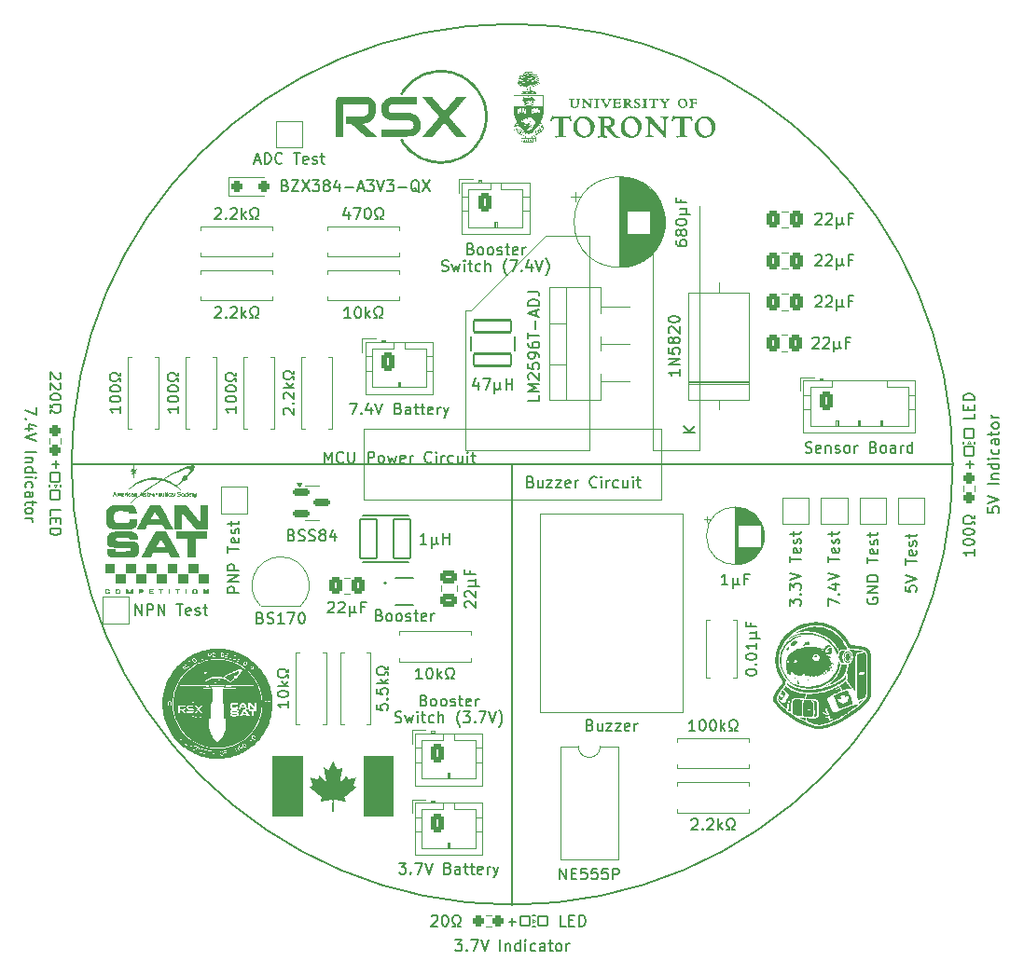
<source format=gbr>
%TF.GenerationSoftware,KiCad,Pcbnew,8.0.5*%
%TF.CreationDate,2025-05-01T20:40:53-04:00*%
%TF.ProjectId,CanSat_Power_Management_Board,43616e53-6174-45f5-906f-7765725f4d61,rev?*%
%TF.SameCoordinates,Original*%
%TF.FileFunction,Legend,Top*%
%TF.FilePolarity,Positive*%
%FSLAX46Y46*%
G04 Gerber Fmt 4.6, Leading zero omitted, Abs format (unit mm)*
G04 Created by KiCad (PCBNEW 8.0.5) date 2025-05-01 20:40:53*
%MOMM*%
%LPD*%
G01*
G04 APERTURE LIST*
G04 Aperture macros list*
%AMRoundRect*
0 Rectangle with rounded corners*
0 $1 Rounding radius*
0 $2 $3 $4 $5 $6 $7 $8 $9 X,Y pos of 4 corners*
0 Add a 4 corners polygon primitive as box body*
4,1,4,$2,$3,$4,$5,$6,$7,$8,$9,$2,$3,0*
0 Add four circle primitives for the rounded corners*
1,1,$1+$1,$2,$3*
1,1,$1+$1,$4,$5*
1,1,$1+$1,$6,$7*
1,1,$1+$1,$8,$9*
0 Add four rect primitives between the rounded corners*
20,1,$1+$1,$2,$3,$4,$5,0*
20,1,$1+$1,$4,$5,$6,$7,0*
20,1,$1+$1,$6,$7,$8,$9,0*
20,1,$1+$1,$8,$9,$2,$3,0*%
G04 Aperture macros list end*
%ADD10C,0.100000*%
%ADD11C,0.150000*%
%ADD12C,0.200000*%
%ADD13C,0.120000*%
%ADD14C,0.000000*%
%ADD15C,0.152400*%
%ADD16C,0.127000*%
%ADD17RoundRect,0.102000X0.400000X-0.400000X0.400000X0.400000X-0.400000X0.400000X-0.400000X-0.400000X0*%
%ADD18R,2.000000X2.000000*%
%ADD19C,1.600000*%
%ADD20O,1.600000X1.600000*%
%ADD21R,1.600000X1.600000*%
%ADD22RoundRect,0.102000X0.400000X0.400000X-0.400000X0.400000X-0.400000X-0.400000X0.400000X-0.400000X0*%
%ADD23RoundRect,0.250000X0.337500X0.475000X-0.337500X0.475000X-0.337500X-0.475000X0.337500X-0.475000X0*%
%ADD24R,3.200000X3.200000*%
%ADD25O,3.200000X3.200000*%
%ADD26RoundRect,0.237500X0.250000X0.237500X-0.250000X0.237500X-0.250000X-0.237500X0.250000X-0.237500X0*%
%ADD27RoundRect,0.250000X-0.475000X0.337500X-0.475000X-0.337500X0.475000X-0.337500X0.475000X0.337500X0*%
%ADD28RoundRect,0.237500X0.237500X-0.250000X0.237500X0.250000X-0.237500X0.250000X-0.237500X-0.250000X0*%
%ADD29RoundRect,0.250000X-0.350000X-0.625000X0.350000X-0.625000X0.350000X0.625000X-0.350000X0.625000X0*%
%ADD30O,1.200000X1.750000*%
%ADD31C,1.700000*%
%ADD32R,0.711200X0.228600*%
%ADD33R,1.050000X1.500000*%
%ADD34O,1.050000X1.500000*%
%ADD35R,1.800000X1.800000*%
%ADD36O,1.800000X1.800000*%
%ADD37RoundRect,0.102000X-0.400000X0.400000X-0.400000X-0.400000X0.400000X-0.400000X0.400000X0.400000X0*%
%ADD38RoundRect,0.237500X-0.237500X0.250000X-0.237500X-0.250000X0.237500X-0.250000X0.237500X0.250000X0*%
%ADD39RoundRect,0.102000X-0.750000X-1.800000X0.750000X-1.800000X0.750000X1.800000X-0.750000X1.800000X0*%
%ADD40RoundRect,0.150000X-0.587500X-0.150000X0.587500X-0.150000X0.587500X0.150000X-0.587500X0.150000X0*%
%ADD41RoundRect,0.102000X1.700000X-0.550000X1.700000X0.550000X-1.700000X0.550000X-1.700000X-0.550000X0*%
%ADD42RoundRect,0.250000X-0.250000X-0.250000X0.250000X-0.250000X0.250000X0.250000X-0.250000X0.250000X0*%
%ADD43C,3.000000*%
G04 APERTURE END LIST*
D10*
X162750000Y-76500000D02*
X162750000Y-98750000D01*
X167000000Y-98750000D02*
X167000000Y-76500000D01*
X162750000Y-98750000D02*
X167000000Y-98750000D01*
X145750000Y-98750000D02*
X145750000Y-86000000D01*
X157000000Y-98750000D02*
X145750000Y-98750000D01*
X157000000Y-79250000D02*
X157000000Y-98750000D01*
X153000000Y-79250000D02*
X157000000Y-79250000D01*
X146250000Y-86000000D02*
X153000000Y-79250000D01*
X145750000Y-86000000D02*
X146250000Y-86000000D01*
X136500000Y-103250000D02*
X150000000Y-103250000D01*
X136500000Y-100000000D02*
X136500000Y-103250000D01*
X150000000Y-103250000D02*
X163500000Y-103250000D01*
X163500000Y-100000000D02*
X163500000Y-96750000D01*
D11*
X190000000Y-100000000D02*
G75*
G02*
X110000000Y-100000000I-40000000J0D01*
G01*
X110000000Y-100000000D02*
G75*
G02*
X190000000Y-100000000I40000000J0D01*
G01*
D10*
X163500000Y-96750000D02*
X136500000Y-96750000D01*
X136500000Y-96750000D02*
X136500000Y-100000000D01*
D11*
X150000000Y-140000000D02*
X150000000Y-100000000D01*
D10*
X163500000Y-103250000D02*
X163500000Y-100000000D01*
D11*
X110000000Y-100000000D02*
X190000000Y-100000000D01*
X154857142Y-141954819D02*
X154380952Y-141954819D01*
X154380952Y-141954819D02*
X154380952Y-140954819D01*
X155190476Y-141431009D02*
X155523809Y-141431009D01*
X155666666Y-141954819D02*
X155190476Y-141954819D01*
X155190476Y-141954819D02*
X155190476Y-140954819D01*
X155190476Y-140954819D02*
X155666666Y-140954819D01*
X156095238Y-141954819D02*
X156095238Y-140954819D01*
X156095238Y-140954819D02*
X156333333Y-140954819D01*
X156333333Y-140954819D02*
X156476190Y-141002438D01*
X156476190Y-141002438D02*
X156571428Y-141097676D01*
X156571428Y-141097676D02*
X156619047Y-141192914D01*
X156619047Y-141192914D02*
X156666666Y-141383390D01*
X156666666Y-141383390D02*
X156666666Y-141526247D01*
X156666666Y-141526247D02*
X156619047Y-141716723D01*
X156619047Y-141716723D02*
X156571428Y-141811961D01*
X156571428Y-141811961D02*
X156476190Y-141907200D01*
X156476190Y-141907200D02*
X156333333Y-141954819D01*
X156333333Y-141954819D02*
X156095238Y-141954819D01*
X139369047Y-123407200D02*
X139511904Y-123454819D01*
X139511904Y-123454819D02*
X139749999Y-123454819D01*
X139749999Y-123454819D02*
X139845237Y-123407200D01*
X139845237Y-123407200D02*
X139892856Y-123359580D01*
X139892856Y-123359580D02*
X139940475Y-123264342D01*
X139940475Y-123264342D02*
X139940475Y-123169104D01*
X139940475Y-123169104D02*
X139892856Y-123073866D01*
X139892856Y-123073866D02*
X139845237Y-123026247D01*
X139845237Y-123026247D02*
X139749999Y-122978628D01*
X139749999Y-122978628D02*
X139559523Y-122931009D01*
X139559523Y-122931009D02*
X139464285Y-122883390D01*
X139464285Y-122883390D02*
X139416666Y-122835771D01*
X139416666Y-122835771D02*
X139369047Y-122740533D01*
X139369047Y-122740533D02*
X139369047Y-122645295D01*
X139369047Y-122645295D02*
X139416666Y-122550057D01*
X139416666Y-122550057D02*
X139464285Y-122502438D01*
X139464285Y-122502438D02*
X139559523Y-122454819D01*
X139559523Y-122454819D02*
X139797618Y-122454819D01*
X139797618Y-122454819D02*
X139940475Y-122502438D01*
X140273809Y-122788152D02*
X140464285Y-123454819D01*
X140464285Y-123454819D02*
X140654761Y-122978628D01*
X140654761Y-122978628D02*
X140845237Y-123454819D01*
X140845237Y-123454819D02*
X141035713Y-122788152D01*
X141416666Y-123454819D02*
X141416666Y-122788152D01*
X141416666Y-122454819D02*
X141369047Y-122502438D01*
X141369047Y-122502438D02*
X141416666Y-122550057D01*
X141416666Y-122550057D02*
X141464285Y-122502438D01*
X141464285Y-122502438D02*
X141416666Y-122454819D01*
X141416666Y-122454819D02*
X141416666Y-122550057D01*
X141749999Y-122788152D02*
X142130951Y-122788152D01*
X141892856Y-122454819D02*
X141892856Y-123311961D01*
X141892856Y-123311961D02*
X141940475Y-123407200D01*
X141940475Y-123407200D02*
X142035713Y-123454819D01*
X142035713Y-123454819D02*
X142130951Y-123454819D01*
X142892856Y-123407200D02*
X142797618Y-123454819D01*
X142797618Y-123454819D02*
X142607142Y-123454819D01*
X142607142Y-123454819D02*
X142511904Y-123407200D01*
X142511904Y-123407200D02*
X142464285Y-123359580D01*
X142464285Y-123359580D02*
X142416666Y-123264342D01*
X142416666Y-123264342D02*
X142416666Y-122978628D01*
X142416666Y-122978628D02*
X142464285Y-122883390D01*
X142464285Y-122883390D02*
X142511904Y-122835771D01*
X142511904Y-122835771D02*
X142607142Y-122788152D01*
X142607142Y-122788152D02*
X142797618Y-122788152D01*
X142797618Y-122788152D02*
X142892856Y-122835771D01*
X143321428Y-123454819D02*
X143321428Y-122454819D01*
X143749999Y-123454819D02*
X143749999Y-122931009D01*
X143749999Y-122931009D02*
X143702380Y-122835771D01*
X143702380Y-122835771D02*
X143607142Y-122788152D01*
X143607142Y-122788152D02*
X143464285Y-122788152D01*
X143464285Y-122788152D02*
X143369047Y-122835771D01*
X143369047Y-122835771D02*
X143321428Y-122883390D01*
X145273809Y-123835771D02*
X145226190Y-123788152D01*
X145226190Y-123788152D02*
X145130952Y-123645295D01*
X145130952Y-123645295D02*
X145083333Y-123550057D01*
X145083333Y-123550057D02*
X145035714Y-123407200D01*
X145035714Y-123407200D02*
X144988095Y-123169104D01*
X144988095Y-123169104D02*
X144988095Y-122978628D01*
X144988095Y-122978628D02*
X145035714Y-122740533D01*
X145035714Y-122740533D02*
X145083333Y-122597676D01*
X145083333Y-122597676D02*
X145130952Y-122502438D01*
X145130952Y-122502438D02*
X145226190Y-122359580D01*
X145226190Y-122359580D02*
X145273809Y-122311961D01*
X145559524Y-122454819D02*
X146178571Y-122454819D01*
X146178571Y-122454819D02*
X145845238Y-122835771D01*
X145845238Y-122835771D02*
X145988095Y-122835771D01*
X145988095Y-122835771D02*
X146083333Y-122883390D01*
X146083333Y-122883390D02*
X146130952Y-122931009D01*
X146130952Y-122931009D02*
X146178571Y-123026247D01*
X146178571Y-123026247D02*
X146178571Y-123264342D01*
X146178571Y-123264342D02*
X146130952Y-123359580D01*
X146130952Y-123359580D02*
X146083333Y-123407200D01*
X146083333Y-123407200D02*
X145988095Y-123454819D01*
X145988095Y-123454819D02*
X145702381Y-123454819D01*
X145702381Y-123454819D02*
X145607143Y-123407200D01*
X145607143Y-123407200D02*
X145559524Y-123359580D01*
X146607143Y-123359580D02*
X146654762Y-123407200D01*
X146654762Y-123407200D02*
X146607143Y-123454819D01*
X146607143Y-123454819D02*
X146559524Y-123407200D01*
X146559524Y-123407200D02*
X146607143Y-123359580D01*
X146607143Y-123359580D02*
X146607143Y-123454819D01*
X146988095Y-122454819D02*
X147654761Y-122454819D01*
X147654761Y-122454819D02*
X147226190Y-123454819D01*
X147892857Y-122454819D02*
X148226190Y-123454819D01*
X148226190Y-123454819D02*
X148559523Y-122454819D01*
X148797619Y-123835771D02*
X148845238Y-123788152D01*
X148845238Y-123788152D02*
X148940476Y-123645295D01*
X148940476Y-123645295D02*
X148988095Y-123550057D01*
X148988095Y-123550057D02*
X149035714Y-123407200D01*
X149035714Y-123407200D02*
X149083333Y-123169104D01*
X149083333Y-123169104D02*
X149083333Y-122978628D01*
X149083333Y-122978628D02*
X149035714Y-122740533D01*
X149035714Y-122740533D02*
X148988095Y-122597676D01*
X148988095Y-122597676D02*
X148940476Y-122502438D01*
X148940476Y-122502438D02*
X148845238Y-122359580D01*
X148845238Y-122359580D02*
X148797619Y-122311961D01*
X106795180Y-94833333D02*
X106795180Y-95499999D01*
X106795180Y-95499999D02*
X105795180Y-95071428D01*
X105890419Y-95880952D02*
X105842800Y-95928571D01*
X105842800Y-95928571D02*
X105795180Y-95880952D01*
X105795180Y-95880952D02*
X105842800Y-95833333D01*
X105842800Y-95833333D02*
X105890419Y-95880952D01*
X105890419Y-95880952D02*
X105795180Y-95880952D01*
X106461847Y-96785713D02*
X105795180Y-96785713D01*
X106842800Y-96547618D02*
X106128514Y-96309523D01*
X106128514Y-96309523D02*
X106128514Y-96928570D01*
X106795180Y-97166666D02*
X105795180Y-97499999D01*
X105795180Y-97499999D02*
X106795180Y-97833332D01*
X105795180Y-98928571D02*
X106795180Y-98928571D01*
X106461847Y-99404761D02*
X105795180Y-99404761D01*
X106366609Y-99404761D02*
X106414228Y-99452380D01*
X106414228Y-99452380D02*
X106461847Y-99547618D01*
X106461847Y-99547618D02*
X106461847Y-99690475D01*
X106461847Y-99690475D02*
X106414228Y-99785713D01*
X106414228Y-99785713D02*
X106318990Y-99833332D01*
X106318990Y-99833332D02*
X105795180Y-99833332D01*
X105795180Y-100738094D02*
X106795180Y-100738094D01*
X105842800Y-100738094D02*
X105795180Y-100642856D01*
X105795180Y-100642856D02*
X105795180Y-100452380D01*
X105795180Y-100452380D02*
X105842800Y-100357142D01*
X105842800Y-100357142D02*
X105890419Y-100309523D01*
X105890419Y-100309523D02*
X105985657Y-100261904D01*
X105985657Y-100261904D02*
X106271371Y-100261904D01*
X106271371Y-100261904D02*
X106366609Y-100309523D01*
X106366609Y-100309523D02*
X106414228Y-100357142D01*
X106414228Y-100357142D02*
X106461847Y-100452380D01*
X106461847Y-100452380D02*
X106461847Y-100642856D01*
X106461847Y-100642856D02*
X106414228Y-100738094D01*
X105795180Y-101214285D02*
X106461847Y-101214285D01*
X106795180Y-101214285D02*
X106747561Y-101166666D01*
X106747561Y-101166666D02*
X106699942Y-101214285D01*
X106699942Y-101214285D02*
X106747561Y-101261904D01*
X106747561Y-101261904D02*
X106795180Y-101214285D01*
X106795180Y-101214285D02*
X106699942Y-101214285D01*
X105842800Y-102119046D02*
X105795180Y-102023808D01*
X105795180Y-102023808D02*
X105795180Y-101833332D01*
X105795180Y-101833332D02*
X105842800Y-101738094D01*
X105842800Y-101738094D02*
X105890419Y-101690475D01*
X105890419Y-101690475D02*
X105985657Y-101642856D01*
X105985657Y-101642856D02*
X106271371Y-101642856D01*
X106271371Y-101642856D02*
X106366609Y-101690475D01*
X106366609Y-101690475D02*
X106414228Y-101738094D01*
X106414228Y-101738094D02*
X106461847Y-101833332D01*
X106461847Y-101833332D02*
X106461847Y-102023808D01*
X106461847Y-102023808D02*
X106414228Y-102119046D01*
X105795180Y-102976189D02*
X106318990Y-102976189D01*
X106318990Y-102976189D02*
X106414228Y-102928570D01*
X106414228Y-102928570D02*
X106461847Y-102833332D01*
X106461847Y-102833332D02*
X106461847Y-102642856D01*
X106461847Y-102642856D02*
X106414228Y-102547618D01*
X105842800Y-102976189D02*
X105795180Y-102880951D01*
X105795180Y-102880951D02*
X105795180Y-102642856D01*
X105795180Y-102642856D02*
X105842800Y-102547618D01*
X105842800Y-102547618D02*
X105938038Y-102499999D01*
X105938038Y-102499999D02*
X106033276Y-102499999D01*
X106033276Y-102499999D02*
X106128514Y-102547618D01*
X106128514Y-102547618D02*
X106176133Y-102642856D01*
X106176133Y-102642856D02*
X106176133Y-102880951D01*
X106176133Y-102880951D02*
X106223752Y-102976189D01*
X106461847Y-103309523D02*
X106461847Y-103690475D01*
X106795180Y-103452380D02*
X105938038Y-103452380D01*
X105938038Y-103452380D02*
X105842800Y-103499999D01*
X105842800Y-103499999D02*
X105795180Y-103595237D01*
X105795180Y-103595237D02*
X105795180Y-103690475D01*
X105795180Y-104166666D02*
X105842800Y-104071428D01*
X105842800Y-104071428D02*
X105890419Y-104023809D01*
X105890419Y-104023809D02*
X105985657Y-103976190D01*
X105985657Y-103976190D02*
X106271371Y-103976190D01*
X106271371Y-103976190D02*
X106366609Y-104023809D01*
X106366609Y-104023809D02*
X106414228Y-104071428D01*
X106414228Y-104071428D02*
X106461847Y-104166666D01*
X106461847Y-104166666D02*
X106461847Y-104309523D01*
X106461847Y-104309523D02*
X106414228Y-104404761D01*
X106414228Y-104404761D02*
X106366609Y-104452380D01*
X106366609Y-104452380D02*
X106271371Y-104499999D01*
X106271371Y-104499999D02*
X105985657Y-104499999D01*
X105985657Y-104499999D02*
X105890419Y-104452380D01*
X105890419Y-104452380D02*
X105842800Y-104404761D01*
X105842800Y-104404761D02*
X105795180Y-104309523D01*
X105795180Y-104309523D02*
X105795180Y-104166666D01*
X105795180Y-104928571D02*
X106461847Y-104928571D01*
X106271371Y-104928571D02*
X106366609Y-104976190D01*
X106366609Y-104976190D02*
X106414228Y-105023809D01*
X106414228Y-105023809D02*
X106461847Y-105119047D01*
X106461847Y-105119047D02*
X106461847Y-105214285D01*
X108949942Y-91690476D02*
X108997561Y-91738095D01*
X108997561Y-91738095D02*
X109045180Y-91833333D01*
X109045180Y-91833333D02*
X109045180Y-92071428D01*
X109045180Y-92071428D02*
X108997561Y-92166666D01*
X108997561Y-92166666D02*
X108949942Y-92214285D01*
X108949942Y-92214285D02*
X108854704Y-92261904D01*
X108854704Y-92261904D02*
X108759466Y-92261904D01*
X108759466Y-92261904D02*
X108616609Y-92214285D01*
X108616609Y-92214285D02*
X108045180Y-91642857D01*
X108045180Y-91642857D02*
X108045180Y-92261904D01*
X108949942Y-92642857D02*
X108997561Y-92690476D01*
X108997561Y-92690476D02*
X109045180Y-92785714D01*
X109045180Y-92785714D02*
X109045180Y-93023809D01*
X109045180Y-93023809D02*
X108997561Y-93119047D01*
X108997561Y-93119047D02*
X108949942Y-93166666D01*
X108949942Y-93166666D02*
X108854704Y-93214285D01*
X108854704Y-93214285D02*
X108759466Y-93214285D01*
X108759466Y-93214285D02*
X108616609Y-93166666D01*
X108616609Y-93166666D02*
X108045180Y-92595238D01*
X108045180Y-92595238D02*
X108045180Y-93214285D01*
X109045180Y-93833333D02*
X109045180Y-93928571D01*
X109045180Y-93928571D02*
X108997561Y-94023809D01*
X108997561Y-94023809D02*
X108949942Y-94071428D01*
X108949942Y-94071428D02*
X108854704Y-94119047D01*
X108854704Y-94119047D02*
X108664228Y-94166666D01*
X108664228Y-94166666D02*
X108426133Y-94166666D01*
X108426133Y-94166666D02*
X108235657Y-94119047D01*
X108235657Y-94119047D02*
X108140419Y-94071428D01*
X108140419Y-94071428D02*
X108092800Y-94023809D01*
X108092800Y-94023809D02*
X108045180Y-93928571D01*
X108045180Y-93928571D02*
X108045180Y-93833333D01*
X108045180Y-93833333D02*
X108092800Y-93738095D01*
X108092800Y-93738095D02*
X108140419Y-93690476D01*
X108140419Y-93690476D02*
X108235657Y-93642857D01*
X108235657Y-93642857D02*
X108426133Y-93595238D01*
X108426133Y-93595238D02*
X108664228Y-93595238D01*
X108664228Y-93595238D02*
X108854704Y-93642857D01*
X108854704Y-93642857D02*
X108949942Y-93690476D01*
X108949942Y-93690476D02*
X108997561Y-93738095D01*
X108997561Y-93738095D02*
X109045180Y-93833333D01*
X108045180Y-94547619D02*
X108045180Y-94785714D01*
X108045180Y-94785714D02*
X108235657Y-94785714D01*
X108235657Y-94785714D02*
X108283276Y-94690476D01*
X108283276Y-94690476D02*
X108378514Y-94595238D01*
X108378514Y-94595238D02*
X108521371Y-94547619D01*
X108521371Y-94547619D02*
X108759466Y-94547619D01*
X108759466Y-94547619D02*
X108902323Y-94595238D01*
X108902323Y-94595238D02*
X108997561Y-94690476D01*
X108997561Y-94690476D02*
X109045180Y-94833333D01*
X109045180Y-94833333D02*
X109045180Y-95023809D01*
X109045180Y-95023809D02*
X108997561Y-95166666D01*
X108997561Y-95166666D02*
X108902323Y-95261904D01*
X108902323Y-95261904D02*
X108759466Y-95309523D01*
X108759466Y-95309523D02*
X108521371Y-95309523D01*
X108521371Y-95309523D02*
X108378514Y-95261904D01*
X108378514Y-95261904D02*
X108283276Y-95166666D01*
X108283276Y-95166666D02*
X108235657Y-95071428D01*
X108235657Y-95071428D02*
X108045180Y-95071428D01*
X108045180Y-95071428D02*
X108045180Y-95309523D01*
X151670112Y-101596009D02*
X151812969Y-101643628D01*
X151812969Y-101643628D02*
X151860588Y-101691247D01*
X151860588Y-101691247D02*
X151908207Y-101786485D01*
X151908207Y-101786485D02*
X151908207Y-101929342D01*
X151908207Y-101929342D02*
X151860588Y-102024580D01*
X151860588Y-102024580D02*
X151812969Y-102072200D01*
X151812969Y-102072200D02*
X151717731Y-102119819D01*
X151717731Y-102119819D02*
X151336779Y-102119819D01*
X151336779Y-102119819D02*
X151336779Y-101119819D01*
X151336779Y-101119819D02*
X151670112Y-101119819D01*
X151670112Y-101119819D02*
X151765350Y-101167438D01*
X151765350Y-101167438D02*
X151812969Y-101215057D01*
X151812969Y-101215057D02*
X151860588Y-101310295D01*
X151860588Y-101310295D02*
X151860588Y-101405533D01*
X151860588Y-101405533D02*
X151812969Y-101500771D01*
X151812969Y-101500771D02*
X151765350Y-101548390D01*
X151765350Y-101548390D02*
X151670112Y-101596009D01*
X151670112Y-101596009D02*
X151336779Y-101596009D01*
X152765350Y-101453152D02*
X152765350Y-102119819D01*
X152336779Y-101453152D02*
X152336779Y-101976961D01*
X152336779Y-101976961D02*
X152384398Y-102072200D01*
X152384398Y-102072200D02*
X152479636Y-102119819D01*
X152479636Y-102119819D02*
X152622493Y-102119819D01*
X152622493Y-102119819D02*
X152717731Y-102072200D01*
X152717731Y-102072200D02*
X152765350Y-102024580D01*
X153146303Y-101453152D02*
X153670112Y-101453152D01*
X153670112Y-101453152D02*
X153146303Y-102119819D01*
X153146303Y-102119819D02*
X153670112Y-102119819D01*
X153955827Y-101453152D02*
X154479636Y-101453152D01*
X154479636Y-101453152D02*
X153955827Y-102119819D01*
X153955827Y-102119819D02*
X154479636Y-102119819D01*
X155241541Y-102072200D02*
X155146303Y-102119819D01*
X155146303Y-102119819D02*
X154955827Y-102119819D01*
X154955827Y-102119819D02*
X154860589Y-102072200D01*
X154860589Y-102072200D02*
X154812970Y-101976961D01*
X154812970Y-101976961D02*
X154812970Y-101596009D01*
X154812970Y-101596009D02*
X154860589Y-101500771D01*
X154860589Y-101500771D02*
X154955827Y-101453152D01*
X154955827Y-101453152D02*
X155146303Y-101453152D01*
X155146303Y-101453152D02*
X155241541Y-101500771D01*
X155241541Y-101500771D02*
X155289160Y-101596009D01*
X155289160Y-101596009D02*
X155289160Y-101691247D01*
X155289160Y-101691247D02*
X154812970Y-101786485D01*
X155717732Y-102119819D02*
X155717732Y-101453152D01*
X155717732Y-101643628D02*
X155765351Y-101548390D01*
X155765351Y-101548390D02*
X155812970Y-101500771D01*
X155812970Y-101500771D02*
X155908208Y-101453152D01*
X155908208Y-101453152D02*
X156003446Y-101453152D01*
X157670113Y-102024580D02*
X157622494Y-102072200D01*
X157622494Y-102072200D02*
X157479637Y-102119819D01*
X157479637Y-102119819D02*
X157384399Y-102119819D01*
X157384399Y-102119819D02*
X157241542Y-102072200D01*
X157241542Y-102072200D02*
X157146304Y-101976961D01*
X157146304Y-101976961D02*
X157098685Y-101881723D01*
X157098685Y-101881723D02*
X157051066Y-101691247D01*
X157051066Y-101691247D02*
X157051066Y-101548390D01*
X157051066Y-101548390D02*
X157098685Y-101357914D01*
X157098685Y-101357914D02*
X157146304Y-101262676D01*
X157146304Y-101262676D02*
X157241542Y-101167438D01*
X157241542Y-101167438D02*
X157384399Y-101119819D01*
X157384399Y-101119819D02*
X157479637Y-101119819D01*
X157479637Y-101119819D02*
X157622494Y-101167438D01*
X157622494Y-101167438D02*
X157670113Y-101215057D01*
X158098685Y-102119819D02*
X158098685Y-101453152D01*
X158098685Y-101119819D02*
X158051066Y-101167438D01*
X158051066Y-101167438D02*
X158098685Y-101215057D01*
X158098685Y-101215057D02*
X158146304Y-101167438D01*
X158146304Y-101167438D02*
X158098685Y-101119819D01*
X158098685Y-101119819D02*
X158098685Y-101215057D01*
X158574875Y-102119819D02*
X158574875Y-101453152D01*
X158574875Y-101643628D02*
X158622494Y-101548390D01*
X158622494Y-101548390D02*
X158670113Y-101500771D01*
X158670113Y-101500771D02*
X158765351Y-101453152D01*
X158765351Y-101453152D02*
X158860589Y-101453152D01*
X159622494Y-102072200D02*
X159527256Y-102119819D01*
X159527256Y-102119819D02*
X159336780Y-102119819D01*
X159336780Y-102119819D02*
X159241542Y-102072200D01*
X159241542Y-102072200D02*
X159193923Y-102024580D01*
X159193923Y-102024580D02*
X159146304Y-101929342D01*
X159146304Y-101929342D02*
X159146304Y-101643628D01*
X159146304Y-101643628D02*
X159193923Y-101548390D01*
X159193923Y-101548390D02*
X159241542Y-101500771D01*
X159241542Y-101500771D02*
X159336780Y-101453152D01*
X159336780Y-101453152D02*
X159527256Y-101453152D01*
X159527256Y-101453152D02*
X159622494Y-101500771D01*
X160479637Y-101453152D02*
X160479637Y-102119819D01*
X160051066Y-101453152D02*
X160051066Y-101976961D01*
X160051066Y-101976961D02*
X160098685Y-102072200D01*
X160098685Y-102072200D02*
X160193923Y-102119819D01*
X160193923Y-102119819D02*
X160336780Y-102119819D01*
X160336780Y-102119819D02*
X160432018Y-102072200D01*
X160432018Y-102072200D02*
X160479637Y-102024580D01*
X160955828Y-102119819D02*
X160955828Y-101453152D01*
X160955828Y-101119819D02*
X160908209Y-101167438D01*
X160908209Y-101167438D02*
X160955828Y-101215057D01*
X160955828Y-101215057D02*
X161003447Y-101167438D01*
X161003447Y-101167438D02*
X160955828Y-101119819D01*
X160955828Y-101119819D02*
X160955828Y-101215057D01*
X161289161Y-101453152D02*
X161670113Y-101453152D01*
X161432018Y-101119819D02*
X161432018Y-101976961D01*
X161432018Y-101976961D02*
X161479637Y-102072200D01*
X161479637Y-102072200D02*
X161574875Y-102119819D01*
X161574875Y-102119819D02*
X161670113Y-102119819D01*
X143619047Y-82407200D02*
X143761904Y-82454819D01*
X143761904Y-82454819D02*
X143999999Y-82454819D01*
X143999999Y-82454819D02*
X144095237Y-82407200D01*
X144095237Y-82407200D02*
X144142856Y-82359580D01*
X144142856Y-82359580D02*
X144190475Y-82264342D01*
X144190475Y-82264342D02*
X144190475Y-82169104D01*
X144190475Y-82169104D02*
X144142856Y-82073866D01*
X144142856Y-82073866D02*
X144095237Y-82026247D01*
X144095237Y-82026247D02*
X143999999Y-81978628D01*
X143999999Y-81978628D02*
X143809523Y-81931009D01*
X143809523Y-81931009D02*
X143714285Y-81883390D01*
X143714285Y-81883390D02*
X143666666Y-81835771D01*
X143666666Y-81835771D02*
X143619047Y-81740533D01*
X143619047Y-81740533D02*
X143619047Y-81645295D01*
X143619047Y-81645295D02*
X143666666Y-81550057D01*
X143666666Y-81550057D02*
X143714285Y-81502438D01*
X143714285Y-81502438D02*
X143809523Y-81454819D01*
X143809523Y-81454819D02*
X144047618Y-81454819D01*
X144047618Y-81454819D02*
X144190475Y-81502438D01*
X144523809Y-81788152D02*
X144714285Y-82454819D01*
X144714285Y-82454819D02*
X144904761Y-81978628D01*
X144904761Y-81978628D02*
X145095237Y-82454819D01*
X145095237Y-82454819D02*
X145285713Y-81788152D01*
X145666666Y-82454819D02*
X145666666Y-81788152D01*
X145666666Y-81454819D02*
X145619047Y-81502438D01*
X145619047Y-81502438D02*
X145666666Y-81550057D01*
X145666666Y-81550057D02*
X145714285Y-81502438D01*
X145714285Y-81502438D02*
X145666666Y-81454819D01*
X145666666Y-81454819D02*
X145666666Y-81550057D01*
X145999999Y-81788152D02*
X146380951Y-81788152D01*
X146142856Y-81454819D02*
X146142856Y-82311961D01*
X146142856Y-82311961D02*
X146190475Y-82407200D01*
X146190475Y-82407200D02*
X146285713Y-82454819D01*
X146285713Y-82454819D02*
X146380951Y-82454819D01*
X147142856Y-82407200D02*
X147047618Y-82454819D01*
X147047618Y-82454819D02*
X146857142Y-82454819D01*
X146857142Y-82454819D02*
X146761904Y-82407200D01*
X146761904Y-82407200D02*
X146714285Y-82359580D01*
X146714285Y-82359580D02*
X146666666Y-82264342D01*
X146666666Y-82264342D02*
X146666666Y-81978628D01*
X146666666Y-81978628D02*
X146714285Y-81883390D01*
X146714285Y-81883390D02*
X146761904Y-81835771D01*
X146761904Y-81835771D02*
X146857142Y-81788152D01*
X146857142Y-81788152D02*
X147047618Y-81788152D01*
X147047618Y-81788152D02*
X147142856Y-81835771D01*
X147571428Y-82454819D02*
X147571428Y-81454819D01*
X147999999Y-82454819D02*
X147999999Y-81931009D01*
X147999999Y-81931009D02*
X147952380Y-81835771D01*
X147952380Y-81835771D02*
X147857142Y-81788152D01*
X147857142Y-81788152D02*
X147714285Y-81788152D01*
X147714285Y-81788152D02*
X147619047Y-81835771D01*
X147619047Y-81835771D02*
X147571428Y-81883390D01*
X149523809Y-82835771D02*
X149476190Y-82788152D01*
X149476190Y-82788152D02*
X149380952Y-82645295D01*
X149380952Y-82645295D02*
X149333333Y-82550057D01*
X149333333Y-82550057D02*
X149285714Y-82407200D01*
X149285714Y-82407200D02*
X149238095Y-82169104D01*
X149238095Y-82169104D02*
X149238095Y-81978628D01*
X149238095Y-81978628D02*
X149285714Y-81740533D01*
X149285714Y-81740533D02*
X149333333Y-81597676D01*
X149333333Y-81597676D02*
X149380952Y-81502438D01*
X149380952Y-81502438D02*
X149476190Y-81359580D01*
X149476190Y-81359580D02*
X149523809Y-81311961D01*
X149809524Y-81454819D02*
X150476190Y-81454819D01*
X150476190Y-81454819D02*
X150047619Y-82454819D01*
X150857143Y-82359580D02*
X150904762Y-82407200D01*
X150904762Y-82407200D02*
X150857143Y-82454819D01*
X150857143Y-82454819D02*
X150809524Y-82407200D01*
X150809524Y-82407200D02*
X150857143Y-82359580D01*
X150857143Y-82359580D02*
X150857143Y-82454819D01*
X151761904Y-81788152D02*
X151761904Y-82454819D01*
X151523809Y-81407200D02*
X151285714Y-82121485D01*
X151285714Y-82121485D02*
X151904761Y-82121485D01*
X152142857Y-81454819D02*
X152476190Y-82454819D01*
X152476190Y-82454819D02*
X152809523Y-81454819D01*
X153047619Y-82835771D02*
X153095238Y-82788152D01*
X153095238Y-82788152D02*
X153190476Y-82645295D01*
X153190476Y-82645295D02*
X153238095Y-82550057D01*
X153238095Y-82550057D02*
X153285714Y-82407200D01*
X153285714Y-82407200D02*
X153333333Y-82169104D01*
X153333333Y-82169104D02*
X153333333Y-81978628D01*
X153333333Y-81978628D02*
X153285714Y-81740533D01*
X153285714Y-81740533D02*
X153238095Y-81597676D01*
X153238095Y-81597676D02*
X153190476Y-81502438D01*
X153190476Y-81502438D02*
X153095238Y-81359580D01*
X153095238Y-81359580D02*
X153047619Y-81311961D01*
X144833333Y-143204819D02*
X145452380Y-143204819D01*
X145452380Y-143204819D02*
X145119047Y-143585771D01*
X145119047Y-143585771D02*
X145261904Y-143585771D01*
X145261904Y-143585771D02*
X145357142Y-143633390D01*
X145357142Y-143633390D02*
X145404761Y-143681009D01*
X145404761Y-143681009D02*
X145452380Y-143776247D01*
X145452380Y-143776247D02*
X145452380Y-144014342D01*
X145452380Y-144014342D02*
X145404761Y-144109580D01*
X145404761Y-144109580D02*
X145357142Y-144157200D01*
X145357142Y-144157200D02*
X145261904Y-144204819D01*
X145261904Y-144204819D02*
X144976190Y-144204819D01*
X144976190Y-144204819D02*
X144880952Y-144157200D01*
X144880952Y-144157200D02*
X144833333Y-144109580D01*
X145880952Y-144109580D02*
X145928571Y-144157200D01*
X145928571Y-144157200D02*
X145880952Y-144204819D01*
X145880952Y-144204819D02*
X145833333Y-144157200D01*
X145833333Y-144157200D02*
X145880952Y-144109580D01*
X145880952Y-144109580D02*
X145880952Y-144204819D01*
X146261904Y-143204819D02*
X146928570Y-143204819D01*
X146928570Y-143204819D02*
X146499999Y-144204819D01*
X147166666Y-143204819D02*
X147499999Y-144204819D01*
X147499999Y-144204819D02*
X147833332Y-143204819D01*
X148928571Y-144204819D02*
X148928571Y-143204819D01*
X149404761Y-143538152D02*
X149404761Y-144204819D01*
X149404761Y-143633390D02*
X149452380Y-143585771D01*
X149452380Y-143585771D02*
X149547618Y-143538152D01*
X149547618Y-143538152D02*
X149690475Y-143538152D01*
X149690475Y-143538152D02*
X149785713Y-143585771D01*
X149785713Y-143585771D02*
X149833332Y-143681009D01*
X149833332Y-143681009D02*
X149833332Y-144204819D01*
X150738094Y-144204819D02*
X150738094Y-143204819D01*
X150738094Y-144157200D02*
X150642856Y-144204819D01*
X150642856Y-144204819D02*
X150452380Y-144204819D01*
X150452380Y-144204819D02*
X150357142Y-144157200D01*
X150357142Y-144157200D02*
X150309523Y-144109580D01*
X150309523Y-144109580D02*
X150261904Y-144014342D01*
X150261904Y-144014342D02*
X150261904Y-143728628D01*
X150261904Y-143728628D02*
X150309523Y-143633390D01*
X150309523Y-143633390D02*
X150357142Y-143585771D01*
X150357142Y-143585771D02*
X150452380Y-143538152D01*
X150452380Y-143538152D02*
X150642856Y-143538152D01*
X150642856Y-143538152D02*
X150738094Y-143585771D01*
X151214285Y-144204819D02*
X151214285Y-143538152D01*
X151214285Y-143204819D02*
X151166666Y-143252438D01*
X151166666Y-143252438D02*
X151214285Y-143300057D01*
X151214285Y-143300057D02*
X151261904Y-143252438D01*
X151261904Y-143252438D02*
X151214285Y-143204819D01*
X151214285Y-143204819D02*
X151214285Y-143300057D01*
X152119046Y-144157200D02*
X152023808Y-144204819D01*
X152023808Y-144204819D02*
X151833332Y-144204819D01*
X151833332Y-144204819D02*
X151738094Y-144157200D01*
X151738094Y-144157200D02*
X151690475Y-144109580D01*
X151690475Y-144109580D02*
X151642856Y-144014342D01*
X151642856Y-144014342D02*
X151642856Y-143728628D01*
X151642856Y-143728628D02*
X151690475Y-143633390D01*
X151690475Y-143633390D02*
X151738094Y-143585771D01*
X151738094Y-143585771D02*
X151833332Y-143538152D01*
X151833332Y-143538152D02*
X152023808Y-143538152D01*
X152023808Y-143538152D02*
X152119046Y-143585771D01*
X152976189Y-144204819D02*
X152976189Y-143681009D01*
X152976189Y-143681009D02*
X152928570Y-143585771D01*
X152928570Y-143585771D02*
X152833332Y-143538152D01*
X152833332Y-143538152D02*
X152642856Y-143538152D01*
X152642856Y-143538152D02*
X152547618Y-143585771D01*
X152976189Y-144157200D02*
X152880951Y-144204819D01*
X152880951Y-144204819D02*
X152642856Y-144204819D01*
X152642856Y-144204819D02*
X152547618Y-144157200D01*
X152547618Y-144157200D02*
X152499999Y-144061961D01*
X152499999Y-144061961D02*
X152499999Y-143966723D01*
X152499999Y-143966723D02*
X152547618Y-143871485D01*
X152547618Y-143871485D02*
X152642856Y-143823866D01*
X152642856Y-143823866D02*
X152880951Y-143823866D01*
X152880951Y-143823866D02*
X152976189Y-143776247D01*
X153309523Y-143538152D02*
X153690475Y-143538152D01*
X153452380Y-143204819D02*
X153452380Y-144061961D01*
X153452380Y-144061961D02*
X153499999Y-144157200D01*
X153499999Y-144157200D02*
X153595237Y-144204819D01*
X153595237Y-144204819D02*
X153690475Y-144204819D01*
X154166666Y-144204819D02*
X154071428Y-144157200D01*
X154071428Y-144157200D02*
X154023809Y-144109580D01*
X154023809Y-144109580D02*
X153976190Y-144014342D01*
X153976190Y-144014342D02*
X153976190Y-143728628D01*
X153976190Y-143728628D02*
X154023809Y-143633390D01*
X154023809Y-143633390D02*
X154071428Y-143585771D01*
X154071428Y-143585771D02*
X154166666Y-143538152D01*
X154166666Y-143538152D02*
X154309523Y-143538152D01*
X154309523Y-143538152D02*
X154404761Y-143585771D01*
X154404761Y-143585771D02*
X154452380Y-143633390D01*
X154452380Y-143633390D02*
X154499999Y-143728628D01*
X154499999Y-143728628D02*
X154499999Y-144014342D01*
X154499999Y-144014342D02*
X154452380Y-144109580D01*
X154452380Y-144109580D02*
X154404761Y-144157200D01*
X154404761Y-144157200D02*
X154309523Y-144204819D01*
X154309523Y-144204819D02*
X154166666Y-144204819D01*
X154928571Y-144204819D02*
X154928571Y-143538152D01*
X154928571Y-143728628D02*
X154976190Y-143633390D01*
X154976190Y-143633390D02*
X155023809Y-143585771D01*
X155023809Y-143585771D02*
X155119047Y-143538152D01*
X155119047Y-143538152D02*
X155214285Y-143538152D01*
X146238094Y-80431009D02*
X146380951Y-80478628D01*
X146380951Y-80478628D02*
X146428570Y-80526247D01*
X146428570Y-80526247D02*
X146476189Y-80621485D01*
X146476189Y-80621485D02*
X146476189Y-80764342D01*
X146476189Y-80764342D02*
X146428570Y-80859580D01*
X146428570Y-80859580D02*
X146380951Y-80907200D01*
X146380951Y-80907200D02*
X146285713Y-80954819D01*
X146285713Y-80954819D02*
X145904761Y-80954819D01*
X145904761Y-80954819D02*
X145904761Y-79954819D01*
X145904761Y-79954819D02*
X146238094Y-79954819D01*
X146238094Y-79954819D02*
X146333332Y-80002438D01*
X146333332Y-80002438D02*
X146380951Y-80050057D01*
X146380951Y-80050057D02*
X146428570Y-80145295D01*
X146428570Y-80145295D02*
X146428570Y-80240533D01*
X146428570Y-80240533D02*
X146380951Y-80335771D01*
X146380951Y-80335771D02*
X146333332Y-80383390D01*
X146333332Y-80383390D02*
X146238094Y-80431009D01*
X146238094Y-80431009D02*
X145904761Y-80431009D01*
X147047618Y-80954819D02*
X146952380Y-80907200D01*
X146952380Y-80907200D02*
X146904761Y-80859580D01*
X146904761Y-80859580D02*
X146857142Y-80764342D01*
X146857142Y-80764342D02*
X146857142Y-80478628D01*
X146857142Y-80478628D02*
X146904761Y-80383390D01*
X146904761Y-80383390D02*
X146952380Y-80335771D01*
X146952380Y-80335771D02*
X147047618Y-80288152D01*
X147047618Y-80288152D02*
X147190475Y-80288152D01*
X147190475Y-80288152D02*
X147285713Y-80335771D01*
X147285713Y-80335771D02*
X147333332Y-80383390D01*
X147333332Y-80383390D02*
X147380951Y-80478628D01*
X147380951Y-80478628D02*
X147380951Y-80764342D01*
X147380951Y-80764342D02*
X147333332Y-80859580D01*
X147333332Y-80859580D02*
X147285713Y-80907200D01*
X147285713Y-80907200D02*
X147190475Y-80954819D01*
X147190475Y-80954819D02*
X147047618Y-80954819D01*
X147952380Y-80954819D02*
X147857142Y-80907200D01*
X147857142Y-80907200D02*
X147809523Y-80859580D01*
X147809523Y-80859580D02*
X147761904Y-80764342D01*
X147761904Y-80764342D02*
X147761904Y-80478628D01*
X147761904Y-80478628D02*
X147809523Y-80383390D01*
X147809523Y-80383390D02*
X147857142Y-80335771D01*
X147857142Y-80335771D02*
X147952380Y-80288152D01*
X147952380Y-80288152D02*
X148095237Y-80288152D01*
X148095237Y-80288152D02*
X148190475Y-80335771D01*
X148190475Y-80335771D02*
X148238094Y-80383390D01*
X148238094Y-80383390D02*
X148285713Y-80478628D01*
X148285713Y-80478628D02*
X148285713Y-80764342D01*
X148285713Y-80764342D02*
X148238094Y-80859580D01*
X148238094Y-80859580D02*
X148190475Y-80907200D01*
X148190475Y-80907200D02*
X148095237Y-80954819D01*
X148095237Y-80954819D02*
X147952380Y-80954819D01*
X148666666Y-80907200D02*
X148761904Y-80954819D01*
X148761904Y-80954819D02*
X148952380Y-80954819D01*
X148952380Y-80954819D02*
X149047618Y-80907200D01*
X149047618Y-80907200D02*
X149095237Y-80811961D01*
X149095237Y-80811961D02*
X149095237Y-80764342D01*
X149095237Y-80764342D02*
X149047618Y-80669104D01*
X149047618Y-80669104D02*
X148952380Y-80621485D01*
X148952380Y-80621485D02*
X148809523Y-80621485D01*
X148809523Y-80621485D02*
X148714285Y-80573866D01*
X148714285Y-80573866D02*
X148666666Y-80478628D01*
X148666666Y-80478628D02*
X148666666Y-80431009D01*
X148666666Y-80431009D02*
X148714285Y-80335771D01*
X148714285Y-80335771D02*
X148809523Y-80288152D01*
X148809523Y-80288152D02*
X148952380Y-80288152D01*
X148952380Y-80288152D02*
X149047618Y-80335771D01*
X149380952Y-80288152D02*
X149761904Y-80288152D01*
X149523809Y-79954819D02*
X149523809Y-80811961D01*
X149523809Y-80811961D02*
X149571428Y-80907200D01*
X149571428Y-80907200D02*
X149666666Y-80954819D01*
X149666666Y-80954819D02*
X149761904Y-80954819D01*
X150476190Y-80907200D02*
X150380952Y-80954819D01*
X150380952Y-80954819D02*
X150190476Y-80954819D01*
X150190476Y-80954819D02*
X150095238Y-80907200D01*
X150095238Y-80907200D02*
X150047619Y-80811961D01*
X150047619Y-80811961D02*
X150047619Y-80431009D01*
X150047619Y-80431009D02*
X150095238Y-80335771D01*
X150095238Y-80335771D02*
X150190476Y-80288152D01*
X150190476Y-80288152D02*
X150380952Y-80288152D01*
X150380952Y-80288152D02*
X150476190Y-80335771D01*
X150476190Y-80335771D02*
X150523809Y-80431009D01*
X150523809Y-80431009D02*
X150523809Y-80526247D01*
X150523809Y-80526247D02*
X150047619Y-80621485D01*
X150952381Y-80954819D02*
X150952381Y-80288152D01*
X150952381Y-80478628D02*
X151000000Y-80383390D01*
X151000000Y-80383390D02*
X151047619Y-80335771D01*
X151047619Y-80335771D02*
X151142857Y-80288152D01*
X151142857Y-80288152D02*
X151238095Y-80288152D01*
X132964285Y-99869819D02*
X132964285Y-98869819D01*
X132964285Y-98869819D02*
X133297618Y-99584104D01*
X133297618Y-99584104D02*
X133630951Y-98869819D01*
X133630951Y-98869819D02*
X133630951Y-99869819D01*
X134678570Y-99774580D02*
X134630951Y-99822200D01*
X134630951Y-99822200D02*
X134488094Y-99869819D01*
X134488094Y-99869819D02*
X134392856Y-99869819D01*
X134392856Y-99869819D02*
X134249999Y-99822200D01*
X134249999Y-99822200D02*
X134154761Y-99726961D01*
X134154761Y-99726961D02*
X134107142Y-99631723D01*
X134107142Y-99631723D02*
X134059523Y-99441247D01*
X134059523Y-99441247D02*
X134059523Y-99298390D01*
X134059523Y-99298390D02*
X134107142Y-99107914D01*
X134107142Y-99107914D02*
X134154761Y-99012676D01*
X134154761Y-99012676D02*
X134249999Y-98917438D01*
X134249999Y-98917438D02*
X134392856Y-98869819D01*
X134392856Y-98869819D02*
X134488094Y-98869819D01*
X134488094Y-98869819D02*
X134630951Y-98917438D01*
X134630951Y-98917438D02*
X134678570Y-98965057D01*
X135107142Y-98869819D02*
X135107142Y-99679342D01*
X135107142Y-99679342D02*
X135154761Y-99774580D01*
X135154761Y-99774580D02*
X135202380Y-99822200D01*
X135202380Y-99822200D02*
X135297618Y-99869819D01*
X135297618Y-99869819D02*
X135488094Y-99869819D01*
X135488094Y-99869819D02*
X135583332Y-99822200D01*
X135583332Y-99822200D02*
X135630951Y-99774580D01*
X135630951Y-99774580D02*
X135678570Y-99679342D01*
X135678570Y-99679342D02*
X135678570Y-98869819D01*
X136916666Y-99869819D02*
X136916666Y-98869819D01*
X136916666Y-98869819D02*
X137297618Y-98869819D01*
X137297618Y-98869819D02*
X137392856Y-98917438D01*
X137392856Y-98917438D02*
X137440475Y-98965057D01*
X137440475Y-98965057D02*
X137488094Y-99060295D01*
X137488094Y-99060295D02*
X137488094Y-99203152D01*
X137488094Y-99203152D02*
X137440475Y-99298390D01*
X137440475Y-99298390D02*
X137392856Y-99346009D01*
X137392856Y-99346009D02*
X137297618Y-99393628D01*
X137297618Y-99393628D02*
X136916666Y-99393628D01*
X138059523Y-99869819D02*
X137964285Y-99822200D01*
X137964285Y-99822200D02*
X137916666Y-99774580D01*
X137916666Y-99774580D02*
X137869047Y-99679342D01*
X137869047Y-99679342D02*
X137869047Y-99393628D01*
X137869047Y-99393628D02*
X137916666Y-99298390D01*
X137916666Y-99298390D02*
X137964285Y-99250771D01*
X137964285Y-99250771D02*
X138059523Y-99203152D01*
X138059523Y-99203152D02*
X138202380Y-99203152D01*
X138202380Y-99203152D02*
X138297618Y-99250771D01*
X138297618Y-99250771D02*
X138345237Y-99298390D01*
X138345237Y-99298390D02*
X138392856Y-99393628D01*
X138392856Y-99393628D02*
X138392856Y-99679342D01*
X138392856Y-99679342D02*
X138345237Y-99774580D01*
X138345237Y-99774580D02*
X138297618Y-99822200D01*
X138297618Y-99822200D02*
X138202380Y-99869819D01*
X138202380Y-99869819D02*
X138059523Y-99869819D01*
X138726190Y-99203152D02*
X138916666Y-99869819D01*
X138916666Y-99869819D02*
X139107142Y-99393628D01*
X139107142Y-99393628D02*
X139297618Y-99869819D01*
X139297618Y-99869819D02*
X139488094Y-99203152D01*
X140249999Y-99822200D02*
X140154761Y-99869819D01*
X140154761Y-99869819D02*
X139964285Y-99869819D01*
X139964285Y-99869819D02*
X139869047Y-99822200D01*
X139869047Y-99822200D02*
X139821428Y-99726961D01*
X139821428Y-99726961D02*
X139821428Y-99346009D01*
X139821428Y-99346009D02*
X139869047Y-99250771D01*
X139869047Y-99250771D02*
X139964285Y-99203152D01*
X139964285Y-99203152D02*
X140154761Y-99203152D01*
X140154761Y-99203152D02*
X140249999Y-99250771D01*
X140249999Y-99250771D02*
X140297618Y-99346009D01*
X140297618Y-99346009D02*
X140297618Y-99441247D01*
X140297618Y-99441247D02*
X139821428Y-99536485D01*
X140726190Y-99869819D02*
X140726190Y-99203152D01*
X140726190Y-99393628D02*
X140773809Y-99298390D01*
X140773809Y-99298390D02*
X140821428Y-99250771D01*
X140821428Y-99250771D02*
X140916666Y-99203152D01*
X140916666Y-99203152D02*
X141011904Y-99203152D01*
X142678571Y-99774580D02*
X142630952Y-99822200D01*
X142630952Y-99822200D02*
X142488095Y-99869819D01*
X142488095Y-99869819D02*
X142392857Y-99869819D01*
X142392857Y-99869819D02*
X142250000Y-99822200D01*
X142250000Y-99822200D02*
X142154762Y-99726961D01*
X142154762Y-99726961D02*
X142107143Y-99631723D01*
X142107143Y-99631723D02*
X142059524Y-99441247D01*
X142059524Y-99441247D02*
X142059524Y-99298390D01*
X142059524Y-99298390D02*
X142107143Y-99107914D01*
X142107143Y-99107914D02*
X142154762Y-99012676D01*
X142154762Y-99012676D02*
X142250000Y-98917438D01*
X142250000Y-98917438D02*
X142392857Y-98869819D01*
X142392857Y-98869819D02*
X142488095Y-98869819D01*
X142488095Y-98869819D02*
X142630952Y-98917438D01*
X142630952Y-98917438D02*
X142678571Y-98965057D01*
X143107143Y-99869819D02*
X143107143Y-99203152D01*
X143107143Y-98869819D02*
X143059524Y-98917438D01*
X143059524Y-98917438D02*
X143107143Y-98965057D01*
X143107143Y-98965057D02*
X143154762Y-98917438D01*
X143154762Y-98917438D02*
X143107143Y-98869819D01*
X143107143Y-98869819D02*
X143107143Y-98965057D01*
X143583333Y-99869819D02*
X143583333Y-99203152D01*
X143583333Y-99393628D02*
X143630952Y-99298390D01*
X143630952Y-99298390D02*
X143678571Y-99250771D01*
X143678571Y-99250771D02*
X143773809Y-99203152D01*
X143773809Y-99203152D02*
X143869047Y-99203152D01*
X144630952Y-99822200D02*
X144535714Y-99869819D01*
X144535714Y-99869819D02*
X144345238Y-99869819D01*
X144345238Y-99869819D02*
X144250000Y-99822200D01*
X144250000Y-99822200D02*
X144202381Y-99774580D01*
X144202381Y-99774580D02*
X144154762Y-99679342D01*
X144154762Y-99679342D02*
X144154762Y-99393628D01*
X144154762Y-99393628D02*
X144202381Y-99298390D01*
X144202381Y-99298390D02*
X144250000Y-99250771D01*
X144250000Y-99250771D02*
X144345238Y-99203152D01*
X144345238Y-99203152D02*
X144535714Y-99203152D01*
X144535714Y-99203152D02*
X144630952Y-99250771D01*
X145488095Y-99203152D02*
X145488095Y-99869819D01*
X145059524Y-99203152D02*
X145059524Y-99726961D01*
X145059524Y-99726961D02*
X145107143Y-99822200D01*
X145107143Y-99822200D02*
X145202381Y-99869819D01*
X145202381Y-99869819D02*
X145345238Y-99869819D01*
X145345238Y-99869819D02*
X145440476Y-99822200D01*
X145440476Y-99822200D02*
X145488095Y-99774580D01*
X145964286Y-99869819D02*
X145964286Y-99203152D01*
X145964286Y-98869819D02*
X145916667Y-98917438D01*
X145916667Y-98917438D02*
X145964286Y-98965057D01*
X145964286Y-98965057D02*
X146011905Y-98917438D01*
X146011905Y-98917438D02*
X145964286Y-98869819D01*
X145964286Y-98869819D02*
X145964286Y-98965057D01*
X146297619Y-99203152D02*
X146678571Y-99203152D01*
X146440476Y-98869819D02*
X146440476Y-99726961D01*
X146440476Y-99726961D02*
X146488095Y-99822200D01*
X146488095Y-99822200D02*
X146583333Y-99869819D01*
X146583333Y-99869819D02*
X146678571Y-99869819D01*
X191954819Y-95392857D02*
X191954819Y-95869047D01*
X191954819Y-95869047D02*
X190954819Y-95869047D01*
X191431009Y-95059523D02*
X191431009Y-94726190D01*
X191954819Y-94583333D02*
X191954819Y-95059523D01*
X191954819Y-95059523D02*
X190954819Y-95059523D01*
X190954819Y-95059523D02*
X190954819Y-94583333D01*
X191954819Y-94154761D02*
X190954819Y-94154761D01*
X190954819Y-94154761D02*
X190954819Y-93916666D01*
X190954819Y-93916666D02*
X191002438Y-93773809D01*
X191002438Y-93773809D02*
X191097676Y-93678571D01*
X191097676Y-93678571D02*
X191192914Y-93630952D01*
X191192914Y-93630952D02*
X191383390Y-93583333D01*
X191383390Y-93583333D02*
X191526247Y-93583333D01*
X191526247Y-93583333D02*
X191716723Y-93630952D01*
X191716723Y-93630952D02*
X191811961Y-93678571D01*
X191811961Y-93678571D02*
X191907200Y-93773809D01*
X191907200Y-93773809D02*
X191954819Y-93916666D01*
X191954819Y-93916666D02*
X191954819Y-94154761D01*
X141988094Y-121431009D02*
X142130951Y-121478628D01*
X142130951Y-121478628D02*
X142178570Y-121526247D01*
X142178570Y-121526247D02*
X142226189Y-121621485D01*
X142226189Y-121621485D02*
X142226189Y-121764342D01*
X142226189Y-121764342D02*
X142178570Y-121859580D01*
X142178570Y-121859580D02*
X142130951Y-121907200D01*
X142130951Y-121907200D02*
X142035713Y-121954819D01*
X142035713Y-121954819D02*
X141654761Y-121954819D01*
X141654761Y-121954819D02*
X141654761Y-120954819D01*
X141654761Y-120954819D02*
X141988094Y-120954819D01*
X141988094Y-120954819D02*
X142083332Y-121002438D01*
X142083332Y-121002438D02*
X142130951Y-121050057D01*
X142130951Y-121050057D02*
X142178570Y-121145295D01*
X142178570Y-121145295D02*
X142178570Y-121240533D01*
X142178570Y-121240533D02*
X142130951Y-121335771D01*
X142130951Y-121335771D02*
X142083332Y-121383390D01*
X142083332Y-121383390D02*
X141988094Y-121431009D01*
X141988094Y-121431009D02*
X141654761Y-121431009D01*
X142797618Y-121954819D02*
X142702380Y-121907200D01*
X142702380Y-121907200D02*
X142654761Y-121859580D01*
X142654761Y-121859580D02*
X142607142Y-121764342D01*
X142607142Y-121764342D02*
X142607142Y-121478628D01*
X142607142Y-121478628D02*
X142654761Y-121383390D01*
X142654761Y-121383390D02*
X142702380Y-121335771D01*
X142702380Y-121335771D02*
X142797618Y-121288152D01*
X142797618Y-121288152D02*
X142940475Y-121288152D01*
X142940475Y-121288152D02*
X143035713Y-121335771D01*
X143035713Y-121335771D02*
X143083332Y-121383390D01*
X143083332Y-121383390D02*
X143130951Y-121478628D01*
X143130951Y-121478628D02*
X143130951Y-121764342D01*
X143130951Y-121764342D02*
X143083332Y-121859580D01*
X143083332Y-121859580D02*
X143035713Y-121907200D01*
X143035713Y-121907200D02*
X142940475Y-121954819D01*
X142940475Y-121954819D02*
X142797618Y-121954819D01*
X143702380Y-121954819D02*
X143607142Y-121907200D01*
X143607142Y-121907200D02*
X143559523Y-121859580D01*
X143559523Y-121859580D02*
X143511904Y-121764342D01*
X143511904Y-121764342D02*
X143511904Y-121478628D01*
X143511904Y-121478628D02*
X143559523Y-121383390D01*
X143559523Y-121383390D02*
X143607142Y-121335771D01*
X143607142Y-121335771D02*
X143702380Y-121288152D01*
X143702380Y-121288152D02*
X143845237Y-121288152D01*
X143845237Y-121288152D02*
X143940475Y-121335771D01*
X143940475Y-121335771D02*
X143988094Y-121383390D01*
X143988094Y-121383390D02*
X144035713Y-121478628D01*
X144035713Y-121478628D02*
X144035713Y-121764342D01*
X144035713Y-121764342D02*
X143988094Y-121859580D01*
X143988094Y-121859580D02*
X143940475Y-121907200D01*
X143940475Y-121907200D02*
X143845237Y-121954819D01*
X143845237Y-121954819D02*
X143702380Y-121954819D01*
X144416666Y-121907200D02*
X144511904Y-121954819D01*
X144511904Y-121954819D02*
X144702380Y-121954819D01*
X144702380Y-121954819D02*
X144797618Y-121907200D01*
X144797618Y-121907200D02*
X144845237Y-121811961D01*
X144845237Y-121811961D02*
X144845237Y-121764342D01*
X144845237Y-121764342D02*
X144797618Y-121669104D01*
X144797618Y-121669104D02*
X144702380Y-121621485D01*
X144702380Y-121621485D02*
X144559523Y-121621485D01*
X144559523Y-121621485D02*
X144464285Y-121573866D01*
X144464285Y-121573866D02*
X144416666Y-121478628D01*
X144416666Y-121478628D02*
X144416666Y-121431009D01*
X144416666Y-121431009D02*
X144464285Y-121335771D01*
X144464285Y-121335771D02*
X144559523Y-121288152D01*
X144559523Y-121288152D02*
X144702380Y-121288152D01*
X144702380Y-121288152D02*
X144797618Y-121335771D01*
X145130952Y-121288152D02*
X145511904Y-121288152D01*
X145273809Y-120954819D02*
X145273809Y-121811961D01*
X145273809Y-121811961D02*
X145321428Y-121907200D01*
X145321428Y-121907200D02*
X145416666Y-121954819D01*
X145416666Y-121954819D02*
X145511904Y-121954819D01*
X146226190Y-121907200D02*
X146130952Y-121954819D01*
X146130952Y-121954819D02*
X145940476Y-121954819D01*
X145940476Y-121954819D02*
X145845238Y-121907200D01*
X145845238Y-121907200D02*
X145797619Y-121811961D01*
X145797619Y-121811961D02*
X145797619Y-121431009D01*
X145797619Y-121431009D02*
X145845238Y-121335771D01*
X145845238Y-121335771D02*
X145940476Y-121288152D01*
X145940476Y-121288152D02*
X146130952Y-121288152D01*
X146130952Y-121288152D02*
X146226190Y-121335771D01*
X146226190Y-121335771D02*
X146273809Y-121431009D01*
X146273809Y-121431009D02*
X146273809Y-121526247D01*
X146273809Y-121526247D02*
X145797619Y-121621485D01*
X146702381Y-121954819D02*
X146702381Y-121288152D01*
X146702381Y-121478628D02*
X146750000Y-121383390D01*
X146750000Y-121383390D02*
X146797619Y-121335771D01*
X146797619Y-121335771D02*
X146892857Y-121288152D01*
X146892857Y-121288152D02*
X146988095Y-121288152D01*
X108045180Y-104607142D02*
X108045180Y-104130952D01*
X108045180Y-104130952D02*
X109045180Y-104130952D01*
X108568990Y-104940476D02*
X108568990Y-105273809D01*
X108045180Y-105416666D02*
X108045180Y-104940476D01*
X108045180Y-104940476D02*
X109045180Y-104940476D01*
X109045180Y-104940476D02*
X109045180Y-105416666D01*
X108045180Y-105845238D02*
X109045180Y-105845238D01*
X109045180Y-105845238D02*
X109045180Y-106083333D01*
X109045180Y-106083333D02*
X108997561Y-106226190D01*
X108997561Y-106226190D02*
X108902323Y-106321428D01*
X108902323Y-106321428D02*
X108807085Y-106369047D01*
X108807085Y-106369047D02*
X108616609Y-106416666D01*
X108616609Y-106416666D02*
X108473752Y-106416666D01*
X108473752Y-106416666D02*
X108283276Y-106369047D01*
X108283276Y-106369047D02*
X108188038Y-106321428D01*
X108188038Y-106321428D02*
X108092800Y-106226190D01*
X108092800Y-106226190D02*
X108045180Y-106083333D01*
X108045180Y-106083333D02*
X108045180Y-105845238D01*
X193204819Y-103880952D02*
X193204819Y-104357142D01*
X193204819Y-104357142D02*
X193681009Y-104404761D01*
X193681009Y-104404761D02*
X193633390Y-104357142D01*
X193633390Y-104357142D02*
X193585771Y-104261904D01*
X193585771Y-104261904D02*
X193585771Y-104023809D01*
X193585771Y-104023809D02*
X193633390Y-103928571D01*
X193633390Y-103928571D02*
X193681009Y-103880952D01*
X193681009Y-103880952D02*
X193776247Y-103833333D01*
X193776247Y-103833333D02*
X194014342Y-103833333D01*
X194014342Y-103833333D02*
X194109580Y-103880952D01*
X194109580Y-103880952D02*
X194157200Y-103928571D01*
X194157200Y-103928571D02*
X194204819Y-104023809D01*
X194204819Y-104023809D02*
X194204819Y-104261904D01*
X194204819Y-104261904D02*
X194157200Y-104357142D01*
X194157200Y-104357142D02*
X194109580Y-104404761D01*
X193204819Y-103547618D02*
X194204819Y-103214285D01*
X194204819Y-103214285D02*
X193204819Y-102880952D01*
X194204819Y-101785713D02*
X193204819Y-101785713D01*
X193538152Y-101309523D02*
X194204819Y-101309523D01*
X193633390Y-101309523D02*
X193585771Y-101261904D01*
X193585771Y-101261904D02*
X193538152Y-101166666D01*
X193538152Y-101166666D02*
X193538152Y-101023809D01*
X193538152Y-101023809D02*
X193585771Y-100928571D01*
X193585771Y-100928571D02*
X193681009Y-100880952D01*
X193681009Y-100880952D02*
X194204819Y-100880952D01*
X194204819Y-99976190D02*
X193204819Y-99976190D01*
X194157200Y-99976190D02*
X194204819Y-100071428D01*
X194204819Y-100071428D02*
X194204819Y-100261904D01*
X194204819Y-100261904D02*
X194157200Y-100357142D01*
X194157200Y-100357142D02*
X194109580Y-100404761D01*
X194109580Y-100404761D02*
X194014342Y-100452380D01*
X194014342Y-100452380D02*
X193728628Y-100452380D01*
X193728628Y-100452380D02*
X193633390Y-100404761D01*
X193633390Y-100404761D02*
X193585771Y-100357142D01*
X193585771Y-100357142D02*
X193538152Y-100261904D01*
X193538152Y-100261904D02*
X193538152Y-100071428D01*
X193538152Y-100071428D02*
X193585771Y-99976190D01*
X194204819Y-99499999D02*
X193538152Y-99499999D01*
X193204819Y-99499999D02*
X193252438Y-99547618D01*
X193252438Y-99547618D02*
X193300057Y-99499999D01*
X193300057Y-99499999D02*
X193252438Y-99452380D01*
X193252438Y-99452380D02*
X193204819Y-99499999D01*
X193204819Y-99499999D02*
X193300057Y-99499999D01*
X194157200Y-98595238D02*
X194204819Y-98690476D01*
X194204819Y-98690476D02*
X194204819Y-98880952D01*
X194204819Y-98880952D02*
X194157200Y-98976190D01*
X194157200Y-98976190D02*
X194109580Y-99023809D01*
X194109580Y-99023809D02*
X194014342Y-99071428D01*
X194014342Y-99071428D02*
X193728628Y-99071428D01*
X193728628Y-99071428D02*
X193633390Y-99023809D01*
X193633390Y-99023809D02*
X193585771Y-98976190D01*
X193585771Y-98976190D02*
X193538152Y-98880952D01*
X193538152Y-98880952D02*
X193538152Y-98690476D01*
X193538152Y-98690476D02*
X193585771Y-98595238D01*
X194204819Y-97738095D02*
X193681009Y-97738095D01*
X193681009Y-97738095D02*
X193585771Y-97785714D01*
X193585771Y-97785714D02*
X193538152Y-97880952D01*
X193538152Y-97880952D02*
X193538152Y-98071428D01*
X193538152Y-98071428D02*
X193585771Y-98166666D01*
X194157200Y-97738095D02*
X194204819Y-97833333D01*
X194204819Y-97833333D02*
X194204819Y-98071428D01*
X194204819Y-98071428D02*
X194157200Y-98166666D01*
X194157200Y-98166666D02*
X194061961Y-98214285D01*
X194061961Y-98214285D02*
X193966723Y-98214285D01*
X193966723Y-98214285D02*
X193871485Y-98166666D01*
X193871485Y-98166666D02*
X193823866Y-98071428D01*
X193823866Y-98071428D02*
X193823866Y-97833333D01*
X193823866Y-97833333D02*
X193776247Y-97738095D01*
X193538152Y-97404761D02*
X193538152Y-97023809D01*
X193204819Y-97261904D02*
X194061961Y-97261904D01*
X194061961Y-97261904D02*
X194157200Y-97214285D01*
X194157200Y-97214285D02*
X194204819Y-97119047D01*
X194204819Y-97119047D02*
X194204819Y-97023809D01*
X194204819Y-96547618D02*
X194157200Y-96642856D01*
X194157200Y-96642856D02*
X194109580Y-96690475D01*
X194109580Y-96690475D02*
X194014342Y-96738094D01*
X194014342Y-96738094D02*
X193728628Y-96738094D01*
X193728628Y-96738094D02*
X193633390Y-96690475D01*
X193633390Y-96690475D02*
X193585771Y-96642856D01*
X193585771Y-96642856D02*
X193538152Y-96547618D01*
X193538152Y-96547618D02*
X193538152Y-96404761D01*
X193538152Y-96404761D02*
X193585771Y-96309523D01*
X193585771Y-96309523D02*
X193633390Y-96261904D01*
X193633390Y-96261904D02*
X193728628Y-96214285D01*
X193728628Y-96214285D02*
X194014342Y-96214285D01*
X194014342Y-96214285D02*
X194109580Y-96261904D01*
X194109580Y-96261904D02*
X194157200Y-96309523D01*
X194157200Y-96309523D02*
X194204819Y-96404761D01*
X194204819Y-96404761D02*
X194204819Y-96547618D01*
X194204819Y-95785713D02*
X193538152Y-95785713D01*
X193728628Y-95785713D02*
X193633390Y-95738094D01*
X193633390Y-95738094D02*
X193585771Y-95690475D01*
X193585771Y-95690475D02*
X193538152Y-95595237D01*
X193538152Y-95595237D02*
X193538152Y-95499999D01*
X108557533Y-100304761D02*
X108557533Y-99695238D01*
X108862295Y-99999999D02*
X108252771Y-99999999D01*
X185704819Y-111071429D02*
X185704819Y-111547619D01*
X185704819Y-111547619D02*
X186181009Y-111595238D01*
X186181009Y-111595238D02*
X186133390Y-111547619D01*
X186133390Y-111547619D02*
X186085771Y-111452381D01*
X186085771Y-111452381D02*
X186085771Y-111214286D01*
X186085771Y-111214286D02*
X186133390Y-111119048D01*
X186133390Y-111119048D02*
X186181009Y-111071429D01*
X186181009Y-111071429D02*
X186276247Y-111023810D01*
X186276247Y-111023810D02*
X186514342Y-111023810D01*
X186514342Y-111023810D02*
X186609580Y-111071429D01*
X186609580Y-111071429D02*
X186657200Y-111119048D01*
X186657200Y-111119048D02*
X186704819Y-111214286D01*
X186704819Y-111214286D02*
X186704819Y-111452381D01*
X186704819Y-111452381D02*
X186657200Y-111547619D01*
X186657200Y-111547619D02*
X186609580Y-111595238D01*
X185704819Y-110738095D02*
X186704819Y-110404762D01*
X186704819Y-110404762D02*
X185704819Y-110071429D01*
X185704819Y-109119047D02*
X185704819Y-108547619D01*
X186704819Y-108833333D02*
X185704819Y-108833333D01*
X186657200Y-107833333D02*
X186704819Y-107928571D01*
X186704819Y-107928571D02*
X186704819Y-108119047D01*
X186704819Y-108119047D02*
X186657200Y-108214285D01*
X186657200Y-108214285D02*
X186561961Y-108261904D01*
X186561961Y-108261904D02*
X186181009Y-108261904D01*
X186181009Y-108261904D02*
X186085771Y-108214285D01*
X186085771Y-108214285D02*
X186038152Y-108119047D01*
X186038152Y-108119047D02*
X186038152Y-107928571D01*
X186038152Y-107928571D02*
X186085771Y-107833333D01*
X186085771Y-107833333D02*
X186181009Y-107785714D01*
X186181009Y-107785714D02*
X186276247Y-107785714D01*
X186276247Y-107785714D02*
X186371485Y-108261904D01*
X186657200Y-107404761D02*
X186704819Y-107309523D01*
X186704819Y-107309523D02*
X186704819Y-107119047D01*
X186704819Y-107119047D02*
X186657200Y-107023809D01*
X186657200Y-107023809D02*
X186561961Y-106976190D01*
X186561961Y-106976190D02*
X186514342Y-106976190D01*
X186514342Y-106976190D02*
X186419104Y-107023809D01*
X186419104Y-107023809D02*
X186371485Y-107119047D01*
X186371485Y-107119047D02*
X186371485Y-107261904D01*
X186371485Y-107261904D02*
X186323866Y-107357142D01*
X186323866Y-107357142D02*
X186228628Y-107404761D01*
X186228628Y-107404761D02*
X186181009Y-107404761D01*
X186181009Y-107404761D02*
X186085771Y-107357142D01*
X186085771Y-107357142D02*
X186038152Y-107261904D01*
X186038152Y-107261904D02*
X186038152Y-107119047D01*
X186038152Y-107119047D02*
X186085771Y-107023809D01*
X186038152Y-106690475D02*
X186038152Y-106309523D01*
X185704819Y-106547618D02*
X186561961Y-106547618D01*
X186561961Y-106547618D02*
X186657200Y-106499999D01*
X186657200Y-106499999D02*
X186704819Y-106404761D01*
X186704819Y-106404761D02*
X186704819Y-106309523D01*
X137704819Y-121799880D02*
X137704819Y-122276070D01*
X137704819Y-122276070D02*
X138181009Y-122323689D01*
X138181009Y-122323689D02*
X138133390Y-122276070D01*
X138133390Y-122276070D02*
X138085771Y-122180832D01*
X138085771Y-122180832D02*
X138085771Y-121942737D01*
X138085771Y-121942737D02*
X138133390Y-121847499D01*
X138133390Y-121847499D02*
X138181009Y-121799880D01*
X138181009Y-121799880D02*
X138276247Y-121752261D01*
X138276247Y-121752261D02*
X138514342Y-121752261D01*
X138514342Y-121752261D02*
X138609580Y-121799880D01*
X138609580Y-121799880D02*
X138657200Y-121847499D01*
X138657200Y-121847499D02*
X138704819Y-121942737D01*
X138704819Y-121942737D02*
X138704819Y-122180832D01*
X138704819Y-122180832D02*
X138657200Y-122276070D01*
X138657200Y-122276070D02*
X138609580Y-122323689D01*
X138609580Y-121323689D02*
X138657200Y-121276070D01*
X138657200Y-121276070D02*
X138704819Y-121323689D01*
X138704819Y-121323689D02*
X138657200Y-121371308D01*
X138657200Y-121371308D02*
X138609580Y-121323689D01*
X138609580Y-121323689D02*
X138704819Y-121323689D01*
X137704819Y-120371309D02*
X137704819Y-120847499D01*
X137704819Y-120847499D02*
X138181009Y-120895118D01*
X138181009Y-120895118D02*
X138133390Y-120847499D01*
X138133390Y-120847499D02*
X138085771Y-120752261D01*
X138085771Y-120752261D02*
X138085771Y-120514166D01*
X138085771Y-120514166D02*
X138133390Y-120418928D01*
X138133390Y-120418928D02*
X138181009Y-120371309D01*
X138181009Y-120371309D02*
X138276247Y-120323690D01*
X138276247Y-120323690D02*
X138514342Y-120323690D01*
X138514342Y-120323690D02*
X138609580Y-120371309D01*
X138609580Y-120371309D02*
X138657200Y-120418928D01*
X138657200Y-120418928D02*
X138704819Y-120514166D01*
X138704819Y-120514166D02*
X138704819Y-120752261D01*
X138704819Y-120752261D02*
X138657200Y-120847499D01*
X138657200Y-120847499D02*
X138609580Y-120895118D01*
X138704819Y-119895118D02*
X137704819Y-119895118D01*
X138323866Y-119799880D02*
X138704819Y-119514166D01*
X138038152Y-119514166D02*
X138419104Y-119895118D01*
X138704819Y-119133213D02*
X138704819Y-118895118D01*
X138704819Y-118895118D02*
X138514342Y-118895118D01*
X138514342Y-118895118D02*
X138466723Y-118990356D01*
X138466723Y-118990356D02*
X138371485Y-119085594D01*
X138371485Y-119085594D02*
X138228628Y-119133213D01*
X138228628Y-119133213D02*
X137990533Y-119133213D01*
X137990533Y-119133213D02*
X137847676Y-119085594D01*
X137847676Y-119085594D02*
X137752438Y-118990356D01*
X137752438Y-118990356D02*
X137704819Y-118847499D01*
X137704819Y-118847499D02*
X137704819Y-118657023D01*
X137704819Y-118657023D02*
X137752438Y-118514166D01*
X137752438Y-118514166D02*
X137847676Y-118418928D01*
X137847676Y-118418928D02*
X137990533Y-118371309D01*
X137990533Y-118371309D02*
X138228628Y-118371309D01*
X138228628Y-118371309D02*
X138371485Y-118418928D01*
X138371485Y-118418928D02*
X138466723Y-118514166D01*
X138466723Y-118514166D02*
X138514342Y-118609404D01*
X138514342Y-118609404D02*
X138704819Y-118609404D01*
X138704819Y-118609404D02*
X138704819Y-118371309D01*
X114454819Y-94738095D02*
X114454819Y-95309523D01*
X114454819Y-95023809D02*
X113454819Y-95023809D01*
X113454819Y-95023809D02*
X113597676Y-95119047D01*
X113597676Y-95119047D02*
X113692914Y-95214285D01*
X113692914Y-95214285D02*
X113740533Y-95309523D01*
X113454819Y-94119047D02*
X113454819Y-94023809D01*
X113454819Y-94023809D02*
X113502438Y-93928571D01*
X113502438Y-93928571D02*
X113550057Y-93880952D01*
X113550057Y-93880952D02*
X113645295Y-93833333D01*
X113645295Y-93833333D02*
X113835771Y-93785714D01*
X113835771Y-93785714D02*
X114073866Y-93785714D01*
X114073866Y-93785714D02*
X114264342Y-93833333D01*
X114264342Y-93833333D02*
X114359580Y-93880952D01*
X114359580Y-93880952D02*
X114407200Y-93928571D01*
X114407200Y-93928571D02*
X114454819Y-94023809D01*
X114454819Y-94023809D02*
X114454819Y-94119047D01*
X114454819Y-94119047D02*
X114407200Y-94214285D01*
X114407200Y-94214285D02*
X114359580Y-94261904D01*
X114359580Y-94261904D02*
X114264342Y-94309523D01*
X114264342Y-94309523D02*
X114073866Y-94357142D01*
X114073866Y-94357142D02*
X113835771Y-94357142D01*
X113835771Y-94357142D02*
X113645295Y-94309523D01*
X113645295Y-94309523D02*
X113550057Y-94261904D01*
X113550057Y-94261904D02*
X113502438Y-94214285D01*
X113502438Y-94214285D02*
X113454819Y-94119047D01*
X113454819Y-93166666D02*
X113454819Y-93071428D01*
X113454819Y-93071428D02*
X113502438Y-92976190D01*
X113502438Y-92976190D02*
X113550057Y-92928571D01*
X113550057Y-92928571D02*
X113645295Y-92880952D01*
X113645295Y-92880952D02*
X113835771Y-92833333D01*
X113835771Y-92833333D02*
X114073866Y-92833333D01*
X114073866Y-92833333D02*
X114264342Y-92880952D01*
X114264342Y-92880952D02*
X114359580Y-92928571D01*
X114359580Y-92928571D02*
X114407200Y-92976190D01*
X114407200Y-92976190D02*
X114454819Y-93071428D01*
X114454819Y-93071428D02*
X114454819Y-93166666D01*
X114454819Y-93166666D02*
X114407200Y-93261904D01*
X114407200Y-93261904D02*
X114359580Y-93309523D01*
X114359580Y-93309523D02*
X114264342Y-93357142D01*
X114264342Y-93357142D02*
X114073866Y-93404761D01*
X114073866Y-93404761D02*
X113835771Y-93404761D01*
X113835771Y-93404761D02*
X113645295Y-93357142D01*
X113645295Y-93357142D02*
X113550057Y-93309523D01*
X113550057Y-93309523D02*
X113502438Y-93261904D01*
X113502438Y-93261904D02*
X113454819Y-93166666D01*
X114454819Y-92452380D02*
X114454819Y-92214285D01*
X114454819Y-92214285D02*
X114264342Y-92214285D01*
X114264342Y-92214285D02*
X114216723Y-92309523D01*
X114216723Y-92309523D02*
X114121485Y-92404761D01*
X114121485Y-92404761D02*
X113978628Y-92452380D01*
X113978628Y-92452380D02*
X113740533Y-92452380D01*
X113740533Y-92452380D02*
X113597676Y-92404761D01*
X113597676Y-92404761D02*
X113502438Y-92309523D01*
X113502438Y-92309523D02*
X113454819Y-92166666D01*
X113454819Y-92166666D02*
X113454819Y-91976190D01*
X113454819Y-91976190D02*
X113502438Y-91833333D01*
X113502438Y-91833333D02*
X113597676Y-91738095D01*
X113597676Y-91738095D02*
X113740533Y-91690476D01*
X113740533Y-91690476D02*
X113978628Y-91690476D01*
X113978628Y-91690476D02*
X114121485Y-91738095D01*
X114121485Y-91738095D02*
X114216723Y-91833333D01*
X114216723Y-91833333D02*
X114264342Y-91928571D01*
X114264342Y-91928571D02*
X114454819Y-91928571D01*
X114454819Y-91928571D02*
X114454819Y-91690476D01*
X154333333Y-137704819D02*
X154333333Y-136704819D01*
X154333333Y-136704819D02*
X154904761Y-137704819D01*
X154904761Y-137704819D02*
X154904761Y-136704819D01*
X155380952Y-137181009D02*
X155714285Y-137181009D01*
X155857142Y-137704819D02*
X155380952Y-137704819D01*
X155380952Y-137704819D02*
X155380952Y-136704819D01*
X155380952Y-136704819D02*
X155857142Y-136704819D01*
X156761904Y-136704819D02*
X156285714Y-136704819D01*
X156285714Y-136704819D02*
X156238095Y-137181009D01*
X156238095Y-137181009D02*
X156285714Y-137133390D01*
X156285714Y-137133390D02*
X156380952Y-137085771D01*
X156380952Y-137085771D02*
X156619047Y-137085771D01*
X156619047Y-137085771D02*
X156714285Y-137133390D01*
X156714285Y-137133390D02*
X156761904Y-137181009D01*
X156761904Y-137181009D02*
X156809523Y-137276247D01*
X156809523Y-137276247D02*
X156809523Y-137514342D01*
X156809523Y-137514342D02*
X156761904Y-137609580D01*
X156761904Y-137609580D02*
X156714285Y-137657200D01*
X156714285Y-137657200D02*
X156619047Y-137704819D01*
X156619047Y-137704819D02*
X156380952Y-137704819D01*
X156380952Y-137704819D02*
X156285714Y-137657200D01*
X156285714Y-137657200D02*
X156238095Y-137609580D01*
X157714285Y-136704819D02*
X157238095Y-136704819D01*
X157238095Y-136704819D02*
X157190476Y-137181009D01*
X157190476Y-137181009D02*
X157238095Y-137133390D01*
X157238095Y-137133390D02*
X157333333Y-137085771D01*
X157333333Y-137085771D02*
X157571428Y-137085771D01*
X157571428Y-137085771D02*
X157666666Y-137133390D01*
X157666666Y-137133390D02*
X157714285Y-137181009D01*
X157714285Y-137181009D02*
X157761904Y-137276247D01*
X157761904Y-137276247D02*
X157761904Y-137514342D01*
X157761904Y-137514342D02*
X157714285Y-137609580D01*
X157714285Y-137609580D02*
X157666666Y-137657200D01*
X157666666Y-137657200D02*
X157571428Y-137704819D01*
X157571428Y-137704819D02*
X157333333Y-137704819D01*
X157333333Y-137704819D02*
X157238095Y-137657200D01*
X157238095Y-137657200D02*
X157190476Y-137609580D01*
X158666666Y-136704819D02*
X158190476Y-136704819D01*
X158190476Y-136704819D02*
X158142857Y-137181009D01*
X158142857Y-137181009D02*
X158190476Y-137133390D01*
X158190476Y-137133390D02*
X158285714Y-137085771D01*
X158285714Y-137085771D02*
X158523809Y-137085771D01*
X158523809Y-137085771D02*
X158619047Y-137133390D01*
X158619047Y-137133390D02*
X158666666Y-137181009D01*
X158666666Y-137181009D02*
X158714285Y-137276247D01*
X158714285Y-137276247D02*
X158714285Y-137514342D01*
X158714285Y-137514342D02*
X158666666Y-137609580D01*
X158666666Y-137609580D02*
X158619047Y-137657200D01*
X158619047Y-137657200D02*
X158523809Y-137704819D01*
X158523809Y-137704819D02*
X158285714Y-137704819D01*
X158285714Y-137704819D02*
X158190476Y-137657200D01*
X158190476Y-137657200D02*
X158142857Y-137609580D01*
X159142857Y-137704819D02*
X159142857Y-136704819D01*
X159142857Y-136704819D02*
X159523809Y-136704819D01*
X159523809Y-136704819D02*
X159619047Y-136752438D01*
X159619047Y-136752438D02*
X159666666Y-136800057D01*
X159666666Y-136800057D02*
X159714285Y-136895295D01*
X159714285Y-136895295D02*
X159714285Y-137038152D01*
X159714285Y-137038152D02*
X159666666Y-137133390D01*
X159666666Y-137133390D02*
X159619047Y-137181009D01*
X159619047Y-137181009D02*
X159523809Y-137228628D01*
X159523809Y-137228628D02*
X159142857Y-137228628D01*
X115809523Y-113704819D02*
X115809523Y-112704819D01*
X115809523Y-112704819D02*
X116380951Y-113704819D01*
X116380951Y-113704819D02*
X116380951Y-112704819D01*
X116857142Y-113704819D02*
X116857142Y-112704819D01*
X116857142Y-112704819D02*
X117238094Y-112704819D01*
X117238094Y-112704819D02*
X117333332Y-112752438D01*
X117333332Y-112752438D02*
X117380951Y-112800057D01*
X117380951Y-112800057D02*
X117428570Y-112895295D01*
X117428570Y-112895295D02*
X117428570Y-113038152D01*
X117428570Y-113038152D02*
X117380951Y-113133390D01*
X117380951Y-113133390D02*
X117333332Y-113181009D01*
X117333332Y-113181009D02*
X117238094Y-113228628D01*
X117238094Y-113228628D02*
X116857142Y-113228628D01*
X117857142Y-113704819D02*
X117857142Y-112704819D01*
X117857142Y-112704819D02*
X118428570Y-113704819D01*
X118428570Y-113704819D02*
X118428570Y-112704819D01*
X119523809Y-112704819D02*
X120095237Y-112704819D01*
X119809523Y-113704819D02*
X119809523Y-112704819D01*
X120809523Y-113657200D02*
X120714285Y-113704819D01*
X120714285Y-113704819D02*
X120523809Y-113704819D01*
X120523809Y-113704819D02*
X120428571Y-113657200D01*
X120428571Y-113657200D02*
X120380952Y-113561961D01*
X120380952Y-113561961D02*
X120380952Y-113181009D01*
X120380952Y-113181009D02*
X120428571Y-113085771D01*
X120428571Y-113085771D02*
X120523809Y-113038152D01*
X120523809Y-113038152D02*
X120714285Y-113038152D01*
X120714285Y-113038152D02*
X120809523Y-113085771D01*
X120809523Y-113085771D02*
X120857142Y-113181009D01*
X120857142Y-113181009D02*
X120857142Y-113276247D01*
X120857142Y-113276247D02*
X120380952Y-113371485D01*
X121238095Y-113657200D02*
X121333333Y-113704819D01*
X121333333Y-113704819D02*
X121523809Y-113704819D01*
X121523809Y-113704819D02*
X121619047Y-113657200D01*
X121619047Y-113657200D02*
X121666666Y-113561961D01*
X121666666Y-113561961D02*
X121666666Y-113514342D01*
X121666666Y-113514342D02*
X121619047Y-113419104D01*
X121619047Y-113419104D02*
X121523809Y-113371485D01*
X121523809Y-113371485D02*
X121380952Y-113371485D01*
X121380952Y-113371485D02*
X121285714Y-113323866D01*
X121285714Y-113323866D02*
X121238095Y-113228628D01*
X121238095Y-113228628D02*
X121238095Y-113181009D01*
X121238095Y-113181009D02*
X121285714Y-113085771D01*
X121285714Y-113085771D02*
X121380952Y-113038152D01*
X121380952Y-113038152D02*
X121523809Y-113038152D01*
X121523809Y-113038152D02*
X121619047Y-113085771D01*
X121952381Y-113038152D02*
X122333333Y-113038152D01*
X122095238Y-112704819D02*
X122095238Y-113561961D01*
X122095238Y-113561961D02*
X122142857Y-113657200D01*
X122142857Y-113657200D02*
X122238095Y-113704819D01*
X122238095Y-113704819D02*
X122333333Y-113704819D01*
X164857470Y-79714285D02*
X164857470Y-79904761D01*
X164857470Y-79904761D02*
X164905089Y-79999999D01*
X164905089Y-79999999D02*
X164952708Y-80047618D01*
X164952708Y-80047618D02*
X165095565Y-80142856D01*
X165095565Y-80142856D02*
X165286041Y-80190475D01*
X165286041Y-80190475D02*
X165666993Y-80190475D01*
X165666993Y-80190475D02*
X165762231Y-80142856D01*
X165762231Y-80142856D02*
X165809851Y-80095237D01*
X165809851Y-80095237D02*
X165857470Y-79999999D01*
X165857470Y-79999999D02*
X165857470Y-79809523D01*
X165857470Y-79809523D02*
X165809851Y-79714285D01*
X165809851Y-79714285D02*
X165762231Y-79666666D01*
X165762231Y-79666666D02*
X165666993Y-79619047D01*
X165666993Y-79619047D02*
X165428898Y-79619047D01*
X165428898Y-79619047D02*
X165333660Y-79666666D01*
X165333660Y-79666666D02*
X165286041Y-79714285D01*
X165286041Y-79714285D02*
X165238422Y-79809523D01*
X165238422Y-79809523D02*
X165238422Y-79999999D01*
X165238422Y-79999999D02*
X165286041Y-80095237D01*
X165286041Y-80095237D02*
X165333660Y-80142856D01*
X165333660Y-80142856D02*
X165428898Y-80190475D01*
X165286041Y-79047618D02*
X165238422Y-79142856D01*
X165238422Y-79142856D02*
X165190803Y-79190475D01*
X165190803Y-79190475D02*
X165095565Y-79238094D01*
X165095565Y-79238094D02*
X165047946Y-79238094D01*
X165047946Y-79238094D02*
X164952708Y-79190475D01*
X164952708Y-79190475D02*
X164905089Y-79142856D01*
X164905089Y-79142856D02*
X164857470Y-79047618D01*
X164857470Y-79047618D02*
X164857470Y-78857142D01*
X164857470Y-78857142D02*
X164905089Y-78761904D01*
X164905089Y-78761904D02*
X164952708Y-78714285D01*
X164952708Y-78714285D02*
X165047946Y-78666666D01*
X165047946Y-78666666D02*
X165095565Y-78666666D01*
X165095565Y-78666666D02*
X165190803Y-78714285D01*
X165190803Y-78714285D02*
X165238422Y-78761904D01*
X165238422Y-78761904D02*
X165286041Y-78857142D01*
X165286041Y-78857142D02*
X165286041Y-79047618D01*
X165286041Y-79047618D02*
X165333660Y-79142856D01*
X165333660Y-79142856D02*
X165381279Y-79190475D01*
X165381279Y-79190475D02*
X165476517Y-79238094D01*
X165476517Y-79238094D02*
X165666993Y-79238094D01*
X165666993Y-79238094D02*
X165762231Y-79190475D01*
X165762231Y-79190475D02*
X165809851Y-79142856D01*
X165809851Y-79142856D02*
X165857470Y-79047618D01*
X165857470Y-79047618D02*
X165857470Y-78857142D01*
X165857470Y-78857142D02*
X165809851Y-78761904D01*
X165809851Y-78761904D02*
X165762231Y-78714285D01*
X165762231Y-78714285D02*
X165666993Y-78666666D01*
X165666993Y-78666666D02*
X165476517Y-78666666D01*
X165476517Y-78666666D02*
X165381279Y-78714285D01*
X165381279Y-78714285D02*
X165333660Y-78761904D01*
X165333660Y-78761904D02*
X165286041Y-78857142D01*
X164857470Y-78047618D02*
X164857470Y-77952380D01*
X164857470Y-77952380D02*
X164905089Y-77857142D01*
X164905089Y-77857142D02*
X164952708Y-77809523D01*
X164952708Y-77809523D02*
X165047946Y-77761904D01*
X165047946Y-77761904D02*
X165238422Y-77714285D01*
X165238422Y-77714285D02*
X165476517Y-77714285D01*
X165476517Y-77714285D02*
X165666993Y-77761904D01*
X165666993Y-77761904D02*
X165762231Y-77809523D01*
X165762231Y-77809523D02*
X165809851Y-77857142D01*
X165809851Y-77857142D02*
X165857470Y-77952380D01*
X165857470Y-77952380D02*
X165857470Y-78047618D01*
X165857470Y-78047618D02*
X165809851Y-78142856D01*
X165809851Y-78142856D02*
X165762231Y-78190475D01*
X165762231Y-78190475D02*
X165666993Y-78238094D01*
X165666993Y-78238094D02*
X165476517Y-78285713D01*
X165476517Y-78285713D02*
X165238422Y-78285713D01*
X165238422Y-78285713D02*
X165047946Y-78238094D01*
X165047946Y-78238094D02*
X164952708Y-78190475D01*
X164952708Y-78190475D02*
X164905089Y-78142856D01*
X164905089Y-78142856D02*
X164857470Y-78047618D01*
X165190803Y-77285713D02*
X166190803Y-77285713D01*
X165714612Y-76809523D02*
X165809851Y-76761904D01*
X165809851Y-76761904D02*
X165857470Y-76666666D01*
X165714612Y-77285713D02*
X165809851Y-77238094D01*
X165809851Y-77238094D02*
X165857470Y-77142856D01*
X165857470Y-77142856D02*
X165857470Y-76952380D01*
X165857470Y-76952380D02*
X165809851Y-76857142D01*
X165809851Y-76857142D02*
X165714612Y-76809523D01*
X165714612Y-76809523D02*
X165190803Y-76809523D01*
X165333660Y-75904761D02*
X165333660Y-76238094D01*
X165857470Y-76238094D02*
X164857470Y-76238094D01*
X164857470Y-76238094D02*
X164857470Y-75761904D01*
X149695238Y-141557533D02*
X150304762Y-141557533D01*
X150000000Y-141862295D02*
X150000000Y-141252771D01*
X123023810Y-76800057D02*
X123071429Y-76752438D01*
X123071429Y-76752438D02*
X123166667Y-76704819D01*
X123166667Y-76704819D02*
X123404762Y-76704819D01*
X123404762Y-76704819D02*
X123500000Y-76752438D01*
X123500000Y-76752438D02*
X123547619Y-76800057D01*
X123547619Y-76800057D02*
X123595238Y-76895295D01*
X123595238Y-76895295D02*
X123595238Y-76990533D01*
X123595238Y-76990533D02*
X123547619Y-77133390D01*
X123547619Y-77133390D02*
X122976191Y-77704819D01*
X122976191Y-77704819D02*
X123595238Y-77704819D01*
X124023810Y-77609580D02*
X124071429Y-77657200D01*
X124071429Y-77657200D02*
X124023810Y-77704819D01*
X124023810Y-77704819D02*
X123976191Y-77657200D01*
X123976191Y-77657200D02*
X124023810Y-77609580D01*
X124023810Y-77609580D02*
X124023810Y-77704819D01*
X124452381Y-76800057D02*
X124500000Y-76752438D01*
X124500000Y-76752438D02*
X124595238Y-76704819D01*
X124595238Y-76704819D02*
X124833333Y-76704819D01*
X124833333Y-76704819D02*
X124928571Y-76752438D01*
X124928571Y-76752438D02*
X124976190Y-76800057D01*
X124976190Y-76800057D02*
X125023809Y-76895295D01*
X125023809Y-76895295D02*
X125023809Y-76990533D01*
X125023809Y-76990533D02*
X124976190Y-77133390D01*
X124976190Y-77133390D02*
X124404762Y-77704819D01*
X124404762Y-77704819D02*
X125023809Y-77704819D01*
X125452381Y-77704819D02*
X125452381Y-76704819D01*
X125547619Y-77323866D02*
X125833333Y-77704819D01*
X125833333Y-77038152D02*
X125452381Y-77419104D01*
X126214286Y-77704819D02*
X126452381Y-77704819D01*
X126452381Y-77704819D02*
X126452381Y-77514342D01*
X126452381Y-77514342D02*
X126357143Y-77466723D01*
X126357143Y-77466723D02*
X126261905Y-77371485D01*
X126261905Y-77371485D02*
X126214286Y-77228628D01*
X126214286Y-77228628D02*
X126214286Y-76990533D01*
X126214286Y-76990533D02*
X126261905Y-76847676D01*
X126261905Y-76847676D02*
X126357143Y-76752438D01*
X126357143Y-76752438D02*
X126500000Y-76704819D01*
X126500000Y-76704819D02*
X126690476Y-76704819D01*
X126690476Y-76704819D02*
X126833333Y-76752438D01*
X126833333Y-76752438D02*
X126928571Y-76847676D01*
X126928571Y-76847676D02*
X126976190Y-76990533D01*
X126976190Y-76990533D02*
X126976190Y-77228628D01*
X126976190Y-77228628D02*
X126928571Y-77371485D01*
X126928571Y-77371485D02*
X126833333Y-77466723D01*
X126833333Y-77466723D02*
X126738095Y-77514342D01*
X126738095Y-77514342D02*
X126738095Y-77704819D01*
X126738095Y-77704819D02*
X126976190Y-77704819D01*
X177535714Y-77300057D02*
X177583333Y-77252438D01*
X177583333Y-77252438D02*
X177678571Y-77204819D01*
X177678571Y-77204819D02*
X177916666Y-77204819D01*
X177916666Y-77204819D02*
X178011904Y-77252438D01*
X178011904Y-77252438D02*
X178059523Y-77300057D01*
X178059523Y-77300057D02*
X178107142Y-77395295D01*
X178107142Y-77395295D02*
X178107142Y-77490533D01*
X178107142Y-77490533D02*
X178059523Y-77633390D01*
X178059523Y-77633390D02*
X177488095Y-78204819D01*
X177488095Y-78204819D02*
X178107142Y-78204819D01*
X178488095Y-77300057D02*
X178535714Y-77252438D01*
X178535714Y-77252438D02*
X178630952Y-77204819D01*
X178630952Y-77204819D02*
X178869047Y-77204819D01*
X178869047Y-77204819D02*
X178964285Y-77252438D01*
X178964285Y-77252438D02*
X179011904Y-77300057D01*
X179011904Y-77300057D02*
X179059523Y-77395295D01*
X179059523Y-77395295D02*
X179059523Y-77490533D01*
X179059523Y-77490533D02*
X179011904Y-77633390D01*
X179011904Y-77633390D02*
X178440476Y-78204819D01*
X178440476Y-78204819D02*
X179059523Y-78204819D01*
X179488095Y-77538152D02*
X179488095Y-78538152D01*
X179964285Y-78061961D02*
X180011904Y-78157200D01*
X180011904Y-78157200D02*
X180107142Y-78204819D01*
X179488095Y-78061961D02*
X179535714Y-78157200D01*
X179535714Y-78157200D02*
X179630952Y-78204819D01*
X179630952Y-78204819D02*
X179821428Y-78204819D01*
X179821428Y-78204819D02*
X179916666Y-78157200D01*
X179916666Y-78157200D02*
X179964285Y-78061961D01*
X179964285Y-78061961D02*
X179964285Y-77538152D01*
X180869047Y-77681009D02*
X180535714Y-77681009D01*
X180535714Y-78204819D02*
X180535714Y-77204819D01*
X180535714Y-77204819D02*
X181011904Y-77204819D01*
X165204819Y-91392857D02*
X165204819Y-91964285D01*
X165204819Y-91678571D02*
X164204819Y-91678571D01*
X164204819Y-91678571D02*
X164347676Y-91773809D01*
X164347676Y-91773809D02*
X164442914Y-91869047D01*
X164442914Y-91869047D02*
X164490533Y-91964285D01*
X165204819Y-90964285D02*
X164204819Y-90964285D01*
X164204819Y-90964285D02*
X165204819Y-90392857D01*
X165204819Y-90392857D02*
X164204819Y-90392857D01*
X164204819Y-89440476D02*
X164204819Y-89916666D01*
X164204819Y-89916666D02*
X164681009Y-89964285D01*
X164681009Y-89964285D02*
X164633390Y-89916666D01*
X164633390Y-89916666D02*
X164585771Y-89821428D01*
X164585771Y-89821428D02*
X164585771Y-89583333D01*
X164585771Y-89583333D02*
X164633390Y-89488095D01*
X164633390Y-89488095D02*
X164681009Y-89440476D01*
X164681009Y-89440476D02*
X164776247Y-89392857D01*
X164776247Y-89392857D02*
X165014342Y-89392857D01*
X165014342Y-89392857D02*
X165109580Y-89440476D01*
X165109580Y-89440476D02*
X165157200Y-89488095D01*
X165157200Y-89488095D02*
X165204819Y-89583333D01*
X165204819Y-89583333D02*
X165204819Y-89821428D01*
X165204819Y-89821428D02*
X165157200Y-89916666D01*
X165157200Y-89916666D02*
X165109580Y-89964285D01*
X164633390Y-88821428D02*
X164585771Y-88916666D01*
X164585771Y-88916666D02*
X164538152Y-88964285D01*
X164538152Y-88964285D02*
X164442914Y-89011904D01*
X164442914Y-89011904D02*
X164395295Y-89011904D01*
X164395295Y-89011904D02*
X164300057Y-88964285D01*
X164300057Y-88964285D02*
X164252438Y-88916666D01*
X164252438Y-88916666D02*
X164204819Y-88821428D01*
X164204819Y-88821428D02*
X164204819Y-88630952D01*
X164204819Y-88630952D02*
X164252438Y-88535714D01*
X164252438Y-88535714D02*
X164300057Y-88488095D01*
X164300057Y-88488095D02*
X164395295Y-88440476D01*
X164395295Y-88440476D02*
X164442914Y-88440476D01*
X164442914Y-88440476D02*
X164538152Y-88488095D01*
X164538152Y-88488095D02*
X164585771Y-88535714D01*
X164585771Y-88535714D02*
X164633390Y-88630952D01*
X164633390Y-88630952D02*
X164633390Y-88821428D01*
X164633390Y-88821428D02*
X164681009Y-88916666D01*
X164681009Y-88916666D02*
X164728628Y-88964285D01*
X164728628Y-88964285D02*
X164823866Y-89011904D01*
X164823866Y-89011904D02*
X165014342Y-89011904D01*
X165014342Y-89011904D02*
X165109580Y-88964285D01*
X165109580Y-88964285D02*
X165157200Y-88916666D01*
X165157200Y-88916666D02*
X165204819Y-88821428D01*
X165204819Y-88821428D02*
X165204819Y-88630952D01*
X165204819Y-88630952D02*
X165157200Y-88535714D01*
X165157200Y-88535714D02*
X165109580Y-88488095D01*
X165109580Y-88488095D02*
X165014342Y-88440476D01*
X165014342Y-88440476D02*
X164823866Y-88440476D01*
X164823866Y-88440476D02*
X164728628Y-88488095D01*
X164728628Y-88488095D02*
X164681009Y-88535714D01*
X164681009Y-88535714D02*
X164633390Y-88630952D01*
X164300057Y-88059523D02*
X164252438Y-88011904D01*
X164252438Y-88011904D02*
X164204819Y-87916666D01*
X164204819Y-87916666D02*
X164204819Y-87678571D01*
X164204819Y-87678571D02*
X164252438Y-87583333D01*
X164252438Y-87583333D02*
X164300057Y-87535714D01*
X164300057Y-87535714D02*
X164395295Y-87488095D01*
X164395295Y-87488095D02*
X164490533Y-87488095D01*
X164490533Y-87488095D02*
X164633390Y-87535714D01*
X164633390Y-87535714D02*
X165204819Y-88107142D01*
X165204819Y-88107142D02*
X165204819Y-87488095D01*
X164204819Y-86869047D02*
X164204819Y-86773809D01*
X164204819Y-86773809D02*
X164252438Y-86678571D01*
X164252438Y-86678571D02*
X164300057Y-86630952D01*
X164300057Y-86630952D02*
X164395295Y-86583333D01*
X164395295Y-86583333D02*
X164585771Y-86535714D01*
X164585771Y-86535714D02*
X164823866Y-86535714D01*
X164823866Y-86535714D02*
X165014342Y-86583333D01*
X165014342Y-86583333D02*
X165109580Y-86630952D01*
X165109580Y-86630952D02*
X165157200Y-86678571D01*
X165157200Y-86678571D02*
X165204819Y-86773809D01*
X165204819Y-86773809D02*
X165204819Y-86869047D01*
X165204819Y-86869047D02*
X165157200Y-86964285D01*
X165157200Y-86964285D02*
X165109580Y-87011904D01*
X165109580Y-87011904D02*
X165014342Y-87059523D01*
X165014342Y-87059523D02*
X164823866Y-87107142D01*
X164823866Y-87107142D02*
X164585771Y-87107142D01*
X164585771Y-87107142D02*
X164395295Y-87059523D01*
X164395295Y-87059523D02*
X164300057Y-87011904D01*
X164300057Y-87011904D02*
X164252438Y-86964285D01*
X164252438Y-86964285D02*
X164204819Y-86869047D01*
X166604819Y-97131904D02*
X165604819Y-97131904D01*
X166604819Y-96560476D02*
X166033390Y-96989047D01*
X165604819Y-96560476D02*
X166176247Y-97131904D01*
X142666667Y-141050057D02*
X142714286Y-141002438D01*
X142714286Y-141002438D02*
X142809524Y-140954819D01*
X142809524Y-140954819D02*
X143047619Y-140954819D01*
X143047619Y-140954819D02*
X143142857Y-141002438D01*
X143142857Y-141002438D02*
X143190476Y-141050057D01*
X143190476Y-141050057D02*
X143238095Y-141145295D01*
X143238095Y-141145295D02*
X143238095Y-141240533D01*
X143238095Y-141240533D02*
X143190476Y-141383390D01*
X143190476Y-141383390D02*
X142619048Y-141954819D01*
X142619048Y-141954819D02*
X143238095Y-141954819D01*
X143857143Y-140954819D02*
X143952381Y-140954819D01*
X143952381Y-140954819D02*
X144047619Y-141002438D01*
X144047619Y-141002438D02*
X144095238Y-141050057D01*
X144095238Y-141050057D02*
X144142857Y-141145295D01*
X144142857Y-141145295D02*
X144190476Y-141335771D01*
X144190476Y-141335771D02*
X144190476Y-141573866D01*
X144190476Y-141573866D02*
X144142857Y-141764342D01*
X144142857Y-141764342D02*
X144095238Y-141859580D01*
X144095238Y-141859580D02*
X144047619Y-141907200D01*
X144047619Y-141907200D02*
X143952381Y-141954819D01*
X143952381Y-141954819D02*
X143857143Y-141954819D01*
X143857143Y-141954819D02*
X143761905Y-141907200D01*
X143761905Y-141907200D02*
X143714286Y-141859580D01*
X143714286Y-141859580D02*
X143666667Y-141764342D01*
X143666667Y-141764342D02*
X143619048Y-141573866D01*
X143619048Y-141573866D02*
X143619048Y-141335771D01*
X143619048Y-141335771D02*
X143666667Y-141145295D01*
X143666667Y-141145295D02*
X143714286Y-141050057D01*
X143714286Y-141050057D02*
X143761905Y-141002438D01*
X143761905Y-141002438D02*
X143857143Y-140954819D01*
X144571429Y-141954819D02*
X144809524Y-141954819D01*
X144809524Y-141954819D02*
X144809524Y-141764342D01*
X144809524Y-141764342D02*
X144714286Y-141716723D01*
X144714286Y-141716723D02*
X144619048Y-141621485D01*
X144619048Y-141621485D02*
X144571429Y-141478628D01*
X144571429Y-141478628D02*
X144571429Y-141240533D01*
X144571429Y-141240533D02*
X144619048Y-141097676D01*
X144619048Y-141097676D02*
X144714286Y-141002438D01*
X144714286Y-141002438D02*
X144857143Y-140954819D01*
X144857143Y-140954819D02*
X145047619Y-140954819D01*
X145047619Y-140954819D02*
X145190476Y-141002438D01*
X145190476Y-141002438D02*
X145285714Y-141097676D01*
X145285714Y-141097676D02*
X145333333Y-141240533D01*
X145333333Y-141240533D02*
X145333333Y-141478628D01*
X145333333Y-141478628D02*
X145285714Y-141621485D01*
X145285714Y-141621485D02*
X145190476Y-141716723D01*
X145190476Y-141716723D02*
X145095238Y-141764342D01*
X145095238Y-141764342D02*
X145095238Y-141954819D01*
X145095238Y-141954819D02*
X145333333Y-141954819D01*
X171204819Y-118940475D02*
X171204819Y-118845237D01*
X171204819Y-118845237D02*
X171252438Y-118749999D01*
X171252438Y-118749999D02*
X171300057Y-118702380D01*
X171300057Y-118702380D02*
X171395295Y-118654761D01*
X171395295Y-118654761D02*
X171585771Y-118607142D01*
X171585771Y-118607142D02*
X171823866Y-118607142D01*
X171823866Y-118607142D02*
X172014342Y-118654761D01*
X172014342Y-118654761D02*
X172109580Y-118702380D01*
X172109580Y-118702380D02*
X172157200Y-118749999D01*
X172157200Y-118749999D02*
X172204819Y-118845237D01*
X172204819Y-118845237D02*
X172204819Y-118940475D01*
X172204819Y-118940475D02*
X172157200Y-119035713D01*
X172157200Y-119035713D02*
X172109580Y-119083332D01*
X172109580Y-119083332D02*
X172014342Y-119130951D01*
X172014342Y-119130951D02*
X171823866Y-119178570D01*
X171823866Y-119178570D02*
X171585771Y-119178570D01*
X171585771Y-119178570D02*
X171395295Y-119130951D01*
X171395295Y-119130951D02*
X171300057Y-119083332D01*
X171300057Y-119083332D02*
X171252438Y-119035713D01*
X171252438Y-119035713D02*
X171204819Y-118940475D01*
X172109580Y-118178570D02*
X172157200Y-118130951D01*
X172157200Y-118130951D02*
X172204819Y-118178570D01*
X172204819Y-118178570D02*
X172157200Y-118226189D01*
X172157200Y-118226189D02*
X172109580Y-118178570D01*
X172109580Y-118178570D02*
X172204819Y-118178570D01*
X171204819Y-117511904D02*
X171204819Y-117416666D01*
X171204819Y-117416666D02*
X171252438Y-117321428D01*
X171252438Y-117321428D02*
X171300057Y-117273809D01*
X171300057Y-117273809D02*
X171395295Y-117226190D01*
X171395295Y-117226190D02*
X171585771Y-117178571D01*
X171585771Y-117178571D02*
X171823866Y-117178571D01*
X171823866Y-117178571D02*
X172014342Y-117226190D01*
X172014342Y-117226190D02*
X172109580Y-117273809D01*
X172109580Y-117273809D02*
X172157200Y-117321428D01*
X172157200Y-117321428D02*
X172204819Y-117416666D01*
X172204819Y-117416666D02*
X172204819Y-117511904D01*
X172204819Y-117511904D02*
X172157200Y-117607142D01*
X172157200Y-117607142D02*
X172109580Y-117654761D01*
X172109580Y-117654761D02*
X172014342Y-117702380D01*
X172014342Y-117702380D02*
X171823866Y-117749999D01*
X171823866Y-117749999D02*
X171585771Y-117749999D01*
X171585771Y-117749999D02*
X171395295Y-117702380D01*
X171395295Y-117702380D02*
X171300057Y-117654761D01*
X171300057Y-117654761D02*
X171252438Y-117607142D01*
X171252438Y-117607142D02*
X171204819Y-117511904D01*
X172204819Y-116226190D02*
X172204819Y-116797618D01*
X172204819Y-116511904D02*
X171204819Y-116511904D01*
X171204819Y-116511904D02*
X171347676Y-116607142D01*
X171347676Y-116607142D02*
X171442914Y-116702380D01*
X171442914Y-116702380D02*
X171490533Y-116797618D01*
X171538152Y-115797618D02*
X172538152Y-115797618D01*
X172061961Y-115321428D02*
X172157200Y-115273809D01*
X172157200Y-115273809D02*
X172204819Y-115178571D01*
X172061961Y-115797618D02*
X172157200Y-115749999D01*
X172157200Y-115749999D02*
X172204819Y-115654761D01*
X172204819Y-115654761D02*
X172204819Y-115464285D01*
X172204819Y-115464285D02*
X172157200Y-115369047D01*
X172157200Y-115369047D02*
X172061961Y-115321428D01*
X172061961Y-115321428D02*
X171538152Y-115321428D01*
X171681009Y-114416666D02*
X171681009Y-114749999D01*
X172204819Y-114749999D02*
X171204819Y-114749999D01*
X171204819Y-114749999D02*
X171204819Y-114273809D01*
X129704819Y-121514166D02*
X129704819Y-122085594D01*
X129704819Y-121799880D02*
X128704819Y-121799880D01*
X128704819Y-121799880D02*
X128847676Y-121895118D01*
X128847676Y-121895118D02*
X128942914Y-121990356D01*
X128942914Y-121990356D02*
X128990533Y-122085594D01*
X128704819Y-120895118D02*
X128704819Y-120799880D01*
X128704819Y-120799880D02*
X128752438Y-120704642D01*
X128752438Y-120704642D02*
X128800057Y-120657023D01*
X128800057Y-120657023D02*
X128895295Y-120609404D01*
X128895295Y-120609404D02*
X129085771Y-120561785D01*
X129085771Y-120561785D02*
X129323866Y-120561785D01*
X129323866Y-120561785D02*
X129514342Y-120609404D01*
X129514342Y-120609404D02*
X129609580Y-120657023D01*
X129609580Y-120657023D02*
X129657200Y-120704642D01*
X129657200Y-120704642D02*
X129704819Y-120799880D01*
X129704819Y-120799880D02*
X129704819Y-120895118D01*
X129704819Y-120895118D02*
X129657200Y-120990356D01*
X129657200Y-120990356D02*
X129609580Y-121037975D01*
X129609580Y-121037975D02*
X129514342Y-121085594D01*
X129514342Y-121085594D02*
X129323866Y-121133213D01*
X129323866Y-121133213D02*
X129085771Y-121133213D01*
X129085771Y-121133213D02*
X128895295Y-121085594D01*
X128895295Y-121085594D02*
X128800057Y-121037975D01*
X128800057Y-121037975D02*
X128752438Y-120990356D01*
X128752438Y-120990356D02*
X128704819Y-120895118D01*
X129704819Y-120133213D02*
X128704819Y-120133213D01*
X129323866Y-120037975D02*
X129704819Y-119752261D01*
X129038152Y-119752261D02*
X129419104Y-120133213D01*
X129704819Y-119371308D02*
X129704819Y-119133213D01*
X129704819Y-119133213D02*
X129514342Y-119133213D01*
X129514342Y-119133213D02*
X129466723Y-119228451D01*
X129466723Y-119228451D02*
X129371485Y-119323689D01*
X129371485Y-119323689D02*
X129228628Y-119371308D01*
X129228628Y-119371308D02*
X128990533Y-119371308D01*
X128990533Y-119371308D02*
X128847676Y-119323689D01*
X128847676Y-119323689D02*
X128752438Y-119228451D01*
X128752438Y-119228451D02*
X128704819Y-119085594D01*
X128704819Y-119085594D02*
X128704819Y-118895118D01*
X128704819Y-118895118D02*
X128752438Y-118752261D01*
X128752438Y-118752261D02*
X128847676Y-118657023D01*
X128847676Y-118657023D02*
X128990533Y-118609404D01*
X128990533Y-118609404D02*
X129228628Y-118609404D01*
X129228628Y-118609404D02*
X129371485Y-118657023D01*
X129371485Y-118657023D02*
X129466723Y-118752261D01*
X129466723Y-118752261D02*
X129514342Y-118847499D01*
X129514342Y-118847499D02*
X129704819Y-118847499D01*
X129704819Y-118847499D02*
X129704819Y-118609404D01*
X145800057Y-113001785D02*
X145752438Y-112954166D01*
X145752438Y-112954166D02*
X145704819Y-112858928D01*
X145704819Y-112858928D02*
X145704819Y-112620833D01*
X145704819Y-112620833D02*
X145752438Y-112525595D01*
X145752438Y-112525595D02*
X145800057Y-112477976D01*
X145800057Y-112477976D02*
X145895295Y-112430357D01*
X145895295Y-112430357D02*
X145990533Y-112430357D01*
X145990533Y-112430357D02*
X146133390Y-112477976D01*
X146133390Y-112477976D02*
X146704819Y-113049404D01*
X146704819Y-113049404D02*
X146704819Y-112430357D01*
X145800057Y-112049404D02*
X145752438Y-112001785D01*
X145752438Y-112001785D02*
X145704819Y-111906547D01*
X145704819Y-111906547D02*
X145704819Y-111668452D01*
X145704819Y-111668452D02*
X145752438Y-111573214D01*
X145752438Y-111573214D02*
X145800057Y-111525595D01*
X145800057Y-111525595D02*
X145895295Y-111477976D01*
X145895295Y-111477976D02*
X145990533Y-111477976D01*
X145990533Y-111477976D02*
X146133390Y-111525595D01*
X146133390Y-111525595D02*
X146704819Y-112097023D01*
X146704819Y-112097023D02*
X146704819Y-111477976D01*
X146038152Y-111049404D02*
X147038152Y-111049404D01*
X146561961Y-110573214D02*
X146657200Y-110525595D01*
X146657200Y-110525595D02*
X146704819Y-110430357D01*
X146561961Y-111049404D02*
X146657200Y-111001785D01*
X146657200Y-111001785D02*
X146704819Y-110906547D01*
X146704819Y-110906547D02*
X146704819Y-110716071D01*
X146704819Y-110716071D02*
X146657200Y-110620833D01*
X146657200Y-110620833D02*
X146561961Y-110573214D01*
X146561961Y-110573214D02*
X146038152Y-110573214D01*
X146181009Y-109668452D02*
X146181009Y-110001785D01*
X146704819Y-110001785D02*
X145704819Y-110001785D01*
X145704819Y-110001785D02*
X145704819Y-109525595D01*
X123023810Y-85800057D02*
X123071429Y-85752438D01*
X123071429Y-85752438D02*
X123166667Y-85704819D01*
X123166667Y-85704819D02*
X123404762Y-85704819D01*
X123404762Y-85704819D02*
X123500000Y-85752438D01*
X123500000Y-85752438D02*
X123547619Y-85800057D01*
X123547619Y-85800057D02*
X123595238Y-85895295D01*
X123595238Y-85895295D02*
X123595238Y-85990533D01*
X123595238Y-85990533D02*
X123547619Y-86133390D01*
X123547619Y-86133390D02*
X122976191Y-86704819D01*
X122976191Y-86704819D02*
X123595238Y-86704819D01*
X124023810Y-86609580D02*
X124071429Y-86657200D01*
X124071429Y-86657200D02*
X124023810Y-86704819D01*
X124023810Y-86704819D02*
X123976191Y-86657200D01*
X123976191Y-86657200D02*
X124023810Y-86609580D01*
X124023810Y-86609580D02*
X124023810Y-86704819D01*
X124452381Y-85800057D02*
X124500000Y-85752438D01*
X124500000Y-85752438D02*
X124595238Y-85704819D01*
X124595238Y-85704819D02*
X124833333Y-85704819D01*
X124833333Y-85704819D02*
X124928571Y-85752438D01*
X124928571Y-85752438D02*
X124976190Y-85800057D01*
X124976190Y-85800057D02*
X125023809Y-85895295D01*
X125023809Y-85895295D02*
X125023809Y-85990533D01*
X125023809Y-85990533D02*
X124976190Y-86133390D01*
X124976190Y-86133390D02*
X124404762Y-86704819D01*
X124404762Y-86704819D02*
X125023809Y-86704819D01*
X125452381Y-86704819D02*
X125452381Y-85704819D01*
X125547619Y-86323866D02*
X125833333Y-86704819D01*
X125833333Y-86038152D02*
X125452381Y-86419104D01*
X126214286Y-86704819D02*
X126452381Y-86704819D01*
X126452381Y-86704819D02*
X126452381Y-86514342D01*
X126452381Y-86514342D02*
X126357143Y-86466723D01*
X126357143Y-86466723D02*
X126261905Y-86371485D01*
X126261905Y-86371485D02*
X126214286Y-86228628D01*
X126214286Y-86228628D02*
X126214286Y-85990533D01*
X126214286Y-85990533D02*
X126261905Y-85847676D01*
X126261905Y-85847676D02*
X126357143Y-85752438D01*
X126357143Y-85752438D02*
X126500000Y-85704819D01*
X126500000Y-85704819D02*
X126690476Y-85704819D01*
X126690476Y-85704819D02*
X126833333Y-85752438D01*
X126833333Y-85752438D02*
X126928571Y-85847676D01*
X126928571Y-85847676D02*
X126976190Y-85990533D01*
X126976190Y-85990533D02*
X126976190Y-86228628D01*
X126976190Y-86228628D02*
X126928571Y-86371485D01*
X126928571Y-86371485D02*
X126833333Y-86466723D01*
X126833333Y-86466723D02*
X126738095Y-86514342D01*
X126738095Y-86514342D02*
X126738095Y-86704819D01*
X126738095Y-86704819D02*
X126976190Y-86704819D01*
X175204819Y-112857142D02*
X175204819Y-112238095D01*
X175204819Y-112238095D02*
X175585771Y-112571428D01*
X175585771Y-112571428D02*
X175585771Y-112428571D01*
X175585771Y-112428571D02*
X175633390Y-112333333D01*
X175633390Y-112333333D02*
X175681009Y-112285714D01*
X175681009Y-112285714D02*
X175776247Y-112238095D01*
X175776247Y-112238095D02*
X176014342Y-112238095D01*
X176014342Y-112238095D02*
X176109580Y-112285714D01*
X176109580Y-112285714D02*
X176157200Y-112333333D01*
X176157200Y-112333333D02*
X176204819Y-112428571D01*
X176204819Y-112428571D02*
X176204819Y-112714285D01*
X176204819Y-112714285D02*
X176157200Y-112809523D01*
X176157200Y-112809523D02*
X176109580Y-112857142D01*
X176109580Y-111809523D02*
X176157200Y-111761904D01*
X176157200Y-111761904D02*
X176204819Y-111809523D01*
X176204819Y-111809523D02*
X176157200Y-111857142D01*
X176157200Y-111857142D02*
X176109580Y-111809523D01*
X176109580Y-111809523D02*
X176204819Y-111809523D01*
X175204819Y-111428571D02*
X175204819Y-110809524D01*
X175204819Y-110809524D02*
X175585771Y-111142857D01*
X175585771Y-111142857D02*
X175585771Y-111000000D01*
X175585771Y-111000000D02*
X175633390Y-110904762D01*
X175633390Y-110904762D02*
X175681009Y-110857143D01*
X175681009Y-110857143D02*
X175776247Y-110809524D01*
X175776247Y-110809524D02*
X176014342Y-110809524D01*
X176014342Y-110809524D02*
X176109580Y-110857143D01*
X176109580Y-110857143D02*
X176157200Y-110904762D01*
X176157200Y-110904762D02*
X176204819Y-111000000D01*
X176204819Y-111000000D02*
X176204819Y-111285714D01*
X176204819Y-111285714D02*
X176157200Y-111380952D01*
X176157200Y-111380952D02*
X176109580Y-111428571D01*
X175204819Y-110523809D02*
X176204819Y-110190476D01*
X176204819Y-110190476D02*
X175204819Y-109857143D01*
X175204819Y-108904761D02*
X175204819Y-108333333D01*
X176204819Y-108619047D02*
X175204819Y-108619047D01*
X176157200Y-107619047D02*
X176204819Y-107714285D01*
X176204819Y-107714285D02*
X176204819Y-107904761D01*
X176204819Y-107904761D02*
X176157200Y-107999999D01*
X176157200Y-107999999D02*
X176061961Y-108047618D01*
X176061961Y-108047618D02*
X175681009Y-108047618D01*
X175681009Y-108047618D02*
X175585771Y-107999999D01*
X175585771Y-107999999D02*
X175538152Y-107904761D01*
X175538152Y-107904761D02*
X175538152Y-107714285D01*
X175538152Y-107714285D02*
X175585771Y-107619047D01*
X175585771Y-107619047D02*
X175681009Y-107571428D01*
X175681009Y-107571428D02*
X175776247Y-107571428D01*
X175776247Y-107571428D02*
X175871485Y-108047618D01*
X176157200Y-107190475D02*
X176204819Y-107095237D01*
X176204819Y-107095237D02*
X176204819Y-106904761D01*
X176204819Y-106904761D02*
X176157200Y-106809523D01*
X176157200Y-106809523D02*
X176061961Y-106761904D01*
X176061961Y-106761904D02*
X176014342Y-106761904D01*
X176014342Y-106761904D02*
X175919104Y-106809523D01*
X175919104Y-106809523D02*
X175871485Y-106904761D01*
X175871485Y-106904761D02*
X175871485Y-107047618D01*
X175871485Y-107047618D02*
X175823866Y-107142856D01*
X175823866Y-107142856D02*
X175728628Y-107190475D01*
X175728628Y-107190475D02*
X175681009Y-107190475D01*
X175681009Y-107190475D02*
X175585771Y-107142856D01*
X175585771Y-107142856D02*
X175538152Y-107047618D01*
X175538152Y-107047618D02*
X175538152Y-106904761D01*
X175538152Y-106904761D02*
X175585771Y-106809523D01*
X175538152Y-106476189D02*
X175538152Y-106095237D01*
X175204819Y-106333332D02*
X176061961Y-106333332D01*
X176061961Y-106333332D02*
X176157200Y-106285713D01*
X176157200Y-106285713D02*
X176204819Y-106190475D01*
X176204819Y-106190475D02*
X176204819Y-106095237D01*
X182252438Y-112142857D02*
X182204819Y-112238095D01*
X182204819Y-112238095D02*
X182204819Y-112380952D01*
X182204819Y-112380952D02*
X182252438Y-112523809D01*
X182252438Y-112523809D02*
X182347676Y-112619047D01*
X182347676Y-112619047D02*
X182442914Y-112666666D01*
X182442914Y-112666666D02*
X182633390Y-112714285D01*
X182633390Y-112714285D02*
X182776247Y-112714285D01*
X182776247Y-112714285D02*
X182966723Y-112666666D01*
X182966723Y-112666666D02*
X183061961Y-112619047D01*
X183061961Y-112619047D02*
X183157200Y-112523809D01*
X183157200Y-112523809D02*
X183204819Y-112380952D01*
X183204819Y-112380952D02*
X183204819Y-112285714D01*
X183204819Y-112285714D02*
X183157200Y-112142857D01*
X183157200Y-112142857D02*
X183109580Y-112095238D01*
X183109580Y-112095238D02*
X182776247Y-112095238D01*
X182776247Y-112095238D02*
X182776247Y-112285714D01*
X183204819Y-111666666D02*
X182204819Y-111666666D01*
X182204819Y-111666666D02*
X183204819Y-111095238D01*
X183204819Y-111095238D02*
X182204819Y-111095238D01*
X183204819Y-110619047D02*
X182204819Y-110619047D01*
X182204819Y-110619047D02*
X182204819Y-110380952D01*
X182204819Y-110380952D02*
X182252438Y-110238095D01*
X182252438Y-110238095D02*
X182347676Y-110142857D01*
X182347676Y-110142857D02*
X182442914Y-110095238D01*
X182442914Y-110095238D02*
X182633390Y-110047619D01*
X182633390Y-110047619D02*
X182776247Y-110047619D01*
X182776247Y-110047619D02*
X182966723Y-110095238D01*
X182966723Y-110095238D02*
X183061961Y-110142857D01*
X183061961Y-110142857D02*
X183157200Y-110238095D01*
X183157200Y-110238095D02*
X183204819Y-110380952D01*
X183204819Y-110380952D02*
X183204819Y-110619047D01*
X182204819Y-108999999D02*
X182204819Y-108428571D01*
X183204819Y-108714285D02*
X182204819Y-108714285D01*
X183157200Y-107714285D02*
X183204819Y-107809523D01*
X183204819Y-107809523D02*
X183204819Y-107999999D01*
X183204819Y-107999999D02*
X183157200Y-108095237D01*
X183157200Y-108095237D02*
X183061961Y-108142856D01*
X183061961Y-108142856D02*
X182681009Y-108142856D01*
X182681009Y-108142856D02*
X182585771Y-108095237D01*
X182585771Y-108095237D02*
X182538152Y-107999999D01*
X182538152Y-107999999D02*
X182538152Y-107809523D01*
X182538152Y-107809523D02*
X182585771Y-107714285D01*
X182585771Y-107714285D02*
X182681009Y-107666666D01*
X182681009Y-107666666D02*
X182776247Y-107666666D01*
X182776247Y-107666666D02*
X182871485Y-108142856D01*
X183157200Y-107285713D02*
X183204819Y-107190475D01*
X183204819Y-107190475D02*
X183204819Y-106999999D01*
X183204819Y-106999999D02*
X183157200Y-106904761D01*
X183157200Y-106904761D02*
X183061961Y-106857142D01*
X183061961Y-106857142D02*
X183014342Y-106857142D01*
X183014342Y-106857142D02*
X182919104Y-106904761D01*
X182919104Y-106904761D02*
X182871485Y-106999999D01*
X182871485Y-106999999D02*
X182871485Y-107142856D01*
X182871485Y-107142856D02*
X182823866Y-107238094D01*
X182823866Y-107238094D02*
X182728628Y-107285713D01*
X182728628Y-107285713D02*
X182681009Y-107285713D01*
X182681009Y-107285713D02*
X182585771Y-107238094D01*
X182585771Y-107238094D02*
X182538152Y-107142856D01*
X182538152Y-107142856D02*
X182538152Y-106999999D01*
X182538152Y-106999999D02*
X182585771Y-106904761D01*
X182538152Y-106571427D02*
X182538152Y-106190475D01*
X182204819Y-106428570D02*
X183061961Y-106428570D01*
X183061961Y-106428570D02*
X183157200Y-106380951D01*
X183157200Y-106380951D02*
X183204819Y-106285713D01*
X183204819Y-106285713D02*
X183204819Y-106190475D01*
X135333333Y-86704819D02*
X134761905Y-86704819D01*
X135047619Y-86704819D02*
X135047619Y-85704819D01*
X135047619Y-85704819D02*
X134952381Y-85847676D01*
X134952381Y-85847676D02*
X134857143Y-85942914D01*
X134857143Y-85942914D02*
X134761905Y-85990533D01*
X135952381Y-85704819D02*
X136047619Y-85704819D01*
X136047619Y-85704819D02*
X136142857Y-85752438D01*
X136142857Y-85752438D02*
X136190476Y-85800057D01*
X136190476Y-85800057D02*
X136238095Y-85895295D01*
X136238095Y-85895295D02*
X136285714Y-86085771D01*
X136285714Y-86085771D02*
X136285714Y-86323866D01*
X136285714Y-86323866D02*
X136238095Y-86514342D01*
X136238095Y-86514342D02*
X136190476Y-86609580D01*
X136190476Y-86609580D02*
X136142857Y-86657200D01*
X136142857Y-86657200D02*
X136047619Y-86704819D01*
X136047619Y-86704819D02*
X135952381Y-86704819D01*
X135952381Y-86704819D02*
X135857143Y-86657200D01*
X135857143Y-86657200D02*
X135809524Y-86609580D01*
X135809524Y-86609580D02*
X135761905Y-86514342D01*
X135761905Y-86514342D02*
X135714286Y-86323866D01*
X135714286Y-86323866D02*
X135714286Y-86085771D01*
X135714286Y-86085771D02*
X135761905Y-85895295D01*
X135761905Y-85895295D02*
X135809524Y-85800057D01*
X135809524Y-85800057D02*
X135857143Y-85752438D01*
X135857143Y-85752438D02*
X135952381Y-85704819D01*
X136714286Y-86704819D02*
X136714286Y-85704819D01*
X136809524Y-86323866D02*
X137095238Y-86704819D01*
X137095238Y-86038152D02*
X136714286Y-86419104D01*
X137476191Y-86704819D02*
X137714286Y-86704819D01*
X137714286Y-86704819D02*
X137714286Y-86514342D01*
X137714286Y-86514342D02*
X137619048Y-86466723D01*
X137619048Y-86466723D02*
X137523810Y-86371485D01*
X137523810Y-86371485D02*
X137476191Y-86228628D01*
X137476191Y-86228628D02*
X137476191Y-85990533D01*
X137476191Y-85990533D02*
X137523810Y-85847676D01*
X137523810Y-85847676D02*
X137619048Y-85752438D01*
X137619048Y-85752438D02*
X137761905Y-85704819D01*
X137761905Y-85704819D02*
X137952381Y-85704819D01*
X137952381Y-85704819D02*
X138095238Y-85752438D01*
X138095238Y-85752438D02*
X138190476Y-85847676D01*
X138190476Y-85847676D02*
X138238095Y-85990533D01*
X138238095Y-85990533D02*
X138238095Y-86228628D01*
X138238095Y-86228628D02*
X138190476Y-86371485D01*
X138190476Y-86371485D02*
X138095238Y-86466723D01*
X138095238Y-86466723D02*
X138000000Y-86514342D01*
X138000000Y-86514342D02*
X138000000Y-86704819D01*
X138000000Y-86704819D02*
X138238095Y-86704819D01*
X177285714Y-88550057D02*
X177333333Y-88502438D01*
X177333333Y-88502438D02*
X177428571Y-88454819D01*
X177428571Y-88454819D02*
X177666666Y-88454819D01*
X177666666Y-88454819D02*
X177761904Y-88502438D01*
X177761904Y-88502438D02*
X177809523Y-88550057D01*
X177809523Y-88550057D02*
X177857142Y-88645295D01*
X177857142Y-88645295D02*
X177857142Y-88740533D01*
X177857142Y-88740533D02*
X177809523Y-88883390D01*
X177809523Y-88883390D02*
X177238095Y-89454819D01*
X177238095Y-89454819D02*
X177857142Y-89454819D01*
X178238095Y-88550057D02*
X178285714Y-88502438D01*
X178285714Y-88502438D02*
X178380952Y-88454819D01*
X178380952Y-88454819D02*
X178619047Y-88454819D01*
X178619047Y-88454819D02*
X178714285Y-88502438D01*
X178714285Y-88502438D02*
X178761904Y-88550057D01*
X178761904Y-88550057D02*
X178809523Y-88645295D01*
X178809523Y-88645295D02*
X178809523Y-88740533D01*
X178809523Y-88740533D02*
X178761904Y-88883390D01*
X178761904Y-88883390D02*
X178190476Y-89454819D01*
X178190476Y-89454819D02*
X178809523Y-89454819D01*
X179238095Y-88788152D02*
X179238095Y-89788152D01*
X179714285Y-89311961D02*
X179761904Y-89407200D01*
X179761904Y-89407200D02*
X179857142Y-89454819D01*
X179238095Y-89311961D02*
X179285714Y-89407200D01*
X179285714Y-89407200D02*
X179380952Y-89454819D01*
X179380952Y-89454819D02*
X179571428Y-89454819D01*
X179571428Y-89454819D02*
X179666666Y-89407200D01*
X179666666Y-89407200D02*
X179714285Y-89311961D01*
X179714285Y-89311961D02*
X179714285Y-88788152D01*
X180619047Y-88931009D02*
X180285714Y-88931009D01*
X180285714Y-89454819D02*
X180285714Y-88454819D01*
X180285714Y-88454819D02*
X180761904Y-88454819D01*
X139749999Y-136204819D02*
X140369046Y-136204819D01*
X140369046Y-136204819D02*
X140035713Y-136585771D01*
X140035713Y-136585771D02*
X140178570Y-136585771D01*
X140178570Y-136585771D02*
X140273808Y-136633390D01*
X140273808Y-136633390D02*
X140321427Y-136681009D01*
X140321427Y-136681009D02*
X140369046Y-136776247D01*
X140369046Y-136776247D02*
X140369046Y-137014342D01*
X140369046Y-137014342D02*
X140321427Y-137109580D01*
X140321427Y-137109580D02*
X140273808Y-137157200D01*
X140273808Y-137157200D02*
X140178570Y-137204819D01*
X140178570Y-137204819D02*
X139892856Y-137204819D01*
X139892856Y-137204819D02*
X139797618Y-137157200D01*
X139797618Y-137157200D02*
X139749999Y-137109580D01*
X140797618Y-137109580D02*
X140845237Y-137157200D01*
X140845237Y-137157200D02*
X140797618Y-137204819D01*
X140797618Y-137204819D02*
X140749999Y-137157200D01*
X140749999Y-137157200D02*
X140797618Y-137109580D01*
X140797618Y-137109580D02*
X140797618Y-137204819D01*
X141178570Y-136204819D02*
X141845236Y-136204819D01*
X141845236Y-136204819D02*
X141416665Y-137204819D01*
X142083332Y-136204819D02*
X142416665Y-137204819D01*
X142416665Y-137204819D02*
X142749998Y-136204819D01*
X144178570Y-136681009D02*
X144321427Y-136728628D01*
X144321427Y-136728628D02*
X144369046Y-136776247D01*
X144369046Y-136776247D02*
X144416665Y-136871485D01*
X144416665Y-136871485D02*
X144416665Y-137014342D01*
X144416665Y-137014342D02*
X144369046Y-137109580D01*
X144369046Y-137109580D02*
X144321427Y-137157200D01*
X144321427Y-137157200D02*
X144226189Y-137204819D01*
X144226189Y-137204819D02*
X143845237Y-137204819D01*
X143845237Y-137204819D02*
X143845237Y-136204819D01*
X143845237Y-136204819D02*
X144178570Y-136204819D01*
X144178570Y-136204819D02*
X144273808Y-136252438D01*
X144273808Y-136252438D02*
X144321427Y-136300057D01*
X144321427Y-136300057D02*
X144369046Y-136395295D01*
X144369046Y-136395295D02*
X144369046Y-136490533D01*
X144369046Y-136490533D02*
X144321427Y-136585771D01*
X144321427Y-136585771D02*
X144273808Y-136633390D01*
X144273808Y-136633390D02*
X144178570Y-136681009D01*
X144178570Y-136681009D02*
X143845237Y-136681009D01*
X145273808Y-137204819D02*
X145273808Y-136681009D01*
X145273808Y-136681009D02*
X145226189Y-136585771D01*
X145226189Y-136585771D02*
X145130951Y-136538152D01*
X145130951Y-136538152D02*
X144940475Y-136538152D01*
X144940475Y-136538152D02*
X144845237Y-136585771D01*
X145273808Y-137157200D02*
X145178570Y-137204819D01*
X145178570Y-137204819D02*
X144940475Y-137204819D01*
X144940475Y-137204819D02*
X144845237Y-137157200D01*
X144845237Y-137157200D02*
X144797618Y-137061961D01*
X144797618Y-137061961D02*
X144797618Y-136966723D01*
X144797618Y-136966723D02*
X144845237Y-136871485D01*
X144845237Y-136871485D02*
X144940475Y-136823866D01*
X144940475Y-136823866D02*
X145178570Y-136823866D01*
X145178570Y-136823866D02*
X145273808Y-136776247D01*
X145607142Y-136538152D02*
X145988094Y-136538152D01*
X145749999Y-136204819D02*
X145749999Y-137061961D01*
X145749999Y-137061961D02*
X145797618Y-137157200D01*
X145797618Y-137157200D02*
X145892856Y-137204819D01*
X145892856Y-137204819D02*
X145988094Y-137204819D01*
X146178571Y-136538152D02*
X146559523Y-136538152D01*
X146321428Y-136204819D02*
X146321428Y-137061961D01*
X146321428Y-137061961D02*
X146369047Y-137157200D01*
X146369047Y-137157200D02*
X146464285Y-137204819D01*
X146464285Y-137204819D02*
X146559523Y-137204819D01*
X147273809Y-137157200D02*
X147178571Y-137204819D01*
X147178571Y-137204819D02*
X146988095Y-137204819D01*
X146988095Y-137204819D02*
X146892857Y-137157200D01*
X146892857Y-137157200D02*
X146845238Y-137061961D01*
X146845238Y-137061961D02*
X146845238Y-136681009D01*
X146845238Y-136681009D02*
X146892857Y-136585771D01*
X146892857Y-136585771D02*
X146988095Y-136538152D01*
X146988095Y-136538152D02*
X147178571Y-136538152D01*
X147178571Y-136538152D02*
X147273809Y-136585771D01*
X147273809Y-136585771D02*
X147321428Y-136681009D01*
X147321428Y-136681009D02*
X147321428Y-136776247D01*
X147321428Y-136776247D02*
X146845238Y-136871485D01*
X147750000Y-137204819D02*
X147750000Y-136538152D01*
X147750000Y-136728628D02*
X147797619Y-136633390D01*
X147797619Y-136633390D02*
X147845238Y-136585771D01*
X147845238Y-136585771D02*
X147940476Y-136538152D01*
X147940476Y-136538152D02*
X148035714Y-136538152D01*
X148273810Y-136538152D02*
X148511905Y-137204819D01*
X148750000Y-136538152D02*
X148511905Y-137204819D01*
X148511905Y-137204819D02*
X148416667Y-137442914D01*
X148416667Y-137442914D02*
X148369048Y-137490533D01*
X148369048Y-137490533D02*
X148273810Y-137538152D01*
X157071428Y-123681009D02*
X157214285Y-123728628D01*
X157214285Y-123728628D02*
X157261904Y-123776247D01*
X157261904Y-123776247D02*
X157309523Y-123871485D01*
X157309523Y-123871485D02*
X157309523Y-124014342D01*
X157309523Y-124014342D02*
X157261904Y-124109580D01*
X157261904Y-124109580D02*
X157214285Y-124157200D01*
X157214285Y-124157200D02*
X157119047Y-124204819D01*
X157119047Y-124204819D02*
X156738095Y-124204819D01*
X156738095Y-124204819D02*
X156738095Y-123204819D01*
X156738095Y-123204819D02*
X157071428Y-123204819D01*
X157071428Y-123204819D02*
X157166666Y-123252438D01*
X157166666Y-123252438D02*
X157214285Y-123300057D01*
X157214285Y-123300057D02*
X157261904Y-123395295D01*
X157261904Y-123395295D02*
X157261904Y-123490533D01*
X157261904Y-123490533D02*
X157214285Y-123585771D01*
X157214285Y-123585771D02*
X157166666Y-123633390D01*
X157166666Y-123633390D02*
X157071428Y-123681009D01*
X157071428Y-123681009D02*
X156738095Y-123681009D01*
X158166666Y-123538152D02*
X158166666Y-124204819D01*
X157738095Y-123538152D02*
X157738095Y-124061961D01*
X157738095Y-124061961D02*
X157785714Y-124157200D01*
X157785714Y-124157200D02*
X157880952Y-124204819D01*
X157880952Y-124204819D02*
X158023809Y-124204819D01*
X158023809Y-124204819D02*
X158119047Y-124157200D01*
X158119047Y-124157200D02*
X158166666Y-124109580D01*
X158547619Y-123538152D02*
X159071428Y-123538152D01*
X159071428Y-123538152D02*
X158547619Y-124204819D01*
X158547619Y-124204819D02*
X159071428Y-124204819D01*
X159357143Y-123538152D02*
X159880952Y-123538152D01*
X159880952Y-123538152D02*
X159357143Y-124204819D01*
X159357143Y-124204819D02*
X159880952Y-124204819D01*
X160642857Y-124157200D02*
X160547619Y-124204819D01*
X160547619Y-124204819D02*
X160357143Y-124204819D01*
X160357143Y-124204819D02*
X160261905Y-124157200D01*
X160261905Y-124157200D02*
X160214286Y-124061961D01*
X160214286Y-124061961D02*
X160214286Y-123681009D01*
X160214286Y-123681009D02*
X160261905Y-123585771D01*
X160261905Y-123585771D02*
X160357143Y-123538152D01*
X160357143Y-123538152D02*
X160547619Y-123538152D01*
X160547619Y-123538152D02*
X160642857Y-123585771D01*
X160642857Y-123585771D02*
X160690476Y-123681009D01*
X160690476Y-123681009D02*
X160690476Y-123776247D01*
X160690476Y-123776247D02*
X160214286Y-123871485D01*
X161119048Y-124204819D02*
X161119048Y-123538152D01*
X161119048Y-123728628D02*
X161166667Y-123633390D01*
X161166667Y-123633390D02*
X161214286Y-123585771D01*
X161214286Y-123585771D02*
X161309524Y-123538152D01*
X161309524Y-123538152D02*
X161404762Y-123538152D01*
X169583333Y-110954819D02*
X169011905Y-110954819D01*
X169297619Y-110954819D02*
X169297619Y-109954819D01*
X169297619Y-109954819D02*
X169202381Y-110097676D01*
X169202381Y-110097676D02*
X169107143Y-110192914D01*
X169107143Y-110192914D02*
X169011905Y-110240533D01*
X170011905Y-110288152D02*
X170011905Y-111288152D01*
X170488095Y-110811961D02*
X170535714Y-110907200D01*
X170535714Y-110907200D02*
X170630952Y-110954819D01*
X170011905Y-110811961D02*
X170059524Y-110907200D01*
X170059524Y-110907200D02*
X170154762Y-110954819D01*
X170154762Y-110954819D02*
X170345238Y-110954819D01*
X170345238Y-110954819D02*
X170440476Y-110907200D01*
X170440476Y-110907200D02*
X170488095Y-110811961D01*
X170488095Y-110811961D02*
X170488095Y-110288152D01*
X171392857Y-110431009D02*
X171059524Y-110431009D01*
X171059524Y-110954819D02*
X171059524Y-109954819D01*
X171059524Y-109954819D02*
X171535714Y-109954819D01*
X137938893Y-113718509D02*
X138081750Y-113766128D01*
X138081750Y-113766128D02*
X138129369Y-113813747D01*
X138129369Y-113813747D02*
X138176988Y-113908985D01*
X138176988Y-113908985D02*
X138176988Y-114051842D01*
X138176988Y-114051842D02*
X138129369Y-114147080D01*
X138129369Y-114147080D02*
X138081750Y-114194700D01*
X138081750Y-114194700D02*
X137986512Y-114242319D01*
X137986512Y-114242319D02*
X137605560Y-114242319D01*
X137605560Y-114242319D02*
X137605560Y-113242319D01*
X137605560Y-113242319D02*
X137938893Y-113242319D01*
X137938893Y-113242319D02*
X138034131Y-113289938D01*
X138034131Y-113289938D02*
X138081750Y-113337557D01*
X138081750Y-113337557D02*
X138129369Y-113432795D01*
X138129369Y-113432795D02*
X138129369Y-113528033D01*
X138129369Y-113528033D02*
X138081750Y-113623271D01*
X138081750Y-113623271D02*
X138034131Y-113670890D01*
X138034131Y-113670890D02*
X137938893Y-113718509D01*
X137938893Y-113718509D02*
X137605560Y-113718509D01*
X138748417Y-114242319D02*
X138653179Y-114194700D01*
X138653179Y-114194700D02*
X138605560Y-114147080D01*
X138605560Y-114147080D02*
X138557941Y-114051842D01*
X138557941Y-114051842D02*
X138557941Y-113766128D01*
X138557941Y-113766128D02*
X138605560Y-113670890D01*
X138605560Y-113670890D02*
X138653179Y-113623271D01*
X138653179Y-113623271D02*
X138748417Y-113575652D01*
X138748417Y-113575652D02*
X138891274Y-113575652D01*
X138891274Y-113575652D02*
X138986512Y-113623271D01*
X138986512Y-113623271D02*
X139034131Y-113670890D01*
X139034131Y-113670890D02*
X139081750Y-113766128D01*
X139081750Y-113766128D02*
X139081750Y-114051842D01*
X139081750Y-114051842D02*
X139034131Y-114147080D01*
X139034131Y-114147080D02*
X138986512Y-114194700D01*
X138986512Y-114194700D02*
X138891274Y-114242319D01*
X138891274Y-114242319D02*
X138748417Y-114242319D01*
X139653179Y-114242319D02*
X139557941Y-114194700D01*
X139557941Y-114194700D02*
X139510322Y-114147080D01*
X139510322Y-114147080D02*
X139462703Y-114051842D01*
X139462703Y-114051842D02*
X139462703Y-113766128D01*
X139462703Y-113766128D02*
X139510322Y-113670890D01*
X139510322Y-113670890D02*
X139557941Y-113623271D01*
X139557941Y-113623271D02*
X139653179Y-113575652D01*
X139653179Y-113575652D02*
X139796036Y-113575652D01*
X139796036Y-113575652D02*
X139891274Y-113623271D01*
X139891274Y-113623271D02*
X139938893Y-113670890D01*
X139938893Y-113670890D02*
X139986512Y-113766128D01*
X139986512Y-113766128D02*
X139986512Y-114051842D01*
X139986512Y-114051842D02*
X139938893Y-114147080D01*
X139938893Y-114147080D02*
X139891274Y-114194700D01*
X139891274Y-114194700D02*
X139796036Y-114242319D01*
X139796036Y-114242319D02*
X139653179Y-114242319D01*
X140367465Y-114194700D02*
X140462703Y-114242319D01*
X140462703Y-114242319D02*
X140653179Y-114242319D01*
X140653179Y-114242319D02*
X140748417Y-114194700D01*
X140748417Y-114194700D02*
X140796036Y-114099461D01*
X140796036Y-114099461D02*
X140796036Y-114051842D01*
X140796036Y-114051842D02*
X140748417Y-113956604D01*
X140748417Y-113956604D02*
X140653179Y-113908985D01*
X140653179Y-113908985D02*
X140510322Y-113908985D01*
X140510322Y-113908985D02*
X140415084Y-113861366D01*
X140415084Y-113861366D02*
X140367465Y-113766128D01*
X140367465Y-113766128D02*
X140367465Y-113718509D01*
X140367465Y-113718509D02*
X140415084Y-113623271D01*
X140415084Y-113623271D02*
X140510322Y-113575652D01*
X140510322Y-113575652D02*
X140653179Y-113575652D01*
X140653179Y-113575652D02*
X140748417Y-113623271D01*
X141081751Y-113575652D02*
X141462703Y-113575652D01*
X141224608Y-113242319D02*
X141224608Y-114099461D01*
X141224608Y-114099461D02*
X141272227Y-114194700D01*
X141272227Y-114194700D02*
X141367465Y-114242319D01*
X141367465Y-114242319D02*
X141462703Y-114242319D01*
X142176989Y-114194700D02*
X142081751Y-114242319D01*
X142081751Y-114242319D02*
X141891275Y-114242319D01*
X141891275Y-114242319D02*
X141796037Y-114194700D01*
X141796037Y-114194700D02*
X141748418Y-114099461D01*
X141748418Y-114099461D02*
X141748418Y-113718509D01*
X141748418Y-113718509D02*
X141796037Y-113623271D01*
X141796037Y-113623271D02*
X141891275Y-113575652D01*
X141891275Y-113575652D02*
X142081751Y-113575652D01*
X142081751Y-113575652D02*
X142176989Y-113623271D01*
X142176989Y-113623271D02*
X142224608Y-113718509D01*
X142224608Y-113718509D02*
X142224608Y-113813747D01*
X142224608Y-113813747D02*
X141748418Y-113908985D01*
X142653180Y-114242319D02*
X142653180Y-113575652D01*
X142653180Y-113766128D02*
X142700799Y-113670890D01*
X142700799Y-113670890D02*
X142748418Y-113623271D01*
X142748418Y-113623271D02*
X142843656Y-113575652D01*
X142843656Y-113575652D02*
X142938894Y-113575652D01*
X177535714Y-81050057D02*
X177583333Y-81002438D01*
X177583333Y-81002438D02*
X177678571Y-80954819D01*
X177678571Y-80954819D02*
X177916666Y-80954819D01*
X177916666Y-80954819D02*
X178011904Y-81002438D01*
X178011904Y-81002438D02*
X178059523Y-81050057D01*
X178059523Y-81050057D02*
X178107142Y-81145295D01*
X178107142Y-81145295D02*
X178107142Y-81240533D01*
X178107142Y-81240533D02*
X178059523Y-81383390D01*
X178059523Y-81383390D02*
X177488095Y-81954819D01*
X177488095Y-81954819D02*
X178107142Y-81954819D01*
X178488095Y-81050057D02*
X178535714Y-81002438D01*
X178535714Y-81002438D02*
X178630952Y-80954819D01*
X178630952Y-80954819D02*
X178869047Y-80954819D01*
X178869047Y-80954819D02*
X178964285Y-81002438D01*
X178964285Y-81002438D02*
X179011904Y-81050057D01*
X179011904Y-81050057D02*
X179059523Y-81145295D01*
X179059523Y-81145295D02*
X179059523Y-81240533D01*
X179059523Y-81240533D02*
X179011904Y-81383390D01*
X179011904Y-81383390D02*
X178440476Y-81954819D01*
X178440476Y-81954819D02*
X179059523Y-81954819D01*
X179488095Y-81288152D02*
X179488095Y-82288152D01*
X179964285Y-81811961D02*
X180011904Y-81907200D01*
X180011904Y-81907200D02*
X180107142Y-81954819D01*
X179488095Y-81811961D02*
X179535714Y-81907200D01*
X179535714Y-81907200D02*
X179630952Y-81954819D01*
X179630952Y-81954819D02*
X179821428Y-81954819D01*
X179821428Y-81954819D02*
X179916666Y-81907200D01*
X179916666Y-81907200D02*
X179964285Y-81811961D01*
X179964285Y-81811961D02*
X179964285Y-81288152D01*
X180869047Y-81431009D02*
X180535714Y-81431009D01*
X180535714Y-81954819D02*
X180535714Y-80954819D01*
X180535714Y-80954819D02*
X181011904Y-80954819D01*
X176619047Y-98907200D02*
X176761904Y-98954819D01*
X176761904Y-98954819D02*
X176999999Y-98954819D01*
X176999999Y-98954819D02*
X177095237Y-98907200D01*
X177095237Y-98907200D02*
X177142856Y-98859580D01*
X177142856Y-98859580D02*
X177190475Y-98764342D01*
X177190475Y-98764342D02*
X177190475Y-98669104D01*
X177190475Y-98669104D02*
X177142856Y-98573866D01*
X177142856Y-98573866D02*
X177095237Y-98526247D01*
X177095237Y-98526247D02*
X176999999Y-98478628D01*
X176999999Y-98478628D02*
X176809523Y-98431009D01*
X176809523Y-98431009D02*
X176714285Y-98383390D01*
X176714285Y-98383390D02*
X176666666Y-98335771D01*
X176666666Y-98335771D02*
X176619047Y-98240533D01*
X176619047Y-98240533D02*
X176619047Y-98145295D01*
X176619047Y-98145295D02*
X176666666Y-98050057D01*
X176666666Y-98050057D02*
X176714285Y-98002438D01*
X176714285Y-98002438D02*
X176809523Y-97954819D01*
X176809523Y-97954819D02*
X177047618Y-97954819D01*
X177047618Y-97954819D02*
X177190475Y-98002438D01*
X177999999Y-98907200D02*
X177904761Y-98954819D01*
X177904761Y-98954819D02*
X177714285Y-98954819D01*
X177714285Y-98954819D02*
X177619047Y-98907200D01*
X177619047Y-98907200D02*
X177571428Y-98811961D01*
X177571428Y-98811961D02*
X177571428Y-98431009D01*
X177571428Y-98431009D02*
X177619047Y-98335771D01*
X177619047Y-98335771D02*
X177714285Y-98288152D01*
X177714285Y-98288152D02*
X177904761Y-98288152D01*
X177904761Y-98288152D02*
X177999999Y-98335771D01*
X177999999Y-98335771D02*
X178047618Y-98431009D01*
X178047618Y-98431009D02*
X178047618Y-98526247D01*
X178047618Y-98526247D02*
X177571428Y-98621485D01*
X178476190Y-98288152D02*
X178476190Y-98954819D01*
X178476190Y-98383390D02*
X178523809Y-98335771D01*
X178523809Y-98335771D02*
X178619047Y-98288152D01*
X178619047Y-98288152D02*
X178761904Y-98288152D01*
X178761904Y-98288152D02*
X178857142Y-98335771D01*
X178857142Y-98335771D02*
X178904761Y-98431009D01*
X178904761Y-98431009D02*
X178904761Y-98954819D01*
X179333333Y-98907200D02*
X179428571Y-98954819D01*
X179428571Y-98954819D02*
X179619047Y-98954819D01*
X179619047Y-98954819D02*
X179714285Y-98907200D01*
X179714285Y-98907200D02*
X179761904Y-98811961D01*
X179761904Y-98811961D02*
X179761904Y-98764342D01*
X179761904Y-98764342D02*
X179714285Y-98669104D01*
X179714285Y-98669104D02*
X179619047Y-98621485D01*
X179619047Y-98621485D02*
X179476190Y-98621485D01*
X179476190Y-98621485D02*
X179380952Y-98573866D01*
X179380952Y-98573866D02*
X179333333Y-98478628D01*
X179333333Y-98478628D02*
X179333333Y-98431009D01*
X179333333Y-98431009D02*
X179380952Y-98335771D01*
X179380952Y-98335771D02*
X179476190Y-98288152D01*
X179476190Y-98288152D02*
X179619047Y-98288152D01*
X179619047Y-98288152D02*
X179714285Y-98335771D01*
X180333333Y-98954819D02*
X180238095Y-98907200D01*
X180238095Y-98907200D02*
X180190476Y-98859580D01*
X180190476Y-98859580D02*
X180142857Y-98764342D01*
X180142857Y-98764342D02*
X180142857Y-98478628D01*
X180142857Y-98478628D02*
X180190476Y-98383390D01*
X180190476Y-98383390D02*
X180238095Y-98335771D01*
X180238095Y-98335771D02*
X180333333Y-98288152D01*
X180333333Y-98288152D02*
X180476190Y-98288152D01*
X180476190Y-98288152D02*
X180571428Y-98335771D01*
X180571428Y-98335771D02*
X180619047Y-98383390D01*
X180619047Y-98383390D02*
X180666666Y-98478628D01*
X180666666Y-98478628D02*
X180666666Y-98764342D01*
X180666666Y-98764342D02*
X180619047Y-98859580D01*
X180619047Y-98859580D02*
X180571428Y-98907200D01*
X180571428Y-98907200D02*
X180476190Y-98954819D01*
X180476190Y-98954819D02*
X180333333Y-98954819D01*
X181095238Y-98954819D02*
X181095238Y-98288152D01*
X181095238Y-98478628D02*
X181142857Y-98383390D01*
X181142857Y-98383390D02*
X181190476Y-98335771D01*
X181190476Y-98335771D02*
X181285714Y-98288152D01*
X181285714Y-98288152D02*
X181380952Y-98288152D01*
X182809524Y-98431009D02*
X182952381Y-98478628D01*
X182952381Y-98478628D02*
X183000000Y-98526247D01*
X183000000Y-98526247D02*
X183047619Y-98621485D01*
X183047619Y-98621485D02*
X183047619Y-98764342D01*
X183047619Y-98764342D02*
X183000000Y-98859580D01*
X183000000Y-98859580D02*
X182952381Y-98907200D01*
X182952381Y-98907200D02*
X182857143Y-98954819D01*
X182857143Y-98954819D02*
X182476191Y-98954819D01*
X182476191Y-98954819D02*
X182476191Y-97954819D01*
X182476191Y-97954819D02*
X182809524Y-97954819D01*
X182809524Y-97954819D02*
X182904762Y-98002438D01*
X182904762Y-98002438D02*
X182952381Y-98050057D01*
X182952381Y-98050057D02*
X183000000Y-98145295D01*
X183000000Y-98145295D02*
X183000000Y-98240533D01*
X183000000Y-98240533D02*
X182952381Y-98335771D01*
X182952381Y-98335771D02*
X182904762Y-98383390D01*
X182904762Y-98383390D02*
X182809524Y-98431009D01*
X182809524Y-98431009D02*
X182476191Y-98431009D01*
X183619048Y-98954819D02*
X183523810Y-98907200D01*
X183523810Y-98907200D02*
X183476191Y-98859580D01*
X183476191Y-98859580D02*
X183428572Y-98764342D01*
X183428572Y-98764342D02*
X183428572Y-98478628D01*
X183428572Y-98478628D02*
X183476191Y-98383390D01*
X183476191Y-98383390D02*
X183523810Y-98335771D01*
X183523810Y-98335771D02*
X183619048Y-98288152D01*
X183619048Y-98288152D02*
X183761905Y-98288152D01*
X183761905Y-98288152D02*
X183857143Y-98335771D01*
X183857143Y-98335771D02*
X183904762Y-98383390D01*
X183904762Y-98383390D02*
X183952381Y-98478628D01*
X183952381Y-98478628D02*
X183952381Y-98764342D01*
X183952381Y-98764342D02*
X183904762Y-98859580D01*
X183904762Y-98859580D02*
X183857143Y-98907200D01*
X183857143Y-98907200D02*
X183761905Y-98954819D01*
X183761905Y-98954819D02*
X183619048Y-98954819D01*
X184809524Y-98954819D02*
X184809524Y-98431009D01*
X184809524Y-98431009D02*
X184761905Y-98335771D01*
X184761905Y-98335771D02*
X184666667Y-98288152D01*
X184666667Y-98288152D02*
X184476191Y-98288152D01*
X184476191Y-98288152D02*
X184380953Y-98335771D01*
X184809524Y-98907200D02*
X184714286Y-98954819D01*
X184714286Y-98954819D02*
X184476191Y-98954819D01*
X184476191Y-98954819D02*
X184380953Y-98907200D01*
X184380953Y-98907200D02*
X184333334Y-98811961D01*
X184333334Y-98811961D02*
X184333334Y-98716723D01*
X184333334Y-98716723D02*
X184380953Y-98621485D01*
X184380953Y-98621485D02*
X184476191Y-98573866D01*
X184476191Y-98573866D02*
X184714286Y-98573866D01*
X184714286Y-98573866D02*
X184809524Y-98526247D01*
X185285715Y-98954819D02*
X185285715Y-98288152D01*
X185285715Y-98478628D02*
X185333334Y-98383390D01*
X185333334Y-98383390D02*
X185380953Y-98335771D01*
X185380953Y-98335771D02*
X185476191Y-98288152D01*
X185476191Y-98288152D02*
X185571429Y-98288152D01*
X186333334Y-98954819D02*
X186333334Y-97954819D01*
X186333334Y-98907200D02*
X186238096Y-98954819D01*
X186238096Y-98954819D02*
X186047620Y-98954819D01*
X186047620Y-98954819D02*
X185952382Y-98907200D01*
X185952382Y-98907200D02*
X185904763Y-98859580D01*
X185904763Y-98859580D02*
X185857144Y-98764342D01*
X185857144Y-98764342D02*
X185857144Y-98478628D01*
X185857144Y-98478628D02*
X185904763Y-98383390D01*
X185904763Y-98383390D02*
X185952382Y-98335771D01*
X185952382Y-98335771D02*
X186047620Y-98288152D01*
X186047620Y-98288152D02*
X186238096Y-98288152D01*
X186238096Y-98288152D02*
X186333334Y-98335771D01*
X125204819Y-111666666D02*
X124204819Y-111666666D01*
X124204819Y-111666666D02*
X124204819Y-111285714D01*
X124204819Y-111285714D02*
X124252438Y-111190476D01*
X124252438Y-111190476D02*
X124300057Y-111142857D01*
X124300057Y-111142857D02*
X124395295Y-111095238D01*
X124395295Y-111095238D02*
X124538152Y-111095238D01*
X124538152Y-111095238D02*
X124633390Y-111142857D01*
X124633390Y-111142857D02*
X124681009Y-111190476D01*
X124681009Y-111190476D02*
X124728628Y-111285714D01*
X124728628Y-111285714D02*
X124728628Y-111666666D01*
X125204819Y-110666666D02*
X124204819Y-110666666D01*
X124204819Y-110666666D02*
X125204819Y-110095238D01*
X125204819Y-110095238D02*
X124204819Y-110095238D01*
X125204819Y-109619047D02*
X124204819Y-109619047D01*
X124204819Y-109619047D02*
X124204819Y-109238095D01*
X124204819Y-109238095D02*
X124252438Y-109142857D01*
X124252438Y-109142857D02*
X124300057Y-109095238D01*
X124300057Y-109095238D02*
X124395295Y-109047619D01*
X124395295Y-109047619D02*
X124538152Y-109047619D01*
X124538152Y-109047619D02*
X124633390Y-109095238D01*
X124633390Y-109095238D02*
X124681009Y-109142857D01*
X124681009Y-109142857D02*
X124728628Y-109238095D01*
X124728628Y-109238095D02*
X124728628Y-109619047D01*
X124204819Y-107999999D02*
X124204819Y-107428571D01*
X125204819Y-107714285D02*
X124204819Y-107714285D01*
X125157200Y-106714285D02*
X125204819Y-106809523D01*
X125204819Y-106809523D02*
X125204819Y-106999999D01*
X125204819Y-106999999D02*
X125157200Y-107095237D01*
X125157200Y-107095237D02*
X125061961Y-107142856D01*
X125061961Y-107142856D02*
X124681009Y-107142856D01*
X124681009Y-107142856D02*
X124585771Y-107095237D01*
X124585771Y-107095237D02*
X124538152Y-106999999D01*
X124538152Y-106999999D02*
X124538152Y-106809523D01*
X124538152Y-106809523D02*
X124585771Y-106714285D01*
X124585771Y-106714285D02*
X124681009Y-106666666D01*
X124681009Y-106666666D02*
X124776247Y-106666666D01*
X124776247Y-106666666D02*
X124871485Y-107142856D01*
X125157200Y-106285713D02*
X125204819Y-106190475D01*
X125204819Y-106190475D02*
X125204819Y-105999999D01*
X125204819Y-105999999D02*
X125157200Y-105904761D01*
X125157200Y-105904761D02*
X125061961Y-105857142D01*
X125061961Y-105857142D02*
X125014342Y-105857142D01*
X125014342Y-105857142D02*
X124919104Y-105904761D01*
X124919104Y-105904761D02*
X124871485Y-105999999D01*
X124871485Y-105999999D02*
X124871485Y-106142856D01*
X124871485Y-106142856D02*
X124823866Y-106238094D01*
X124823866Y-106238094D02*
X124728628Y-106285713D01*
X124728628Y-106285713D02*
X124681009Y-106285713D01*
X124681009Y-106285713D02*
X124585771Y-106238094D01*
X124585771Y-106238094D02*
X124538152Y-106142856D01*
X124538152Y-106142856D02*
X124538152Y-105999999D01*
X124538152Y-105999999D02*
X124585771Y-105904761D01*
X124538152Y-105571427D02*
X124538152Y-105190475D01*
X124204819Y-105428570D02*
X125061961Y-105428570D01*
X125061961Y-105428570D02*
X125157200Y-105380951D01*
X125157200Y-105380951D02*
X125204819Y-105285713D01*
X125204819Y-105285713D02*
X125204819Y-105190475D01*
X127146666Y-113931009D02*
X127289523Y-113978628D01*
X127289523Y-113978628D02*
X127337142Y-114026247D01*
X127337142Y-114026247D02*
X127384761Y-114121485D01*
X127384761Y-114121485D02*
X127384761Y-114264342D01*
X127384761Y-114264342D02*
X127337142Y-114359580D01*
X127337142Y-114359580D02*
X127289523Y-114407200D01*
X127289523Y-114407200D02*
X127194285Y-114454819D01*
X127194285Y-114454819D02*
X126813333Y-114454819D01*
X126813333Y-114454819D02*
X126813333Y-113454819D01*
X126813333Y-113454819D02*
X127146666Y-113454819D01*
X127146666Y-113454819D02*
X127241904Y-113502438D01*
X127241904Y-113502438D02*
X127289523Y-113550057D01*
X127289523Y-113550057D02*
X127337142Y-113645295D01*
X127337142Y-113645295D02*
X127337142Y-113740533D01*
X127337142Y-113740533D02*
X127289523Y-113835771D01*
X127289523Y-113835771D02*
X127241904Y-113883390D01*
X127241904Y-113883390D02*
X127146666Y-113931009D01*
X127146666Y-113931009D02*
X126813333Y-113931009D01*
X127765714Y-114407200D02*
X127908571Y-114454819D01*
X127908571Y-114454819D02*
X128146666Y-114454819D01*
X128146666Y-114454819D02*
X128241904Y-114407200D01*
X128241904Y-114407200D02*
X128289523Y-114359580D01*
X128289523Y-114359580D02*
X128337142Y-114264342D01*
X128337142Y-114264342D02*
X128337142Y-114169104D01*
X128337142Y-114169104D02*
X128289523Y-114073866D01*
X128289523Y-114073866D02*
X128241904Y-114026247D01*
X128241904Y-114026247D02*
X128146666Y-113978628D01*
X128146666Y-113978628D02*
X127956190Y-113931009D01*
X127956190Y-113931009D02*
X127860952Y-113883390D01*
X127860952Y-113883390D02*
X127813333Y-113835771D01*
X127813333Y-113835771D02*
X127765714Y-113740533D01*
X127765714Y-113740533D02*
X127765714Y-113645295D01*
X127765714Y-113645295D02*
X127813333Y-113550057D01*
X127813333Y-113550057D02*
X127860952Y-113502438D01*
X127860952Y-113502438D02*
X127956190Y-113454819D01*
X127956190Y-113454819D02*
X128194285Y-113454819D01*
X128194285Y-113454819D02*
X128337142Y-113502438D01*
X129289523Y-114454819D02*
X128718095Y-114454819D01*
X129003809Y-114454819D02*
X129003809Y-113454819D01*
X129003809Y-113454819D02*
X128908571Y-113597676D01*
X128908571Y-113597676D02*
X128813333Y-113692914D01*
X128813333Y-113692914D02*
X128718095Y-113740533D01*
X129622857Y-113454819D02*
X130289523Y-113454819D01*
X130289523Y-113454819D02*
X129860952Y-114454819D01*
X130860952Y-113454819D02*
X130956190Y-113454819D01*
X130956190Y-113454819D02*
X131051428Y-113502438D01*
X131051428Y-113502438D02*
X131099047Y-113550057D01*
X131099047Y-113550057D02*
X131146666Y-113645295D01*
X131146666Y-113645295D02*
X131194285Y-113835771D01*
X131194285Y-113835771D02*
X131194285Y-114073866D01*
X131194285Y-114073866D02*
X131146666Y-114264342D01*
X131146666Y-114264342D02*
X131099047Y-114359580D01*
X131099047Y-114359580D02*
X131051428Y-114407200D01*
X131051428Y-114407200D02*
X130956190Y-114454819D01*
X130956190Y-114454819D02*
X130860952Y-114454819D01*
X130860952Y-114454819D02*
X130765714Y-114407200D01*
X130765714Y-114407200D02*
X130718095Y-114359580D01*
X130718095Y-114359580D02*
X130670476Y-114264342D01*
X130670476Y-114264342D02*
X130622857Y-114073866D01*
X130622857Y-114073866D02*
X130622857Y-113835771D01*
X130622857Y-113835771D02*
X130670476Y-113645295D01*
X130670476Y-113645295D02*
X130718095Y-113550057D01*
X130718095Y-113550057D02*
X130765714Y-113502438D01*
X130765714Y-113502438D02*
X130860952Y-113454819D01*
X152454819Y-93726190D02*
X152454819Y-94202380D01*
X152454819Y-94202380D02*
X151454819Y-94202380D01*
X152454819Y-93392856D02*
X151454819Y-93392856D01*
X151454819Y-93392856D02*
X152169104Y-93059523D01*
X152169104Y-93059523D02*
X151454819Y-92726190D01*
X151454819Y-92726190D02*
X152454819Y-92726190D01*
X151550057Y-92297618D02*
X151502438Y-92249999D01*
X151502438Y-92249999D02*
X151454819Y-92154761D01*
X151454819Y-92154761D02*
X151454819Y-91916666D01*
X151454819Y-91916666D02*
X151502438Y-91821428D01*
X151502438Y-91821428D02*
X151550057Y-91773809D01*
X151550057Y-91773809D02*
X151645295Y-91726190D01*
X151645295Y-91726190D02*
X151740533Y-91726190D01*
X151740533Y-91726190D02*
X151883390Y-91773809D01*
X151883390Y-91773809D02*
X152454819Y-92345237D01*
X152454819Y-92345237D02*
X152454819Y-91726190D01*
X151454819Y-90821428D02*
X151454819Y-91297618D01*
X151454819Y-91297618D02*
X151931009Y-91345237D01*
X151931009Y-91345237D02*
X151883390Y-91297618D01*
X151883390Y-91297618D02*
X151835771Y-91202380D01*
X151835771Y-91202380D02*
X151835771Y-90964285D01*
X151835771Y-90964285D02*
X151883390Y-90869047D01*
X151883390Y-90869047D02*
X151931009Y-90821428D01*
X151931009Y-90821428D02*
X152026247Y-90773809D01*
X152026247Y-90773809D02*
X152264342Y-90773809D01*
X152264342Y-90773809D02*
X152359580Y-90821428D01*
X152359580Y-90821428D02*
X152407200Y-90869047D01*
X152407200Y-90869047D02*
X152454819Y-90964285D01*
X152454819Y-90964285D02*
X152454819Y-91202380D01*
X152454819Y-91202380D02*
X152407200Y-91297618D01*
X152407200Y-91297618D02*
X152359580Y-91345237D01*
X152454819Y-90297618D02*
X152454819Y-90107142D01*
X152454819Y-90107142D02*
X152407200Y-90011904D01*
X152407200Y-90011904D02*
X152359580Y-89964285D01*
X152359580Y-89964285D02*
X152216723Y-89869047D01*
X152216723Y-89869047D02*
X152026247Y-89821428D01*
X152026247Y-89821428D02*
X151645295Y-89821428D01*
X151645295Y-89821428D02*
X151550057Y-89869047D01*
X151550057Y-89869047D02*
X151502438Y-89916666D01*
X151502438Y-89916666D02*
X151454819Y-90011904D01*
X151454819Y-90011904D02*
X151454819Y-90202380D01*
X151454819Y-90202380D02*
X151502438Y-90297618D01*
X151502438Y-90297618D02*
X151550057Y-90345237D01*
X151550057Y-90345237D02*
X151645295Y-90392856D01*
X151645295Y-90392856D02*
X151883390Y-90392856D01*
X151883390Y-90392856D02*
X151978628Y-90345237D01*
X151978628Y-90345237D02*
X152026247Y-90297618D01*
X152026247Y-90297618D02*
X152073866Y-90202380D01*
X152073866Y-90202380D02*
X152073866Y-90011904D01*
X152073866Y-90011904D02*
X152026247Y-89916666D01*
X152026247Y-89916666D02*
X151978628Y-89869047D01*
X151978628Y-89869047D02*
X151883390Y-89821428D01*
X151454819Y-88964285D02*
X151454819Y-89154761D01*
X151454819Y-89154761D02*
X151502438Y-89249999D01*
X151502438Y-89249999D02*
X151550057Y-89297618D01*
X151550057Y-89297618D02*
X151692914Y-89392856D01*
X151692914Y-89392856D02*
X151883390Y-89440475D01*
X151883390Y-89440475D02*
X152264342Y-89440475D01*
X152264342Y-89440475D02*
X152359580Y-89392856D01*
X152359580Y-89392856D02*
X152407200Y-89345237D01*
X152407200Y-89345237D02*
X152454819Y-89249999D01*
X152454819Y-89249999D02*
X152454819Y-89059523D01*
X152454819Y-89059523D02*
X152407200Y-88964285D01*
X152407200Y-88964285D02*
X152359580Y-88916666D01*
X152359580Y-88916666D02*
X152264342Y-88869047D01*
X152264342Y-88869047D02*
X152026247Y-88869047D01*
X152026247Y-88869047D02*
X151931009Y-88916666D01*
X151931009Y-88916666D02*
X151883390Y-88964285D01*
X151883390Y-88964285D02*
X151835771Y-89059523D01*
X151835771Y-89059523D02*
X151835771Y-89249999D01*
X151835771Y-89249999D02*
X151883390Y-89345237D01*
X151883390Y-89345237D02*
X151931009Y-89392856D01*
X151931009Y-89392856D02*
X152026247Y-89440475D01*
X151454819Y-88583332D02*
X151454819Y-88011904D01*
X152454819Y-88297618D02*
X151454819Y-88297618D01*
X152073866Y-87678570D02*
X152073866Y-86916666D01*
X152169104Y-86488094D02*
X152169104Y-86011904D01*
X152454819Y-86583332D02*
X151454819Y-86249999D01*
X151454819Y-86249999D02*
X152454819Y-85916666D01*
X152454819Y-85583332D02*
X151454819Y-85583332D01*
X151454819Y-85583332D02*
X151454819Y-85345237D01*
X151454819Y-85345237D02*
X151502438Y-85202380D01*
X151502438Y-85202380D02*
X151597676Y-85107142D01*
X151597676Y-85107142D02*
X151692914Y-85059523D01*
X151692914Y-85059523D02*
X151883390Y-85011904D01*
X151883390Y-85011904D02*
X152026247Y-85011904D01*
X152026247Y-85011904D02*
X152216723Y-85059523D01*
X152216723Y-85059523D02*
X152311961Y-85107142D01*
X152311961Y-85107142D02*
X152407200Y-85202380D01*
X152407200Y-85202380D02*
X152454819Y-85345237D01*
X152454819Y-85345237D02*
X152454819Y-85583332D01*
X151454819Y-84297618D02*
X152169104Y-84297618D01*
X152169104Y-84297618D02*
X152311961Y-84345237D01*
X152311961Y-84345237D02*
X152407200Y-84440475D01*
X152407200Y-84440475D02*
X152454819Y-84583332D01*
X152454819Y-84583332D02*
X152454819Y-84678570D01*
X166607142Y-124204819D02*
X166035714Y-124204819D01*
X166321428Y-124204819D02*
X166321428Y-123204819D01*
X166321428Y-123204819D02*
X166226190Y-123347676D01*
X166226190Y-123347676D02*
X166130952Y-123442914D01*
X166130952Y-123442914D02*
X166035714Y-123490533D01*
X167226190Y-123204819D02*
X167321428Y-123204819D01*
X167321428Y-123204819D02*
X167416666Y-123252438D01*
X167416666Y-123252438D02*
X167464285Y-123300057D01*
X167464285Y-123300057D02*
X167511904Y-123395295D01*
X167511904Y-123395295D02*
X167559523Y-123585771D01*
X167559523Y-123585771D02*
X167559523Y-123823866D01*
X167559523Y-123823866D02*
X167511904Y-124014342D01*
X167511904Y-124014342D02*
X167464285Y-124109580D01*
X167464285Y-124109580D02*
X167416666Y-124157200D01*
X167416666Y-124157200D02*
X167321428Y-124204819D01*
X167321428Y-124204819D02*
X167226190Y-124204819D01*
X167226190Y-124204819D02*
X167130952Y-124157200D01*
X167130952Y-124157200D02*
X167083333Y-124109580D01*
X167083333Y-124109580D02*
X167035714Y-124014342D01*
X167035714Y-124014342D02*
X166988095Y-123823866D01*
X166988095Y-123823866D02*
X166988095Y-123585771D01*
X166988095Y-123585771D02*
X167035714Y-123395295D01*
X167035714Y-123395295D02*
X167083333Y-123300057D01*
X167083333Y-123300057D02*
X167130952Y-123252438D01*
X167130952Y-123252438D02*
X167226190Y-123204819D01*
X168178571Y-123204819D02*
X168273809Y-123204819D01*
X168273809Y-123204819D02*
X168369047Y-123252438D01*
X168369047Y-123252438D02*
X168416666Y-123300057D01*
X168416666Y-123300057D02*
X168464285Y-123395295D01*
X168464285Y-123395295D02*
X168511904Y-123585771D01*
X168511904Y-123585771D02*
X168511904Y-123823866D01*
X168511904Y-123823866D02*
X168464285Y-124014342D01*
X168464285Y-124014342D02*
X168416666Y-124109580D01*
X168416666Y-124109580D02*
X168369047Y-124157200D01*
X168369047Y-124157200D02*
X168273809Y-124204819D01*
X168273809Y-124204819D02*
X168178571Y-124204819D01*
X168178571Y-124204819D02*
X168083333Y-124157200D01*
X168083333Y-124157200D02*
X168035714Y-124109580D01*
X168035714Y-124109580D02*
X167988095Y-124014342D01*
X167988095Y-124014342D02*
X167940476Y-123823866D01*
X167940476Y-123823866D02*
X167940476Y-123585771D01*
X167940476Y-123585771D02*
X167988095Y-123395295D01*
X167988095Y-123395295D02*
X168035714Y-123300057D01*
X168035714Y-123300057D02*
X168083333Y-123252438D01*
X168083333Y-123252438D02*
X168178571Y-123204819D01*
X168940476Y-124204819D02*
X168940476Y-123204819D01*
X169035714Y-123823866D02*
X169321428Y-124204819D01*
X169321428Y-123538152D02*
X168940476Y-123919104D01*
X169702381Y-124204819D02*
X169940476Y-124204819D01*
X169940476Y-124204819D02*
X169940476Y-124014342D01*
X169940476Y-124014342D02*
X169845238Y-123966723D01*
X169845238Y-123966723D02*
X169750000Y-123871485D01*
X169750000Y-123871485D02*
X169702381Y-123728628D01*
X169702381Y-123728628D02*
X169702381Y-123490533D01*
X169702381Y-123490533D02*
X169750000Y-123347676D01*
X169750000Y-123347676D02*
X169845238Y-123252438D01*
X169845238Y-123252438D02*
X169988095Y-123204819D01*
X169988095Y-123204819D02*
X170178571Y-123204819D01*
X170178571Y-123204819D02*
X170321428Y-123252438D01*
X170321428Y-123252438D02*
X170416666Y-123347676D01*
X170416666Y-123347676D02*
X170464285Y-123490533D01*
X170464285Y-123490533D02*
X170464285Y-123728628D01*
X170464285Y-123728628D02*
X170416666Y-123871485D01*
X170416666Y-123871485D02*
X170321428Y-123966723D01*
X170321428Y-123966723D02*
X170226190Y-124014342D01*
X170226190Y-124014342D02*
X170226190Y-124204819D01*
X170226190Y-124204819D02*
X170464285Y-124204819D01*
X191557533Y-100304761D02*
X191557533Y-99695238D01*
X191862295Y-99999999D02*
X191252771Y-99999999D01*
X191954819Y-107738095D02*
X191954819Y-108309523D01*
X191954819Y-108023809D02*
X190954819Y-108023809D01*
X190954819Y-108023809D02*
X191097676Y-108119047D01*
X191097676Y-108119047D02*
X191192914Y-108214285D01*
X191192914Y-108214285D02*
X191240533Y-108309523D01*
X190954819Y-107119047D02*
X190954819Y-107023809D01*
X190954819Y-107023809D02*
X191002438Y-106928571D01*
X191002438Y-106928571D02*
X191050057Y-106880952D01*
X191050057Y-106880952D02*
X191145295Y-106833333D01*
X191145295Y-106833333D02*
X191335771Y-106785714D01*
X191335771Y-106785714D02*
X191573866Y-106785714D01*
X191573866Y-106785714D02*
X191764342Y-106833333D01*
X191764342Y-106833333D02*
X191859580Y-106880952D01*
X191859580Y-106880952D02*
X191907200Y-106928571D01*
X191907200Y-106928571D02*
X191954819Y-107023809D01*
X191954819Y-107023809D02*
X191954819Y-107119047D01*
X191954819Y-107119047D02*
X191907200Y-107214285D01*
X191907200Y-107214285D02*
X191859580Y-107261904D01*
X191859580Y-107261904D02*
X191764342Y-107309523D01*
X191764342Y-107309523D02*
X191573866Y-107357142D01*
X191573866Y-107357142D02*
X191335771Y-107357142D01*
X191335771Y-107357142D02*
X191145295Y-107309523D01*
X191145295Y-107309523D02*
X191050057Y-107261904D01*
X191050057Y-107261904D02*
X191002438Y-107214285D01*
X191002438Y-107214285D02*
X190954819Y-107119047D01*
X190954819Y-106166666D02*
X190954819Y-106071428D01*
X190954819Y-106071428D02*
X191002438Y-105976190D01*
X191002438Y-105976190D02*
X191050057Y-105928571D01*
X191050057Y-105928571D02*
X191145295Y-105880952D01*
X191145295Y-105880952D02*
X191335771Y-105833333D01*
X191335771Y-105833333D02*
X191573866Y-105833333D01*
X191573866Y-105833333D02*
X191764342Y-105880952D01*
X191764342Y-105880952D02*
X191859580Y-105928571D01*
X191859580Y-105928571D02*
X191907200Y-105976190D01*
X191907200Y-105976190D02*
X191954819Y-106071428D01*
X191954819Y-106071428D02*
X191954819Y-106166666D01*
X191954819Y-106166666D02*
X191907200Y-106261904D01*
X191907200Y-106261904D02*
X191859580Y-106309523D01*
X191859580Y-106309523D02*
X191764342Y-106357142D01*
X191764342Y-106357142D02*
X191573866Y-106404761D01*
X191573866Y-106404761D02*
X191335771Y-106404761D01*
X191335771Y-106404761D02*
X191145295Y-106357142D01*
X191145295Y-106357142D02*
X191050057Y-106309523D01*
X191050057Y-106309523D02*
X191002438Y-106261904D01*
X191002438Y-106261904D02*
X190954819Y-106166666D01*
X191954819Y-105452380D02*
X191954819Y-105214285D01*
X191954819Y-105214285D02*
X191764342Y-105214285D01*
X191764342Y-105214285D02*
X191716723Y-105309523D01*
X191716723Y-105309523D02*
X191621485Y-105404761D01*
X191621485Y-105404761D02*
X191478628Y-105452380D01*
X191478628Y-105452380D02*
X191240533Y-105452380D01*
X191240533Y-105452380D02*
X191097676Y-105404761D01*
X191097676Y-105404761D02*
X191002438Y-105309523D01*
X191002438Y-105309523D02*
X190954819Y-105166666D01*
X190954819Y-105166666D02*
X190954819Y-104976190D01*
X190954819Y-104976190D02*
X191002438Y-104833333D01*
X191002438Y-104833333D02*
X191097676Y-104738095D01*
X191097676Y-104738095D02*
X191240533Y-104690476D01*
X191240533Y-104690476D02*
X191478628Y-104690476D01*
X191478628Y-104690476D02*
X191621485Y-104738095D01*
X191621485Y-104738095D02*
X191716723Y-104833333D01*
X191716723Y-104833333D02*
X191764342Y-104928571D01*
X191764342Y-104928571D02*
X191954819Y-104928571D01*
X191954819Y-104928571D02*
X191954819Y-104690476D01*
X142238095Y-107242319D02*
X141666667Y-107242319D01*
X141952381Y-107242319D02*
X141952381Y-106242319D01*
X141952381Y-106242319D02*
X141857143Y-106385176D01*
X141857143Y-106385176D02*
X141761905Y-106480414D01*
X141761905Y-106480414D02*
X141666667Y-106528033D01*
X142666667Y-106575652D02*
X142666667Y-107575652D01*
X143142857Y-107099461D02*
X143190476Y-107194700D01*
X143190476Y-107194700D02*
X143285714Y-107242319D01*
X142666667Y-107099461D02*
X142714286Y-107194700D01*
X142714286Y-107194700D02*
X142809524Y-107242319D01*
X142809524Y-107242319D02*
X143000000Y-107242319D01*
X143000000Y-107242319D02*
X143095238Y-107194700D01*
X143095238Y-107194700D02*
X143142857Y-107099461D01*
X143142857Y-107099461D02*
X143142857Y-106575652D01*
X143714286Y-107242319D02*
X143714286Y-106242319D01*
X143714286Y-106718509D02*
X144285714Y-106718509D01*
X144285714Y-107242319D02*
X144285714Y-106242319D01*
X166273810Y-132300057D02*
X166321429Y-132252438D01*
X166321429Y-132252438D02*
X166416667Y-132204819D01*
X166416667Y-132204819D02*
X166654762Y-132204819D01*
X166654762Y-132204819D02*
X166750000Y-132252438D01*
X166750000Y-132252438D02*
X166797619Y-132300057D01*
X166797619Y-132300057D02*
X166845238Y-132395295D01*
X166845238Y-132395295D02*
X166845238Y-132490533D01*
X166845238Y-132490533D02*
X166797619Y-132633390D01*
X166797619Y-132633390D02*
X166226191Y-133204819D01*
X166226191Y-133204819D02*
X166845238Y-133204819D01*
X167273810Y-133109580D02*
X167321429Y-133157200D01*
X167321429Y-133157200D02*
X167273810Y-133204819D01*
X167273810Y-133204819D02*
X167226191Y-133157200D01*
X167226191Y-133157200D02*
X167273810Y-133109580D01*
X167273810Y-133109580D02*
X167273810Y-133204819D01*
X167702381Y-132300057D02*
X167750000Y-132252438D01*
X167750000Y-132252438D02*
X167845238Y-132204819D01*
X167845238Y-132204819D02*
X168083333Y-132204819D01*
X168083333Y-132204819D02*
X168178571Y-132252438D01*
X168178571Y-132252438D02*
X168226190Y-132300057D01*
X168226190Y-132300057D02*
X168273809Y-132395295D01*
X168273809Y-132395295D02*
X168273809Y-132490533D01*
X168273809Y-132490533D02*
X168226190Y-132633390D01*
X168226190Y-132633390D02*
X167654762Y-133204819D01*
X167654762Y-133204819D02*
X168273809Y-133204819D01*
X168702381Y-133204819D02*
X168702381Y-132204819D01*
X168797619Y-132823866D02*
X169083333Y-133204819D01*
X169083333Y-132538152D02*
X168702381Y-132919104D01*
X169464286Y-133204819D02*
X169702381Y-133204819D01*
X169702381Y-133204819D02*
X169702381Y-133014342D01*
X169702381Y-133014342D02*
X169607143Y-132966723D01*
X169607143Y-132966723D02*
X169511905Y-132871485D01*
X169511905Y-132871485D02*
X169464286Y-132728628D01*
X169464286Y-132728628D02*
X169464286Y-132490533D01*
X169464286Y-132490533D02*
X169511905Y-132347676D01*
X169511905Y-132347676D02*
X169607143Y-132252438D01*
X169607143Y-132252438D02*
X169750000Y-132204819D01*
X169750000Y-132204819D02*
X169940476Y-132204819D01*
X169940476Y-132204819D02*
X170083333Y-132252438D01*
X170083333Y-132252438D02*
X170178571Y-132347676D01*
X170178571Y-132347676D02*
X170226190Y-132490533D01*
X170226190Y-132490533D02*
X170226190Y-132728628D01*
X170226190Y-132728628D02*
X170178571Y-132871485D01*
X170178571Y-132871485D02*
X170083333Y-132966723D01*
X170083333Y-132966723D02*
X169988095Y-133014342D01*
X169988095Y-133014342D02*
X169988095Y-133204819D01*
X169988095Y-133204819D02*
X170226190Y-133204819D01*
X124954819Y-94738095D02*
X124954819Y-95309523D01*
X124954819Y-95023809D02*
X123954819Y-95023809D01*
X123954819Y-95023809D02*
X124097676Y-95119047D01*
X124097676Y-95119047D02*
X124192914Y-95214285D01*
X124192914Y-95214285D02*
X124240533Y-95309523D01*
X123954819Y-94119047D02*
X123954819Y-94023809D01*
X123954819Y-94023809D02*
X124002438Y-93928571D01*
X124002438Y-93928571D02*
X124050057Y-93880952D01*
X124050057Y-93880952D02*
X124145295Y-93833333D01*
X124145295Y-93833333D02*
X124335771Y-93785714D01*
X124335771Y-93785714D02*
X124573866Y-93785714D01*
X124573866Y-93785714D02*
X124764342Y-93833333D01*
X124764342Y-93833333D02*
X124859580Y-93880952D01*
X124859580Y-93880952D02*
X124907200Y-93928571D01*
X124907200Y-93928571D02*
X124954819Y-94023809D01*
X124954819Y-94023809D02*
X124954819Y-94119047D01*
X124954819Y-94119047D02*
X124907200Y-94214285D01*
X124907200Y-94214285D02*
X124859580Y-94261904D01*
X124859580Y-94261904D02*
X124764342Y-94309523D01*
X124764342Y-94309523D02*
X124573866Y-94357142D01*
X124573866Y-94357142D02*
X124335771Y-94357142D01*
X124335771Y-94357142D02*
X124145295Y-94309523D01*
X124145295Y-94309523D02*
X124050057Y-94261904D01*
X124050057Y-94261904D02*
X124002438Y-94214285D01*
X124002438Y-94214285D02*
X123954819Y-94119047D01*
X123954819Y-93166666D02*
X123954819Y-93071428D01*
X123954819Y-93071428D02*
X124002438Y-92976190D01*
X124002438Y-92976190D02*
X124050057Y-92928571D01*
X124050057Y-92928571D02*
X124145295Y-92880952D01*
X124145295Y-92880952D02*
X124335771Y-92833333D01*
X124335771Y-92833333D02*
X124573866Y-92833333D01*
X124573866Y-92833333D02*
X124764342Y-92880952D01*
X124764342Y-92880952D02*
X124859580Y-92928571D01*
X124859580Y-92928571D02*
X124907200Y-92976190D01*
X124907200Y-92976190D02*
X124954819Y-93071428D01*
X124954819Y-93071428D02*
X124954819Y-93166666D01*
X124954819Y-93166666D02*
X124907200Y-93261904D01*
X124907200Y-93261904D02*
X124859580Y-93309523D01*
X124859580Y-93309523D02*
X124764342Y-93357142D01*
X124764342Y-93357142D02*
X124573866Y-93404761D01*
X124573866Y-93404761D02*
X124335771Y-93404761D01*
X124335771Y-93404761D02*
X124145295Y-93357142D01*
X124145295Y-93357142D02*
X124050057Y-93309523D01*
X124050057Y-93309523D02*
X124002438Y-93261904D01*
X124002438Y-93261904D02*
X123954819Y-93166666D01*
X124954819Y-92452380D02*
X124954819Y-92214285D01*
X124954819Y-92214285D02*
X124764342Y-92214285D01*
X124764342Y-92214285D02*
X124716723Y-92309523D01*
X124716723Y-92309523D02*
X124621485Y-92404761D01*
X124621485Y-92404761D02*
X124478628Y-92452380D01*
X124478628Y-92452380D02*
X124240533Y-92452380D01*
X124240533Y-92452380D02*
X124097676Y-92404761D01*
X124097676Y-92404761D02*
X124002438Y-92309523D01*
X124002438Y-92309523D02*
X123954819Y-92166666D01*
X123954819Y-92166666D02*
X123954819Y-91976190D01*
X123954819Y-91976190D02*
X124002438Y-91833333D01*
X124002438Y-91833333D02*
X124097676Y-91738095D01*
X124097676Y-91738095D02*
X124240533Y-91690476D01*
X124240533Y-91690476D02*
X124478628Y-91690476D01*
X124478628Y-91690476D02*
X124621485Y-91738095D01*
X124621485Y-91738095D02*
X124716723Y-91833333D01*
X124716723Y-91833333D02*
X124764342Y-91928571D01*
X124764342Y-91928571D02*
X124954819Y-91928571D01*
X124954819Y-91928571D02*
X124954819Y-91690476D01*
X129300057Y-95476189D02*
X129252438Y-95428570D01*
X129252438Y-95428570D02*
X129204819Y-95333332D01*
X129204819Y-95333332D02*
X129204819Y-95095237D01*
X129204819Y-95095237D02*
X129252438Y-94999999D01*
X129252438Y-94999999D02*
X129300057Y-94952380D01*
X129300057Y-94952380D02*
X129395295Y-94904761D01*
X129395295Y-94904761D02*
X129490533Y-94904761D01*
X129490533Y-94904761D02*
X129633390Y-94952380D01*
X129633390Y-94952380D02*
X130204819Y-95523808D01*
X130204819Y-95523808D02*
X130204819Y-94904761D01*
X130109580Y-94476189D02*
X130157200Y-94428570D01*
X130157200Y-94428570D02*
X130204819Y-94476189D01*
X130204819Y-94476189D02*
X130157200Y-94523808D01*
X130157200Y-94523808D02*
X130109580Y-94476189D01*
X130109580Y-94476189D02*
X130204819Y-94476189D01*
X129300057Y-94047618D02*
X129252438Y-93999999D01*
X129252438Y-93999999D02*
X129204819Y-93904761D01*
X129204819Y-93904761D02*
X129204819Y-93666666D01*
X129204819Y-93666666D02*
X129252438Y-93571428D01*
X129252438Y-93571428D02*
X129300057Y-93523809D01*
X129300057Y-93523809D02*
X129395295Y-93476190D01*
X129395295Y-93476190D02*
X129490533Y-93476190D01*
X129490533Y-93476190D02*
X129633390Y-93523809D01*
X129633390Y-93523809D02*
X130204819Y-94095237D01*
X130204819Y-94095237D02*
X130204819Y-93476190D01*
X130204819Y-93047618D02*
X129204819Y-93047618D01*
X129823866Y-92952380D02*
X130204819Y-92666666D01*
X129538152Y-92666666D02*
X129919104Y-93047618D01*
X130204819Y-92285713D02*
X130204819Y-92047618D01*
X130204819Y-92047618D02*
X130014342Y-92047618D01*
X130014342Y-92047618D02*
X129966723Y-92142856D01*
X129966723Y-92142856D02*
X129871485Y-92238094D01*
X129871485Y-92238094D02*
X129728628Y-92285713D01*
X129728628Y-92285713D02*
X129490533Y-92285713D01*
X129490533Y-92285713D02*
X129347676Y-92238094D01*
X129347676Y-92238094D02*
X129252438Y-92142856D01*
X129252438Y-92142856D02*
X129204819Y-91999999D01*
X129204819Y-91999999D02*
X129204819Y-91809523D01*
X129204819Y-91809523D02*
X129252438Y-91666666D01*
X129252438Y-91666666D02*
X129347676Y-91571428D01*
X129347676Y-91571428D02*
X129490533Y-91523809D01*
X129490533Y-91523809D02*
X129728628Y-91523809D01*
X129728628Y-91523809D02*
X129871485Y-91571428D01*
X129871485Y-91571428D02*
X129966723Y-91666666D01*
X129966723Y-91666666D02*
X130014342Y-91761904D01*
X130014342Y-91761904D02*
X130204819Y-91761904D01*
X130204819Y-91761904D02*
X130204819Y-91523809D01*
X133285714Y-112587557D02*
X133333333Y-112539938D01*
X133333333Y-112539938D02*
X133428571Y-112492319D01*
X133428571Y-112492319D02*
X133666666Y-112492319D01*
X133666666Y-112492319D02*
X133761904Y-112539938D01*
X133761904Y-112539938D02*
X133809523Y-112587557D01*
X133809523Y-112587557D02*
X133857142Y-112682795D01*
X133857142Y-112682795D02*
X133857142Y-112778033D01*
X133857142Y-112778033D02*
X133809523Y-112920890D01*
X133809523Y-112920890D02*
X133238095Y-113492319D01*
X133238095Y-113492319D02*
X133857142Y-113492319D01*
X134238095Y-112587557D02*
X134285714Y-112539938D01*
X134285714Y-112539938D02*
X134380952Y-112492319D01*
X134380952Y-112492319D02*
X134619047Y-112492319D01*
X134619047Y-112492319D02*
X134714285Y-112539938D01*
X134714285Y-112539938D02*
X134761904Y-112587557D01*
X134761904Y-112587557D02*
X134809523Y-112682795D01*
X134809523Y-112682795D02*
X134809523Y-112778033D01*
X134809523Y-112778033D02*
X134761904Y-112920890D01*
X134761904Y-112920890D02*
X134190476Y-113492319D01*
X134190476Y-113492319D02*
X134809523Y-113492319D01*
X135238095Y-112825652D02*
X135238095Y-113825652D01*
X135714285Y-113349461D02*
X135761904Y-113444700D01*
X135761904Y-113444700D02*
X135857142Y-113492319D01*
X135238095Y-113349461D02*
X135285714Y-113444700D01*
X135285714Y-113444700D02*
X135380952Y-113492319D01*
X135380952Y-113492319D02*
X135571428Y-113492319D01*
X135571428Y-113492319D02*
X135666666Y-113444700D01*
X135666666Y-113444700D02*
X135714285Y-113349461D01*
X135714285Y-113349461D02*
X135714285Y-112825652D01*
X136619047Y-112968509D02*
X136285714Y-112968509D01*
X136285714Y-113492319D02*
X136285714Y-112492319D01*
X136285714Y-112492319D02*
X136761904Y-112492319D01*
X135166666Y-77038152D02*
X135166666Y-77704819D01*
X134928571Y-76657200D02*
X134690476Y-77371485D01*
X134690476Y-77371485D02*
X135309523Y-77371485D01*
X135595238Y-76704819D02*
X136261904Y-76704819D01*
X136261904Y-76704819D02*
X135833333Y-77704819D01*
X136833333Y-76704819D02*
X136928571Y-76704819D01*
X136928571Y-76704819D02*
X137023809Y-76752438D01*
X137023809Y-76752438D02*
X137071428Y-76800057D01*
X137071428Y-76800057D02*
X137119047Y-76895295D01*
X137119047Y-76895295D02*
X137166666Y-77085771D01*
X137166666Y-77085771D02*
X137166666Y-77323866D01*
X137166666Y-77323866D02*
X137119047Y-77514342D01*
X137119047Y-77514342D02*
X137071428Y-77609580D01*
X137071428Y-77609580D02*
X137023809Y-77657200D01*
X137023809Y-77657200D02*
X136928571Y-77704819D01*
X136928571Y-77704819D02*
X136833333Y-77704819D01*
X136833333Y-77704819D02*
X136738095Y-77657200D01*
X136738095Y-77657200D02*
X136690476Y-77609580D01*
X136690476Y-77609580D02*
X136642857Y-77514342D01*
X136642857Y-77514342D02*
X136595238Y-77323866D01*
X136595238Y-77323866D02*
X136595238Y-77085771D01*
X136595238Y-77085771D02*
X136642857Y-76895295D01*
X136642857Y-76895295D02*
X136690476Y-76800057D01*
X136690476Y-76800057D02*
X136738095Y-76752438D01*
X136738095Y-76752438D02*
X136833333Y-76704819D01*
X137547619Y-77704819D02*
X137785714Y-77704819D01*
X137785714Y-77704819D02*
X137785714Y-77514342D01*
X137785714Y-77514342D02*
X137690476Y-77466723D01*
X137690476Y-77466723D02*
X137595238Y-77371485D01*
X137595238Y-77371485D02*
X137547619Y-77228628D01*
X137547619Y-77228628D02*
X137547619Y-76990533D01*
X137547619Y-76990533D02*
X137595238Y-76847676D01*
X137595238Y-76847676D02*
X137690476Y-76752438D01*
X137690476Y-76752438D02*
X137833333Y-76704819D01*
X137833333Y-76704819D02*
X138023809Y-76704819D01*
X138023809Y-76704819D02*
X138166666Y-76752438D01*
X138166666Y-76752438D02*
X138261904Y-76847676D01*
X138261904Y-76847676D02*
X138309523Y-76990533D01*
X138309523Y-76990533D02*
X138309523Y-77228628D01*
X138309523Y-77228628D02*
X138261904Y-77371485D01*
X138261904Y-77371485D02*
X138166666Y-77466723D01*
X138166666Y-77466723D02*
X138071428Y-77514342D01*
X138071428Y-77514342D02*
X138071428Y-77704819D01*
X138071428Y-77704819D02*
X138309523Y-77704819D01*
X129979166Y-106431009D02*
X130122023Y-106478628D01*
X130122023Y-106478628D02*
X130169642Y-106526247D01*
X130169642Y-106526247D02*
X130217261Y-106621485D01*
X130217261Y-106621485D02*
X130217261Y-106764342D01*
X130217261Y-106764342D02*
X130169642Y-106859580D01*
X130169642Y-106859580D02*
X130122023Y-106907200D01*
X130122023Y-106907200D02*
X130026785Y-106954819D01*
X130026785Y-106954819D02*
X129645833Y-106954819D01*
X129645833Y-106954819D02*
X129645833Y-105954819D01*
X129645833Y-105954819D02*
X129979166Y-105954819D01*
X129979166Y-105954819D02*
X130074404Y-106002438D01*
X130074404Y-106002438D02*
X130122023Y-106050057D01*
X130122023Y-106050057D02*
X130169642Y-106145295D01*
X130169642Y-106145295D02*
X130169642Y-106240533D01*
X130169642Y-106240533D02*
X130122023Y-106335771D01*
X130122023Y-106335771D02*
X130074404Y-106383390D01*
X130074404Y-106383390D02*
X129979166Y-106431009D01*
X129979166Y-106431009D02*
X129645833Y-106431009D01*
X130598214Y-106907200D02*
X130741071Y-106954819D01*
X130741071Y-106954819D02*
X130979166Y-106954819D01*
X130979166Y-106954819D02*
X131074404Y-106907200D01*
X131074404Y-106907200D02*
X131122023Y-106859580D01*
X131122023Y-106859580D02*
X131169642Y-106764342D01*
X131169642Y-106764342D02*
X131169642Y-106669104D01*
X131169642Y-106669104D02*
X131122023Y-106573866D01*
X131122023Y-106573866D02*
X131074404Y-106526247D01*
X131074404Y-106526247D02*
X130979166Y-106478628D01*
X130979166Y-106478628D02*
X130788690Y-106431009D01*
X130788690Y-106431009D02*
X130693452Y-106383390D01*
X130693452Y-106383390D02*
X130645833Y-106335771D01*
X130645833Y-106335771D02*
X130598214Y-106240533D01*
X130598214Y-106240533D02*
X130598214Y-106145295D01*
X130598214Y-106145295D02*
X130645833Y-106050057D01*
X130645833Y-106050057D02*
X130693452Y-106002438D01*
X130693452Y-106002438D02*
X130788690Y-105954819D01*
X130788690Y-105954819D02*
X131026785Y-105954819D01*
X131026785Y-105954819D02*
X131169642Y-106002438D01*
X131550595Y-106907200D02*
X131693452Y-106954819D01*
X131693452Y-106954819D02*
X131931547Y-106954819D01*
X131931547Y-106954819D02*
X132026785Y-106907200D01*
X132026785Y-106907200D02*
X132074404Y-106859580D01*
X132074404Y-106859580D02*
X132122023Y-106764342D01*
X132122023Y-106764342D02*
X132122023Y-106669104D01*
X132122023Y-106669104D02*
X132074404Y-106573866D01*
X132074404Y-106573866D02*
X132026785Y-106526247D01*
X132026785Y-106526247D02*
X131931547Y-106478628D01*
X131931547Y-106478628D02*
X131741071Y-106431009D01*
X131741071Y-106431009D02*
X131645833Y-106383390D01*
X131645833Y-106383390D02*
X131598214Y-106335771D01*
X131598214Y-106335771D02*
X131550595Y-106240533D01*
X131550595Y-106240533D02*
X131550595Y-106145295D01*
X131550595Y-106145295D02*
X131598214Y-106050057D01*
X131598214Y-106050057D02*
X131645833Y-106002438D01*
X131645833Y-106002438D02*
X131741071Y-105954819D01*
X131741071Y-105954819D02*
X131979166Y-105954819D01*
X131979166Y-105954819D02*
X132122023Y-106002438D01*
X132693452Y-106383390D02*
X132598214Y-106335771D01*
X132598214Y-106335771D02*
X132550595Y-106288152D01*
X132550595Y-106288152D02*
X132502976Y-106192914D01*
X132502976Y-106192914D02*
X132502976Y-106145295D01*
X132502976Y-106145295D02*
X132550595Y-106050057D01*
X132550595Y-106050057D02*
X132598214Y-106002438D01*
X132598214Y-106002438D02*
X132693452Y-105954819D01*
X132693452Y-105954819D02*
X132883928Y-105954819D01*
X132883928Y-105954819D02*
X132979166Y-106002438D01*
X132979166Y-106002438D02*
X133026785Y-106050057D01*
X133026785Y-106050057D02*
X133074404Y-106145295D01*
X133074404Y-106145295D02*
X133074404Y-106192914D01*
X133074404Y-106192914D02*
X133026785Y-106288152D01*
X133026785Y-106288152D02*
X132979166Y-106335771D01*
X132979166Y-106335771D02*
X132883928Y-106383390D01*
X132883928Y-106383390D02*
X132693452Y-106383390D01*
X132693452Y-106383390D02*
X132598214Y-106431009D01*
X132598214Y-106431009D02*
X132550595Y-106478628D01*
X132550595Y-106478628D02*
X132502976Y-106573866D01*
X132502976Y-106573866D02*
X132502976Y-106764342D01*
X132502976Y-106764342D02*
X132550595Y-106859580D01*
X132550595Y-106859580D02*
X132598214Y-106907200D01*
X132598214Y-106907200D02*
X132693452Y-106954819D01*
X132693452Y-106954819D02*
X132883928Y-106954819D01*
X132883928Y-106954819D02*
X132979166Y-106907200D01*
X132979166Y-106907200D02*
X133026785Y-106859580D01*
X133026785Y-106859580D02*
X133074404Y-106764342D01*
X133074404Y-106764342D02*
X133074404Y-106573866D01*
X133074404Y-106573866D02*
X133026785Y-106478628D01*
X133026785Y-106478628D02*
X132979166Y-106431009D01*
X132979166Y-106431009D02*
X132883928Y-106383390D01*
X133931547Y-106288152D02*
X133931547Y-106954819D01*
X133693452Y-105907200D02*
X133455357Y-106621485D01*
X133455357Y-106621485D02*
X134074404Y-106621485D01*
X119704819Y-94738095D02*
X119704819Y-95309523D01*
X119704819Y-95023809D02*
X118704819Y-95023809D01*
X118704819Y-95023809D02*
X118847676Y-95119047D01*
X118847676Y-95119047D02*
X118942914Y-95214285D01*
X118942914Y-95214285D02*
X118990533Y-95309523D01*
X118704819Y-94119047D02*
X118704819Y-94023809D01*
X118704819Y-94023809D02*
X118752438Y-93928571D01*
X118752438Y-93928571D02*
X118800057Y-93880952D01*
X118800057Y-93880952D02*
X118895295Y-93833333D01*
X118895295Y-93833333D02*
X119085771Y-93785714D01*
X119085771Y-93785714D02*
X119323866Y-93785714D01*
X119323866Y-93785714D02*
X119514342Y-93833333D01*
X119514342Y-93833333D02*
X119609580Y-93880952D01*
X119609580Y-93880952D02*
X119657200Y-93928571D01*
X119657200Y-93928571D02*
X119704819Y-94023809D01*
X119704819Y-94023809D02*
X119704819Y-94119047D01*
X119704819Y-94119047D02*
X119657200Y-94214285D01*
X119657200Y-94214285D02*
X119609580Y-94261904D01*
X119609580Y-94261904D02*
X119514342Y-94309523D01*
X119514342Y-94309523D02*
X119323866Y-94357142D01*
X119323866Y-94357142D02*
X119085771Y-94357142D01*
X119085771Y-94357142D02*
X118895295Y-94309523D01*
X118895295Y-94309523D02*
X118800057Y-94261904D01*
X118800057Y-94261904D02*
X118752438Y-94214285D01*
X118752438Y-94214285D02*
X118704819Y-94119047D01*
X118704819Y-93166666D02*
X118704819Y-93071428D01*
X118704819Y-93071428D02*
X118752438Y-92976190D01*
X118752438Y-92976190D02*
X118800057Y-92928571D01*
X118800057Y-92928571D02*
X118895295Y-92880952D01*
X118895295Y-92880952D02*
X119085771Y-92833333D01*
X119085771Y-92833333D02*
X119323866Y-92833333D01*
X119323866Y-92833333D02*
X119514342Y-92880952D01*
X119514342Y-92880952D02*
X119609580Y-92928571D01*
X119609580Y-92928571D02*
X119657200Y-92976190D01*
X119657200Y-92976190D02*
X119704819Y-93071428D01*
X119704819Y-93071428D02*
X119704819Y-93166666D01*
X119704819Y-93166666D02*
X119657200Y-93261904D01*
X119657200Y-93261904D02*
X119609580Y-93309523D01*
X119609580Y-93309523D02*
X119514342Y-93357142D01*
X119514342Y-93357142D02*
X119323866Y-93404761D01*
X119323866Y-93404761D02*
X119085771Y-93404761D01*
X119085771Y-93404761D02*
X118895295Y-93357142D01*
X118895295Y-93357142D02*
X118800057Y-93309523D01*
X118800057Y-93309523D02*
X118752438Y-93261904D01*
X118752438Y-93261904D02*
X118704819Y-93166666D01*
X119704819Y-92452380D02*
X119704819Y-92214285D01*
X119704819Y-92214285D02*
X119514342Y-92214285D01*
X119514342Y-92214285D02*
X119466723Y-92309523D01*
X119466723Y-92309523D02*
X119371485Y-92404761D01*
X119371485Y-92404761D02*
X119228628Y-92452380D01*
X119228628Y-92452380D02*
X118990533Y-92452380D01*
X118990533Y-92452380D02*
X118847676Y-92404761D01*
X118847676Y-92404761D02*
X118752438Y-92309523D01*
X118752438Y-92309523D02*
X118704819Y-92166666D01*
X118704819Y-92166666D02*
X118704819Y-91976190D01*
X118704819Y-91976190D02*
X118752438Y-91833333D01*
X118752438Y-91833333D02*
X118847676Y-91738095D01*
X118847676Y-91738095D02*
X118990533Y-91690476D01*
X118990533Y-91690476D02*
X119228628Y-91690476D01*
X119228628Y-91690476D02*
X119371485Y-91738095D01*
X119371485Y-91738095D02*
X119466723Y-91833333D01*
X119466723Y-91833333D02*
X119514342Y-91928571D01*
X119514342Y-91928571D02*
X119704819Y-91928571D01*
X119704819Y-91928571D02*
X119704819Y-91690476D01*
X146916666Y-92538152D02*
X146916666Y-93204819D01*
X146678571Y-92157200D02*
X146440476Y-92871485D01*
X146440476Y-92871485D02*
X147059523Y-92871485D01*
X147345238Y-92204819D02*
X148011904Y-92204819D01*
X148011904Y-92204819D02*
X147583333Y-93204819D01*
X148392857Y-92538152D02*
X148392857Y-93538152D01*
X148869047Y-93061961D02*
X148916666Y-93157200D01*
X148916666Y-93157200D02*
X149011904Y-93204819D01*
X148392857Y-93061961D02*
X148440476Y-93157200D01*
X148440476Y-93157200D02*
X148535714Y-93204819D01*
X148535714Y-93204819D02*
X148726190Y-93204819D01*
X148726190Y-93204819D02*
X148821428Y-93157200D01*
X148821428Y-93157200D02*
X148869047Y-93061961D01*
X148869047Y-93061961D02*
X148869047Y-92538152D01*
X149440476Y-93204819D02*
X149440476Y-92204819D01*
X149440476Y-92681009D02*
X150011904Y-92681009D01*
X150011904Y-93204819D02*
X150011904Y-92204819D01*
X129392857Y-74681009D02*
X129535714Y-74728628D01*
X129535714Y-74728628D02*
X129583333Y-74776247D01*
X129583333Y-74776247D02*
X129630952Y-74871485D01*
X129630952Y-74871485D02*
X129630952Y-75014342D01*
X129630952Y-75014342D02*
X129583333Y-75109580D01*
X129583333Y-75109580D02*
X129535714Y-75157200D01*
X129535714Y-75157200D02*
X129440476Y-75204819D01*
X129440476Y-75204819D02*
X129059524Y-75204819D01*
X129059524Y-75204819D02*
X129059524Y-74204819D01*
X129059524Y-74204819D02*
X129392857Y-74204819D01*
X129392857Y-74204819D02*
X129488095Y-74252438D01*
X129488095Y-74252438D02*
X129535714Y-74300057D01*
X129535714Y-74300057D02*
X129583333Y-74395295D01*
X129583333Y-74395295D02*
X129583333Y-74490533D01*
X129583333Y-74490533D02*
X129535714Y-74585771D01*
X129535714Y-74585771D02*
X129488095Y-74633390D01*
X129488095Y-74633390D02*
X129392857Y-74681009D01*
X129392857Y-74681009D02*
X129059524Y-74681009D01*
X129964286Y-74204819D02*
X130630952Y-74204819D01*
X130630952Y-74204819D02*
X129964286Y-75204819D01*
X129964286Y-75204819D02*
X130630952Y-75204819D01*
X130916667Y-74204819D02*
X131583333Y-75204819D01*
X131583333Y-74204819D02*
X130916667Y-75204819D01*
X131869048Y-74204819D02*
X132488095Y-74204819D01*
X132488095Y-74204819D02*
X132154762Y-74585771D01*
X132154762Y-74585771D02*
X132297619Y-74585771D01*
X132297619Y-74585771D02*
X132392857Y-74633390D01*
X132392857Y-74633390D02*
X132440476Y-74681009D01*
X132440476Y-74681009D02*
X132488095Y-74776247D01*
X132488095Y-74776247D02*
X132488095Y-75014342D01*
X132488095Y-75014342D02*
X132440476Y-75109580D01*
X132440476Y-75109580D02*
X132392857Y-75157200D01*
X132392857Y-75157200D02*
X132297619Y-75204819D01*
X132297619Y-75204819D02*
X132011905Y-75204819D01*
X132011905Y-75204819D02*
X131916667Y-75157200D01*
X131916667Y-75157200D02*
X131869048Y-75109580D01*
X133059524Y-74633390D02*
X132964286Y-74585771D01*
X132964286Y-74585771D02*
X132916667Y-74538152D01*
X132916667Y-74538152D02*
X132869048Y-74442914D01*
X132869048Y-74442914D02*
X132869048Y-74395295D01*
X132869048Y-74395295D02*
X132916667Y-74300057D01*
X132916667Y-74300057D02*
X132964286Y-74252438D01*
X132964286Y-74252438D02*
X133059524Y-74204819D01*
X133059524Y-74204819D02*
X133250000Y-74204819D01*
X133250000Y-74204819D02*
X133345238Y-74252438D01*
X133345238Y-74252438D02*
X133392857Y-74300057D01*
X133392857Y-74300057D02*
X133440476Y-74395295D01*
X133440476Y-74395295D02*
X133440476Y-74442914D01*
X133440476Y-74442914D02*
X133392857Y-74538152D01*
X133392857Y-74538152D02*
X133345238Y-74585771D01*
X133345238Y-74585771D02*
X133250000Y-74633390D01*
X133250000Y-74633390D02*
X133059524Y-74633390D01*
X133059524Y-74633390D02*
X132964286Y-74681009D01*
X132964286Y-74681009D02*
X132916667Y-74728628D01*
X132916667Y-74728628D02*
X132869048Y-74823866D01*
X132869048Y-74823866D02*
X132869048Y-75014342D01*
X132869048Y-75014342D02*
X132916667Y-75109580D01*
X132916667Y-75109580D02*
X132964286Y-75157200D01*
X132964286Y-75157200D02*
X133059524Y-75204819D01*
X133059524Y-75204819D02*
X133250000Y-75204819D01*
X133250000Y-75204819D02*
X133345238Y-75157200D01*
X133345238Y-75157200D02*
X133392857Y-75109580D01*
X133392857Y-75109580D02*
X133440476Y-75014342D01*
X133440476Y-75014342D02*
X133440476Y-74823866D01*
X133440476Y-74823866D02*
X133392857Y-74728628D01*
X133392857Y-74728628D02*
X133345238Y-74681009D01*
X133345238Y-74681009D02*
X133250000Y-74633390D01*
X134297619Y-74538152D02*
X134297619Y-75204819D01*
X134059524Y-74157200D02*
X133821429Y-74871485D01*
X133821429Y-74871485D02*
X134440476Y-74871485D01*
X134821429Y-74823866D02*
X135583334Y-74823866D01*
X136011905Y-74919104D02*
X136488095Y-74919104D01*
X135916667Y-75204819D02*
X136250000Y-74204819D01*
X136250000Y-74204819D02*
X136583333Y-75204819D01*
X136821429Y-74204819D02*
X137440476Y-74204819D01*
X137440476Y-74204819D02*
X137107143Y-74585771D01*
X137107143Y-74585771D02*
X137250000Y-74585771D01*
X137250000Y-74585771D02*
X137345238Y-74633390D01*
X137345238Y-74633390D02*
X137392857Y-74681009D01*
X137392857Y-74681009D02*
X137440476Y-74776247D01*
X137440476Y-74776247D02*
X137440476Y-75014342D01*
X137440476Y-75014342D02*
X137392857Y-75109580D01*
X137392857Y-75109580D02*
X137345238Y-75157200D01*
X137345238Y-75157200D02*
X137250000Y-75204819D01*
X137250000Y-75204819D02*
X136964286Y-75204819D01*
X136964286Y-75204819D02*
X136869048Y-75157200D01*
X136869048Y-75157200D02*
X136821429Y-75109580D01*
X137726191Y-74204819D02*
X138059524Y-75204819D01*
X138059524Y-75204819D02*
X138392857Y-74204819D01*
X138630953Y-74204819D02*
X139250000Y-74204819D01*
X139250000Y-74204819D02*
X138916667Y-74585771D01*
X138916667Y-74585771D02*
X139059524Y-74585771D01*
X139059524Y-74585771D02*
X139154762Y-74633390D01*
X139154762Y-74633390D02*
X139202381Y-74681009D01*
X139202381Y-74681009D02*
X139250000Y-74776247D01*
X139250000Y-74776247D02*
X139250000Y-75014342D01*
X139250000Y-75014342D02*
X139202381Y-75109580D01*
X139202381Y-75109580D02*
X139154762Y-75157200D01*
X139154762Y-75157200D02*
X139059524Y-75204819D01*
X139059524Y-75204819D02*
X138773810Y-75204819D01*
X138773810Y-75204819D02*
X138678572Y-75157200D01*
X138678572Y-75157200D02*
X138630953Y-75109580D01*
X139678572Y-74823866D02*
X140440477Y-74823866D01*
X141583333Y-75300057D02*
X141488095Y-75252438D01*
X141488095Y-75252438D02*
X141392857Y-75157200D01*
X141392857Y-75157200D02*
X141250000Y-75014342D01*
X141250000Y-75014342D02*
X141154762Y-74966723D01*
X141154762Y-74966723D02*
X141059524Y-74966723D01*
X141107143Y-75204819D02*
X141011905Y-75157200D01*
X141011905Y-75157200D02*
X140916667Y-75061961D01*
X140916667Y-75061961D02*
X140869048Y-74871485D01*
X140869048Y-74871485D02*
X140869048Y-74538152D01*
X140869048Y-74538152D02*
X140916667Y-74347676D01*
X140916667Y-74347676D02*
X141011905Y-74252438D01*
X141011905Y-74252438D02*
X141107143Y-74204819D01*
X141107143Y-74204819D02*
X141297619Y-74204819D01*
X141297619Y-74204819D02*
X141392857Y-74252438D01*
X141392857Y-74252438D02*
X141488095Y-74347676D01*
X141488095Y-74347676D02*
X141535714Y-74538152D01*
X141535714Y-74538152D02*
X141535714Y-74871485D01*
X141535714Y-74871485D02*
X141488095Y-75061961D01*
X141488095Y-75061961D02*
X141392857Y-75157200D01*
X141392857Y-75157200D02*
X141297619Y-75204819D01*
X141297619Y-75204819D02*
X141107143Y-75204819D01*
X141869048Y-74204819D02*
X142535714Y-75204819D01*
X142535714Y-74204819D02*
X141869048Y-75204819D01*
X141833333Y-119492319D02*
X141261905Y-119492319D01*
X141547619Y-119492319D02*
X141547619Y-118492319D01*
X141547619Y-118492319D02*
X141452381Y-118635176D01*
X141452381Y-118635176D02*
X141357143Y-118730414D01*
X141357143Y-118730414D02*
X141261905Y-118778033D01*
X142452381Y-118492319D02*
X142547619Y-118492319D01*
X142547619Y-118492319D02*
X142642857Y-118539938D01*
X142642857Y-118539938D02*
X142690476Y-118587557D01*
X142690476Y-118587557D02*
X142738095Y-118682795D01*
X142738095Y-118682795D02*
X142785714Y-118873271D01*
X142785714Y-118873271D02*
X142785714Y-119111366D01*
X142785714Y-119111366D02*
X142738095Y-119301842D01*
X142738095Y-119301842D02*
X142690476Y-119397080D01*
X142690476Y-119397080D02*
X142642857Y-119444700D01*
X142642857Y-119444700D02*
X142547619Y-119492319D01*
X142547619Y-119492319D02*
X142452381Y-119492319D01*
X142452381Y-119492319D02*
X142357143Y-119444700D01*
X142357143Y-119444700D02*
X142309524Y-119397080D01*
X142309524Y-119397080D02*
X142261905Y-119301842D01*
X142261905Y-119301842D02*
X142214286Y-119111366D01*
X142214286Y-119111366D02*
X142214286Y-118873271D01*
X142214286Y-118873271D02*
X142261905Y-118682795D01*
X142261905Y-118682795D02*
X142309524Y-118587557D01*
X142309524Y-118587557D02*
X142357143Y-118539938D01*
X142357143Y-118539938D02*
X142452381Y-118492319D01*
X143214286Y-119492319D02*
X143214286Y-118492319D01*
X143309524Y-119111366D02*
X143595238Y-119492319D01*
X143595238Y-118825652D02*
X143214286Y-119206604D01*
X143976191Y-119492319D02*
X144214286Y-119492319D01*
X144214286Y-119492319D02*
X144214286Y-119301842D01*
X144214286Y-119301842D02*
X144119048Y-119254223D01*
X144119048Y-119254223D02*
X144023810Y-119158985D01*
X144023810Y-119158985D02*
X143976191Y-119016128D01*
X143976191Y-119016128D02*
X143976191Y-118778033D01*
X143976191Y-118778033D02*
X144023810Y-118635176D01*
X144023810Y-118635176D02*
X144119048Y-118539938D01*
X144119048Y-118539938D02*
X144261905Y-118492319D01*
X144261905Y-118492319D02*
X144452381Y-118492319D01*
X144452381Y-118492319D02*
X144595238Y-118539938D01*
X144595238Y-118539938D02*
X144690476Y-118635176D01*
X144690476Y-118635176D02*
X144738095Y-118778033D01*
X144738095Y-118778033D02*
X144738095Y-119016128D01*
X144738095Y-119016128D02*
X144690476Y-119158985D01*
X144690476Y-119158985D02*
X144595238Y-119254223D01*
X144595238Y-119254223D02*
X144500000Y-119301842D01*
X144500000Y-119301842D02*
X144500000Y-119492319D01*
X144500000Y-119492319D02*
X144738095Y-119492319D01*
X177535714Y-84800057D02*
X177583333Y-84752438D01*
X177583333Y-84752438D02*
X177678571Y-84704819D01*
X177678571Y-84704819D02*
X177916666Y-84704819D01*
X177916666Y-84704819D02*
X178011904Y-84752438D01*
X178011904Y-84752438D02*
X178059523Y-84800057D01*
X178059523Y-84800057D02*
X178107142Y-84895295D01*
X178107142Y-84895295D02*
X178107142Y-84990533D01*
X178107142Y-84990533D02*
X178059523Y-85133390D01*
X178059523Y-85133390D02*
X177488095Y-85704819D01*
X177488095Y-85704819D02*
X178107142Y-85704819D01*
X178488095Y-84800057D02*
X178535714Y-84752438D01*
X178535714Y-84752438D02*
X178630952Y-84704819D01*
X178630952Y-84704819D02*
X178869047Y-84704819D01*
X178869047Y-84704819D02*
X178964285Y-84752438D01*
X178964285Y-84752438D02*
X179011904Y-84800057D01*
X179011904Y-84800057D02*
X179059523Y-84895295D01*
X179059523Y-84895295D02*
X179059523Y-84990533D01*
X179059523Y-84990533D02*
X179011904Y-85133390D01*
X179011904Y-85133390D02*
X178440476Y-85704819D01*
X178440476Y-85704819D02*
X179059523Y-85704819D01*
X179488095Y-85038152D02*
X179488095Y-86038152D01*
X179964285Y-85561961D02*
X180011904Y-85657200D01*
X180011904Y-85657200D02*
X180107142Y-85704819D01*
X179488095Y-85561961D02*
X179535714Y-85657200D01*
X179535714Y-85657200D02*
X179630952Y-85704819D01*
X179630952Y-85704819D02*
X179821428Y-85704819D01*
X179821428Y-85704819D02*
X179916666Y-85657200D01*
X179916666Y-85657200D02*
X179964285Y-85561961D01*
X179964285Y-85561961D02*
X179964285Y-85038152D01*
X180869047Y-85181009D02*
X180535714Y-85181009D01*
X180535714Y-85704819D02*
X180535714Y-84704819D01*
X180535714Y-84704819D02*
X181011904Y-84704819D01*
X135249999Y-94454819D02*
X135916665Y-94454819D01*
X135916665Y-94454819D02*
X135488094Y-95454819D01*
X136297618Y-95359580D02*
X136345237Y-95407200D01*
X136345237Y-95407200D02*
X136297618Y-95454819D01*
X136297618Y-95454819D02*
X136249999Y-95407200D01*
X136249999Y-95407200D02*
X136297618Y-95359580D01*
X136297618Y-95359580D02*
X136297618Y-95454819D01*
X137202379Y-94788152D02*
X137202379Y-95454819D01*
X136964284Y-94407200D02*
X136726189Y-95121485D01*
X136726189Y-95121485D02*
X137345236Y-95121485D01*
X137583332Y-94454819D02*
X137916665Y-95454819D01*
X137916665Y-95454819D02*
X138249998Y-94454819D01*
X139678570Y-94931009D02*
X139821427Y-94978628D01*
X139821427Y-94978628D02*
X139869046Y-95026247D01*
X139869046Y-95026247D02*
X139916665Y-95121485D01*
X139916665Y-95121485D02*
X139916665Y-95264342D01*
X139916665Y-95264342D02*
X139869046Y-95359580D01*
X139869046Y-95359580D02*
X139821427Y-95407200D01*
X139821427Y-95407200D02*
X139726189Y-95454819D01*
X139726189Y-95454819D02*
X139345237Y-95454819D01*
X139345237Y-95454819D02*
X139345237Y-94454819D01*
X139345237Y-94454819D02*
X139678570Y-94454819D01*
X139678570Y-94454819D02*
X139773808Y-94502438D01*
X139773808Y-94502438D02*
X139821427Y-94550057D01*
X139821427Y-94550057D02*
X139869046Y-94645295D01*
X139869046Y-94645295D02*
X139869046Y-94740533D01*
X139869046Y-94740533D02*
X139821427Y-94835771D01*
X139821427Y-94835771D02*
X139773808Y-94883390D01*
X139773808Y-94883390D02*
X139678570Y-94931009D01*
X139678570Y-94931009D02*
X139345237Y-94931009D01*
X140773808Y-95454819D02*
X140773808Y-94931009D01*
X140773808Y-94931009D02*
X140726189Y-94835771D01*
X140726189Y-94835771D02*
X140630951Y-94788152D01*
X140630951Y-94788152D02*
X140440475Y-94788152D01*
X140440475Y-94788152D02*
X140345237Y-94835771D01*
X140773808Y-95407200D02*
X140678570Y-95454819D01*
X140678570Y-95454819D02*
X140440475Y-95454819D01*
X140440475Y-95454819D02*
X140345237Y-95407200D01*
X140345237Y-95407200D02*
X140297618Y-95311961D01*
X140297618Y-95311961D02*
X140297618Y-95216723D01*
X140297618Y-95216723D02*
X140345237Y-95121485D01*
X140345237Y-95121485D02*
X140440475Y-95073866D01*
X140440475Y-95073866D02*
X140678570Y-95073866D01*
X140678570Y-95073866D02*
X140773808Y-95026247D01*
X141107142Y-94788152D02*
X141488094Y-94788152D01*
X141249999Y-94454819D02*
X141249999Y-95311961D01*
X141249999Y-95311961D02*
X141297618Y-95407200D01*
X141297618Y-95407200D02*
X141392856Y-95454819D01*
X141392856Y-95454819D02*
X141488094Y-95454819D01*
X141678571Y-94788152D02*
X142059523Y-94788152D01*
X141821428Y-94454819D02*
X141821428Y-95311961D01*
X141821428Y-95311961D02*
X141869047Y-95407200D01*
X141869047Y-95407200D02*
X141964285Y-95454819D01*
X141964285Y-95454819D02*
X142059523Y-95454819D01*
X142773809Y-95407200D02*
X142678571Y-95454819D01*
X142678571Y-95454819D02*
X142488095Y-95454819D01*
X142488095Y-95454819D02*
X142392857Y-95407200D01*
X142392857Y-95407200D02*
X142345238Y-95311961D01*
X142345238Y-95311961D02*
X142345238Y-94931009D01*
X142345238Y-94931009D02*
X142392857Y-94835771D01*
X142392857Y-94835771D02*
X142488095Y-94788152D01*
X142488095Y-94788152D02*
X142678571Y-94788152D01*
X142678571Y-94788152D02*
X142773809Y-94835771D01*
X142773809Y-94835771D02*
X142821428Y-94931009D01*
X142821428Y-94931009D02*
X142821428Y-95026247D01*
X142821428Y-95026247D02*
X142345238Y-95121485D01*
X143250000Y-95454819D02*
X143250000Y-94788152D01*
X143250000Y-94978628D02*
X143297619Y-94883390D01*
X143297619Y-94883390D02*
X143345238Y-94835771D01*
X143345238Y-94835771D02*
X143440476Y-94788152D01*
X143440476Y-94788152D02*
X143535714Y-94788152D01*
X143773810Y-94788152D02*
X144011905Y-95454819D01*
X144250000Y-94788152D02*
X144011905Y-95454819D01*
X144011905Y-95454819D02*
X143916667Y-95692914D01*
X143916667Y-95692914D02*
X143869048Y-95740533D01*
X143869048Y-95740533D02*
X143773810Y-95788152D01*
X178704819Y-112857142D02*
X178704819Y-112190476D01*
X178704819Y-112190476D02*
X179704819Y-112619047D01*
X179609580Y-111809523D02*
X179657200Y-111761904D01*
X179657200Y-111761904D02*
X179704819Y-111809523D01*
X179704819Y-111809523D02*
X179657200Y-111857142D01*
X179657200Y-111857142D02*
X179609580Y-111809523D01*
X179609580Y-111809523D02*
X179704819Y-111809523D01*
X179038152Y-110904762D02*
X179704819Y-110904762D01*
X178657200Y-111142857D02*
X179371485Y-111380952D01*
X179371485Y-111380952D02*
X179371485Y-110761905D01*
X178704819Y-110523809D02*
X179704819Y-110190476D01*
X179704819Y-110190476D02*
X178704819Y-109857143D01*
X178704819Y-108904761D02*
X178704819Y-108333333D01*
X179704819Y-108619047D02*
X178704819Y-108619047D01*
X179657200Y-107619047D02*
X179704819Y-107714285D01*
X179704819Y-107714285D02*
X179704819Y-107904761D01*
X179704819Y-107904761D02*
X179657200Y-107999999D01*
X179657200Y-107999999D02*
X179561961Y-108047618D01*
X179561961Y-108047618D02*
X179181009Y-108047618D01*
X179181009Y-108047618D02*
X179085771Y-107999999D01*
X179085771Y-107999999D02*
X179038152Y-107904761D01*
X179038152Y-107904761D02*
X179038152Y-107714285D01*
X179038152Y-107714285D02*
X179085771Y-107619047D01*
X179085771Y-107619047D02*
X179181009Y-107571428D01*
X179181009Y-107571428D02*
X179276247Y-107571428D01*
X179276247Y-107571428D02*
X179371485Y-108047618D01*
X179657200Y-107190475D02*
X179704819Y-107095237D01*
X179704819Y-107095237D02*
X179704819Y-106904761D01*
X179704819Y-106904761D02*
X179657200Y-106809523D01*
X179657200Y-106809523D02*
X179561961Y-106761904D01*
X179561961Y-106761904D02*
X179514342Y-106761904D01*
X179514342Y-106761904D02*
X179419104Y-106809523D01*
X179419104Y-106809523D02*
X179371485Y-106904761D01*
X179371485Y-106904761D02*
X179371485Y-107047618D01*
X179371485Y-107047618D02*
X179323866Y-107142856D01*
X179323866Y-107142856D02*
X179228628Y-107190475D01*
X179228628Y-107190475D02*
X179181009Y-107190475D01*
X179181009Y-107190475D02*
X179085771Y-107142856D01*
X179085771Y-107142856D02*
X179038152Y-107047618D01*
X179038152Y-107047618D02*
X179038152Y-106904761D01*
X179038152Y-106904761D02*
X179085771Y-106809523D01*
X179038152Y-106476189D02*
X179038152Y-106095237D01*
X178704819Y-106333332D02*
X179561961Y-106333332D01*
X179561961Y-106333332D02*
X179657200Y-106285713D01*
X179657200Y-106285713D02*
X179704819Y-106190475D01*
X179704819Y-106190475D02*
X179704819Y-106095237D01*
X126630952Y-72419104D02*
X127107142Y-72419104D01*
X126535714Y-72704819D02*
X126869047Y-71704819D01*
X126869047Y-71704819D02*
X127202380Y-72704819D01*
X127535714Y-72704819D02*
X127535714Y-71704819D01*
X127535714Y-71704819D02*
X127773809Y-71704819D01*
X127773809Y-71704819D02*
X127916666Y-71752438D01*
X127916666Y-71752438D02*
X128011904Y-71847676D01*
X128011904Y-71847676D02*
X128059523Y-71942914D01*
X128059523Y-71942914D02*
X128107142Y-72133390D01*
X128107142Y-72133390D02*
X128107142Y-72276247D01*
X128107142Y-72276247D02*
X128059523Y-72466723D01*
X128059523Y-72466723D02*
X128011904Y-72561961D01*
X128011904Y-72561961D02*
X127916666Y-72657200D01*
X127916666Y-72657200D02*
X127773809Y-72704819D01*
X127773809Y-72704819D02*
X127535714Y-72704819D01*
X129107142Y-72609580D02*
X129059523Y-72657200D01*
X129059523Y-72657200D02*
X128916666Y-72704819D01*
X128916666Y-72704819D02*
X128821428Y-72704819D01*
X128821428Y-72704819D02*
X128678571Y-72657200D01*
X128678571Y-72657200D02*
X128583333Y-72561961D01*
X128583333Y-72561961D02*
X128535714Y-72466723D01*
X128535714Y-72466723D02*
X128488095Y-72276247D01*
X128488095Y-72276247D02*
X128488095Y-72133390D01*
X128488095Y-72133390D02*
X128535714Y-71942914D01*
X128535714Y-71942914D02*
X128583333Y-71847676D01*
X128583333Y-71847676D02*
X128678571Y-71752438D01*
X128678571Y-71752438D02*
X128821428Y-71704819D01*
X128821428Y-71704819D02*
X128916666Y-71704819D01*
X128916666Y-71704819D02*
X129059523Y-71752438D01*
X129059523Y-71752438D02*
X129107142Y-71800057D01*
X130154762Y-71704819D02*
X130726190Y-71704819D01*
X130440476Y-72704819D02*
X130440476Y-71704819D01*
X131440476Y-72657200D02*
X131345238Y-72704819D01*
X131345238Y-72704819D02*
X131154762Y-72704819D01*
X131154762Y-72704819D02*
X131059524Y-72657200D01*
X131059524Y-72657200D02*
X131011905Y-72561961D01*
X131011905Y-72561961D02*
X131011905Y-72181009D01*
X131011905Y-72181009D02*
X131059524Y-72085771D01*
X131059524Y-72085771D02*
X131154762Y-72038152D01*
X131154762Y-72038152D02*
X131345238Y-72038152D01*
X131345238Y-72038152D02*
X131440476Y-72085771D01*
X131440476Y-72085771D02*
X131488095Y-72181009D01*
X131488095Y-72181009D02*
X131488095Y-72276247D01*
X131488095Y-72276247D02*
X131011905Y-72371485D01*
X131869048Y-72657200D02*
X131964286Y-72704819D01*
X131964286Y-72704819D02*
X132154762Y-72704819D01*
X132154762Y-72704819D02*
X132250000Y-72657200D01*
X132250000Y-72657200D02*
X132297619Y-72561961D01*
X132297619Y-72561961D02*
X132297619Y-72514342D01*
X132297619Y-72514342D02*
X132250000Y-72419104D01*
X132250000Y-72419104D02*
X132154762Y-72371485D01*
X132154762Y-72371485D02*
X132011905Y-72371485D01*
X132011905Y-72371485D02*
X131916667Y-72323866D01*
X131916667Y-72323866D02*
X131869048Y-72228628D01*
X131869048Y-72228628D02*
X131869048Y-72181009D01*
X131869048Y-72181009D02*
X131916667Y-72085771D01*
X131916667Y-72085771D02*
X132011905Y-72038152D01*
X132011905Y-72038152D02*
X132154762Y-72038152D01*
X132154762Y-72038152D02*
X132250000Y-72085771D01*
X132583334Y-72038152D02*
X132964286Y-72038152D01*
X132726191Y-71704819D02*
X132726191Y-72561961D01*
X132726191Y-72561961D02*
X132773810Y-72657200D01*
X132773810Y-72657200D02*
X132869048Y-72704819D01*
X132869048Y-72704819D02*
X132964286Y-72704819D01*
D12*
%TO.C,D5*%
X108025000Y-102062500D02*
X108025000Y-101862500D01*
D10*
X108385000Y-101852500D02*
X108675000Y-101852500D01*
X108525000Y-102092500D02*
X108385000Y-101852500D01*
X108675000Y-101852500D02*
X108525000Y-102092500D01*
D12*
X109025000Y-101862500D02*
X109025000Y-102062500D01*
D13*
%TO.C,TP4*%
X185050000Y-103050000D02*
X187450000Y-103050000D01*
X185050000Y-105450000D02*
X185050000Y-103050000D01*
X187450000Y-103050000D02*
X187450000Y-105450000D01*
X187450000Y-105450000D02*
X185050000Y-105450000D01*
%TO.C,R9*%
X134380000Y-117077500D02*
X134710000Y-117077500D01*
X134380000Y-123617500D02*
X134380000Y-117077500D01*
X134710000Y-123617500D02*
X134380000Y-123617500D01*
X136790000Y-123617500D02*
X137120000Y-123617500D01*
X137120000Y-117077500D02*
X136790000Y-117077500D01*
X137120000Y-123617500D02*
X137120000Y-117077500D01*
%TO.C,R1*%
X115130000Y-90230000D02*
X115130000Y-96770000D01*
X115130000Y-96770000D02*
X115460000Y-96770000D01*
X115460000Y-90230000D02*
X115130000Y-90230000D01*
X117540000Y-90230000D02*
X117870000Y-90230000D01*
X117870000Y-90230000D02*
X117870000Y-96770000D01*
X117870000Y-96770000D02*
X117540000Y-96770000D01*
D14*
%TO.C,G\u002A\u002A\u002A*%
G36*
X139885149Y-66643318D02*
G01*
X140018840Y-66643481D01*
X140165187Y-66643759D01*
X140324808Y-66644144D01*
X140351267Y-66644214D01*
X140468893Y-66644526D01*
X140582821Y-66644823D01*
X140692252Y-66645103D01*
X140796389Y-66645365D01*
X140894434Y-66645607D01*
X140985587Y-66645826D01*
X141069051Y-66646022D01*
X141144028Y-66646192D01*
X141209720Y-66646334D01*
X141265327Y-66646446D01*
X141310053Y-66646527D01*
X141343098Y-66646575D01*
X141363664Y-66646588D01*
X141370835Y-66646569D01*
X141386574Y-66646241D01*
X141386574Y-66971402D01*
X141386574Y-67296564D01*
X140227100Y-67298433D01*
X139067626Y-67300303D01*
X139028816Y-67315180D01*
X138966994Y-67342815D01*
X138916603Y-67374846D01*
X138875445Y-67413466D01*
X138841321Y-67460870D01*
X138812032Y-67519251D01*
X138803572Y-67539968D01*
X138793639Y-67567428D01*
X138786974Y-67592292D01*
X138782724Y-67619256D01*
X138780034Y-67653016D01*
X138778946Y-67675323D01*
X138780892Y-67759165D01*
X138794098Y-67835176D01*
X138818395Y-67903076D01*
X138853617Y-67962584D01*
X138899593Y-68013418D01*
X138956157Y-68055298D01*
X139023140Y-68087942D01*
X139026827Y-68089352D01*
X139067626Y-68104765D01*
X139935046Y-68108553D01*
X140802465Y-68112342D01*
X140875970Y-68130539D01*
X141001611Y-68168050D01*
X141118669Y-68216173D01*
X141226841Y-68274717D01*
X141325824Y-68343491D01*
X141415316Y-68422301D01*
X141495013Y-68510956D01*
X141513310Y-68534554D01*
X141549552Y-68586909D01*
X141584944Y-68645688D01*
X141617147Y-68706532D01*
X141643822Y-68765085D01*
X141659392Y-68806687D01*
X141682884Y-68893460D01*
X141699943Y-68989280D01*
X141710341Y-69090652D01*
X141713855Y-69194086D01*
X141710259Y-69296089D01*
X141699326Y-69393170D01*
X141697834Y-69402396D01*
X141673183Y-69508766D01*
X141635584Y-69612653D01*
X141586048Y-69712500D01*
X141525587Y-69806749D01*
X141455213Y-69893842D01*
X141375938Y-69972222D01*
X141288773Y-70040331D01*
X141279334Y-70046737D01*
X141188299Y-70100537D01*
X141088138Y-70146873D01*
X140982273Y-70184462D01*
X140874128Y-70212022D01*
X140807138Y-70223552D01*
X140790822Y-70224890D01*
X140761908Y-70226196D01*
X140721228Y-70227467D01*
X140669613Y-70228700D01*
X140607896Y-70229892D01*
X140536907Y-70231039D01*
X140457477Y-70232138D01*
X140370438Y-70233187D01*
X140276622Y-70234181D01*
X140176859Y-70235119D01*
X140071981Y-70235996D01*
X139962820Y-70236810D01*
X139850206Y-70237557D01*
X139734971Y-70238234D01*
X139617947Y-70238838D01*
X139499965Y-70239366D01*
X139381855Y-70239815D01*
X139264451Y-70240181D01*
X139148582Y-70240462D01*
X139035080Y-70240654D01*
X138924777Y-70240754D01*
X138818503Y-70240759D01*
X138717091Y-70240665D01*
X138621372Y-70240470D01*
X138532177Y-70240171D01*
X138450337Y-70239764D01*
X138376683Y-70239245D01*
X138312048Y-70238613D01*
X138257262Y-70237864D01*
X138213157Y-70236993D01*
X138180564Y-70236000D01*
X138160315Y-70234879D01*
X138153247Y-70233655D01*
X138152335Y-70224348D01*
X138151519Y-70202821D01*
X138150801Y-70170842D01*
X138150187Y-70130182D01*
X138149679Y-70082609D01*
X138149282Y-70029894D01*
X138149000Y-69973806D01*
X138148837Y-69916115D01*
X138148796Y-69858590D01*
X138148882Y-69803000D01*
X138149099Y-69751116D01*
X138149450Y-69704706D01*
X138149939Y-69665541D01*
X138150571Y-69635390D01*
X138151350Y-69616022D01*
X138151857Y-69610507D01*
X138155967Y-69584274D01*
X139416258Y-69584225D01*
X139577045Y-69584203D01*
X139724425Y-69584147D01*
X139858983Y-69584054D01*
X139981301Y-69583919D01*
X140091965Y-69583737D01*
X140191558Y-69583505D01*
X140280664Y-69583217D01*
X140359866Y-69582870D01*
X140429750Y-69582460D01*
X140490898Y-69581982D01*
X140543895Y-69581432D01*
X140589324Y-69580805D01*
X140627771Y-69580098D01*
X140659817Y-69579305D01*
X140686048Y-69578424D01*
X140707048Y-69577448D01*
X140723399Y-69576375D01*
X140735687Y-69575200D01*
X140741045Y-69574490D01*
X140802333Y-69561599D01*
X140854206Y-69541906D01*
X140900319Y-69513604D01*
X140944325Y-69474886D01*
X140946150Y-69473037D01*
X140990417Y-69420009D01*
X141023062Y-69362258D01*
X141044662Y-69298257D01*
X141055794Y-69226483D01*
X141057691Y-69177916D01*
X141052129Y-69099560D01*
X141035608Y-69027555D01*
X141008751Y-68962817D01*
X140972182Y-68906263D01*
X140926523Y-68858808D01*
X140872397Y-68821369D01*
X140810429Y-68794862D01*
X140793839Y-68790065D01*
X140785663Y-68788301D01*
X140774785Y-68786739D01*
X140760380Y-68785368D01*
X140741625Y-68784174D01*
X140717695Y-68783147D01*
X140687766Y-68782275D01*
X140651015Y-68781545D01*
X140606617Y-68780947D01*
X140553748Y-68780468D01*
X140491585Y-68780096D01*
X140419302Y-68779821D01*
X140336077Y-68779629D01*
X140241084Y-68779510D01*
X140133501Y-68779451D01*
X140050469Y-68779439D01*
X139909235Y-68779395D01*
X139781191Y-68779238D01*
X139665534Y-68778926D01*
X139561464Y-68778419D01*
X139468179Y-68777675D01*
X139384878Y-68776654D01*
X139310759Y-68775313D01*
X139245021Y-68773612D01*
X139186863Y-68771510D01*
X139135484Y-68768964D01*
X139090082Y-68765935D01*
X139049856Y-68762380D01*
X139014004Y-68758259D01*
X138981725Y-68753530D01*
X138952218Y-68748152D01*
X138924682Y-68742084D01*
X138898315Y-68735285D01*
X138872316Y-68727713D01*
X138845883Y-68719327D01*
X138839155Y-68717112D01*
X138786999Y-68697711D01*
X138729527Y-68672735D01*
X138670666Y-68644165D01*
X138614339Y-68613979D01*
X138564472Y-68584159D01*
X138532634Y-68562463D01*
X138440446Y-68486274D01*
X138359548Y-68401941D01*
X138290102Y-68309799D01*
X138232270Y-68210183D01*
X138186213Y-68103430D01*
X138152094Y-67989875D01*
X138130074Y-67869853D01*
X138120316Y-67743699D01*
X138119802Y-67706929D01*
X138124922Y-67583197D01*
X138140576Y-67467941D01*
X138167053Y-67360111D01*
X138204641Y-67258656D01*
X138253630Y-67162526D01*
X138281839Y-67117115D01*
X138348501Y-67028275D01*
X138426439Y-66946061D01*
X138514101Y-66871505D01*
X138609938Y-66805640D01*
X138712401Y-66749499D01*
X138819940Y-66704115D01*
X138931005Y-66670521D01*
X138962697Y-66663331D01*
X138977993Y-66660493D01*
X138996051Y-66657905D01*
X139017489Y-66655561D01*
X139042926Y-66653451D01*
X139072980Y-66651567D01*
X139108269Y-66649900D01*
X139149412Y-66648442D01*
X139197027Y-66647185D01*
X139251732Y-66646119D01*
X139314147Y-66645237D01*
X139384888Y-66644530D01*
X139464576Y-66643989D01*
X139553827Y-66643606D01*
X139653261Y-66643372D01*
X139763495Y-66643279D01*
X139885149Y-66643318D01*
G37*
G36*
X143769992Y-64189548D02*
G01*
X143979547Y-64205661D01*
X144009819Y-64208943D01*
X144244876Y-64242377D01*
X144477819Y-64289320D01*
X144707889Y-64349432D01*
X144934325Y-64422377D01*
X145156368Y-64507815D01*
X145373258Y-64605409D01*
X145584236Y-64714820D01*
X145788541Y-64835710D01*
X145985414Y-64967740D01*
X146174095Y-65110573D01*
X146328978Y-65241567D01*
X146502838Y-65405277D01*
X146667888Y-65578834D01*
X146823506Y-65761327D01*
X146969068Y-65951850D01*
X147103951Y-66149494D01*
X147227531Y-66353352D01*
X147339187Y-66562515D01*
X147438294Y-66776076D01*
X147516332Y-66971523D01*
X147576638Y-67143820D01*
X147627661Y-67309196D01*
X147670116Y-67470514D01*
X147704720Y-67630638D01*
X147732188Y-67792429D01*
X147744669Y-67884412D01*
X147768000Y-68125773D01*
X147778234Y-68367339D01*
X147775447Y-68608139D01*
X147759715Y-68847207D01*
X147731117Y-69083572D01*
X147689727Y-69316268D01*
X147635624Y-69544326D01*
X147604454Y-69654227D01*
X147529946Y-69879034D01*
X147442202Y-70100484D01*
X147341773Y-70317584D01*
X147229213Y-70529340D01*
X147105075Y-70734758D01*
X146969911Y-70932844D01*
X146824273Y-71122605D01*
X146717600Y-71248582D01*
X146684383Y-71285121D01*
X146642982Y-71328868D01*
X146595593Y-71377649D01*
X146544411Y-71429289D01*
X146491628Y-71481613D01*
X146439441Y-71532446D01*
X146390044Y-71579613D01*
X146345631Y-71620940D01*
X146308396Y-71654251D01*
X146307293Y-71655207D01*
X146269488Y-71687940D01*
X146239816Y-71713516D01*
X146215825Y-71733929D01*
X146195066Y-71751173D01*
X146175088Y-71767241D01*
X146153441Y-71784128D01*
X146127673Y-71803827D01*
X146095334Y-71828332D01*
X146083380Y-71837376D01*
X145886557Y-71977618D01*
X145682432Y-72106202D01*
X145471666Y-72222872D01*
X145254915Y-72327370D01*
X145032838Y-72419442D01*
X144806094Y-72498832D01*
X144575341Y-72565282D01*
X144341238Y-72618538D01*
X144104441Y-72658342D01*
X143916974Y-72680010D01*
X143883050Y-72682535D01*
X143838166Y-72684958D01*
X143784678Y-72687228D01*
X143724943Y-72689294D01*
X143661319Y-72691104D01*
X143596162Y-72692609D01*
X143531830Y-72693757D01*
X143470678Y-72694497D01*
X143415066Y-72694779D01*
X143367348Y-72694551D01*
X143329883Y-72693763D01*
X143313785Y-72693030D01*
X143108392Y-72676817D01*
X142912696Y-72653428D01*
X142724051Y-72622280D01*
X142539812Y-72582787D01*
X142357336Y-72534367D01*
X142173979Y-72476436D01*
X141987095Y-72408411D01*
X141939205Y-72389636D01*
X141733662Y-72300881D01*
X141531570Y-72199623D01*
X141333879Y-72086640D01*
X141141543Y-71962706D01*
X140955517Y-71828599D01*
X140776751Y-71685093D01*
X140606200Y-71532966D01*
X140444817Y-71372993D01*
X140293555Y-71205950D01*
X140153367Y-71032614D01*
X140025206Y-70853760D01*
X139993004Y-70804957D01*
X139957652Y-70749712D01*
X139925427Y-70698013D01*
X139897043Y-70651102D01*
X139873216Y-70610219D01*
X139854658Y-70576603D01*
X139842085Y-70551494D01*
X139836210Y-70536134D01*
X139836032Y-70532429D01*
X139843008Y-70525764D01*
X139859560Y-70513884D01*
X139883129Y-70498536D01*
X139908100Y-70483274D01*
X139938166Y-70465108D01*
X139965915Y-70447803D01*
X139987835Y-70433579D01*
X139998664Y-70426024D01*
X140013367Y-70415575D01*
X140022818Y-70410005D01*
X140023851Y-70409722D01*
X140028668Y-70415330D01*
X140039073Y-70430560D01*
X140053487Y-70453017D01*
X140068660Y-70477565D01*
X140132314Y-70578930D01*
X140201354Y-70682952D01*
X140273636Y-70786634D01*
X140347011Y-70886981D01*
X140419333Y-70980996D01*
X140488457Y-71065685D01*
X140498738Y-71077775D01*
X140604360Y-71194993D01*
X140720537Y-71312644D01*
X140844353Y-71428141D01*
X140972894Y-71538896D01*
X141103244Y-71642320D01*
X141232486Y-71735826D01*
X141264487Y-71757487D01*
X141465628Y-71884256D01*
X141668919Y-71997484D01*
X141875356Y-72097562D01*
X142085931Y-72184883D01*
X142301638Y-72259837D01*
X142523472Y-72322818D01*
X142752426Y-72374218D01*
X142890568Y-72399158D01*
X142989217Y-72414123D01*
X143085633Y-72425900D01*
X143182943Y-72434716D01*
X143284277Y-72440801D01*
X143392763Y-72444381D01*
X143511531Y-72445684D01*
X143529008Y-72445698D01*
X143621322Y-72445170D01*
X143702937Y-72443523D01*
X143777112Y-72440568D01*
X143847106Y-72436119D01*
X143916180Y-72429986D01*
X143987592Y-72421981D01*
X144027307Y-72416941D01*
X144228672Y-72386540D01*
X144419868Y-72349250D01*
X144603284Y-72304343D01*
X144781314Y-72251094D01*
X144956346Y-72188773D01*
X145130774Y-72116655D01*
X145306988Y-72034010D01*
X145339689Y-72017652D01*
X145535449Y-71912302D01*
X145720910Y-71798875D01*
X145897800Y-71676126D01*
X146067852Y-71542809D01*
X146232794Y-71397679D01*
X146328034Y-71306383D01*
X146485679Y-71142910D01*
X146630830Y-70976037D01*
X146764260Y-70804557D01*
X146886740Y-70627259D01*
X146999044Y-70442933D01*
X147101944Y-70250371D01*
X147196213Y-70048361D01*
X147282624Y-69835696D01*
X147303793Y-69778799D01*
X147373461Y-69568154D01*
X147430847Y-69351794D01*
X147475863Y-69130862D01*
X147508422Y-68906501D01*
X147528435Y-68679853D01*
X147535816Y-68452061D01*
X147530476Y-68224269D01*
X147512329Y-67997618D01*
X147481285Y-67773253D01*
X147464685Y-67681548D01*
X147412950Y-67450812D01*
X147348120Y-67224373D01*
X147270474Y-67002780D01*
X147180293Y-66786583D01*
X147077860Y-66576333D01*
X146963455Y-66372579D01*
X146837360Y-66175871D01*
X146699854Y-65986760D01*
X146551220Y-65805795D01*
X146447872Y-65691842D01*
X146280780Y-65524169D01*
X146106878Y-65368472D01*
X145925248Y-65224033D01*
X145734970Y-65090138D01*
X145535123Y-64966070D01*
X145461347Y-64924057D01*
X145378965Y-64879135D01*
X145301971Y-64839304D01*
X145226534Y-64802771D01*
X145148823Y-64767740D01*
X145065009Y-64732416D01*
X144978670Y-64697903D01*
X144764837Y-64621485D01*
X144544197Y-64556988D01*
X144317555Y-64504596D01*
X144085718Y-64464494D01*
X143849494Y-64436867D01*
X143827940Y-64434990D01*
X143772460Y-64431380D01*
X143706156Y-64428839D01*
X143632153Y-64427350D01*
X143553574Y-64426893D01*
X143473544Y-64427453D01*
X143395187Y-64429011D01*
X143321628Y-64431551D01*
X143255992Y-64435053D01*
X143212352Y-64438439D01*
X142966757Y-64467512D01*
X142727866Y-64508841D01*
X142495551Y-64562474D01*
X142269680Y-64628460D01*
X142050126Y-64706847D01*
X141836758Y-64797683D01*
X141629447Y-64901015D01*
X141428064Y-65016893D01*
X141232479Y-65145364D01*
X141147067Y-65206748D01*
X140960218Y-65353341D01*
X140782842Y-65510161D01*
X140615271Y-65676841D01*
X140457837Y-65853017D01*
X140310870Y-66038323D01*
X140174702Y-66232395D01*
X140082514Y-66379052D01*
X140064376Y-66408200D01*
X140048177Y-66432163D01*
X140035484Y-66448775D01*
X140027858Y-66455865D01*
X140027057Y-66455944D01*
X140013770Y-66450766D01*
X139992420Y-66440718D01*
X139965583Y-66427195D01*
X139935835Y-66411591D01*
X139905754Y-66395301D01*
X139877915Y-66379720D01*
X139854895Y-66366243D01*
X139839269Y-66356265D01*
X139833614Y-66351213D01*
X139837246Y-66339663D01*
X139847421Y-66318221D01*
X139863055Y-66288722D01*
X139883063Y-66253005D01*
X139906362Y-66212905D01*
X139931868Y-66170260D01*
X139958496Y-66126906D01*
X139985163Y-66084679D01*
X140010784Y-66045417D01*
X140034277Y-66010957D01*
X140035183Y-66009667D01*
X140115336Y-65898538D01*
X140193117Y-65796778D01*
X140271481Y-65700821D01*
X140353381Y-65607099D01*
X140441774Y-65512044D01*
X140480465Y-65471972D01*
X140654954Y-65302726D01*
X140837785Y-65144222D01*
X141028397Y-64996830D01*
X141226227Y-64860919D01*
X141430714Y-64736861D01*
X141641295Y-64625025D01*
X141857408Y-64525781D01*
X142011023Y-64464248D01*
X142121583Y-64423614D01*
X142223587Y-64388523D01*
X142320800Y-64357888D01*
X142416989Y-64330625D01*
X142515918Y-64305649D01*
X142621353Y-64281875D01*
X142701694Y-64265237D01*
X142907890Y-64229705D01*
X143120878Y-64204238D01*
X143337597Y-64188968D01*
X143554989Y-64184028D01*
X143769992Y-64189548D01*
G37*
G36*
X134961077Y-66646987D02*
G01*
X135077463Y-66647085D01*
X135205563Y-66647240D01*
X135345973Y-66647438D01*
X135499285Y-66647664D01*
X135637133Y-66647862D01*
X136990017Y-66649761D01*
X137044114Y-66665173D01*
X137140853Y-66699804D01*
X137230810Y-66746224D01*
X1
... [569624 chars truncated]
</source>
